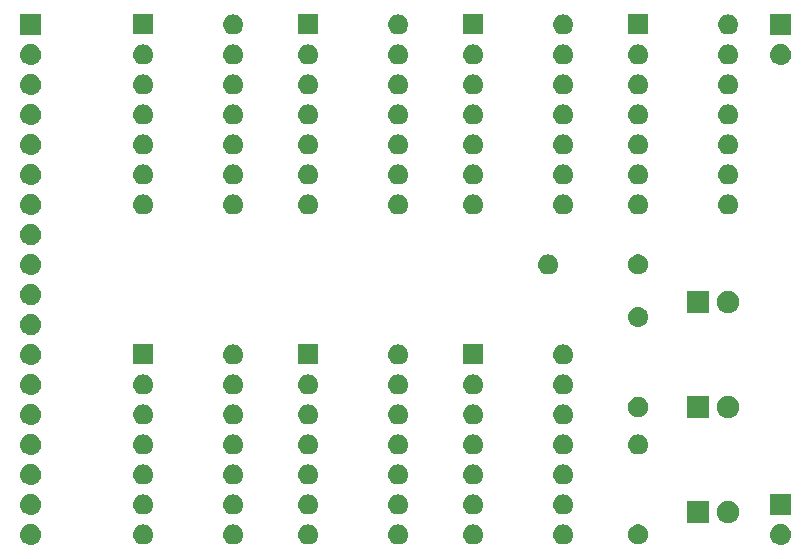
<source format=gts>
G04 #@! TF.GenerationSoftware,KiCad,Pcbnew,5.0.2+dfsg1-1*
G04 #@! TF.CreationDate,2019-07-29T21:30:37+02:00*
G04 #@! TF.ProjectId,Flags-Register,466c6167-732d-4526-9567-69737465722e,rev?*
G04 #@! TF.SameCoordinates,Original*
G04 #@! TF.FileFunction,Soldermask,Top*
G04 #@! TF.FilePolarity,Negative*
%FSLAX46Y46*%
G04 Gerber Fmt 4.6, Leading zero omitted, Abs format (unit mm)*
G04 Created by KiCad (PCBNEW 5.0.2+dfsg1-1) date ma 29 jul 2019 21:30:37 CEST*
%MOMM*%
%LPD*%
G01*
G04 APERTURE LIST*
%ADD10C,0.100000*%
G04 APERTURE END LIST*
D10*
G36*
X109330443Y-88005519D02*
X109396627Y-88012037D01*
X109509853Y-88046384D01*
X109566467Y-88063557D01*
X109653311Y-88109977D01*
X109722991Y-88147222D01*
X109758729Y-88176552D01*
X109860186Y-88259814D01*
X109940369Y-88357519D01*
X109972778Y-88397009D01*
X109972779Y-88397011D01*
X110056443Y-88553533D01*
X110073616Y-88610147D01*
X110107963Y-88723373D01*
X110125359Y-88900000D01*
X110107963Y-89076627D01*
X110086243Y-89148228D01*
X110056443Y-89246467D01*
X109987698Y-89375078D01*
X109972778Y-89402991D01*
X109943448Y-89438729D01*
X109860186Y-89540186D01*
X109758729Y-89623448D01*
X109722991Y-89652778D01*
X109722989Y-89652779D01*
X109566467Y-89736443D01*
X109559069Y-89738687D01*
X109396627Y-89787963D01*
X109330443Y-89794481D01*
X109264260Y-89801000D01*
X109175740Y-89801000D01*
X109109557Y-89794481D01*
X109043373Y-89787963D01*
X108880931Y-89738687D01*
X108873533Y-89736443D01*
X108717011Y-89652779D01*
X108717009Y-89652778D01*
X108681271Y-89623448D01*
X108579814Y-89540186D01*
X108496552Y-89438729D01*
X108467222Y-89402991D01*
X108452302Y-89375078D01*
X108383557Y-89246467D01*
X108353757Y-89148228D01*
X108332037Y-89076627D01*
X108314641Y-88900000D01*
X108332037Y-88723373D01*
X108366384Y-88610147D01*
X108383557Y-88553533D01*
X108467221Y-88397011D01*
X108467222Y-88397009D01*
X108499631Y-88357519D01*
X108579814Y-88259814D01*
X108681271Y-88176552D01*
X108717009Y-88147222D01*
X108786689Y-88109977D01*
X108873533Y-88063557D01*
X108930147Y-88046384D01*
X109043373Y-88012037D01*
X109109557Y-88005519D01*
X109175740Y-87999000D01*
X109264260Y-87999000D01*
X109330443Y-88005519D01*
X109330443Y-88005519D01*
G37*
G36*
X45830443Y-88005519D02*
X45896627Y-88012037D01*
X46009853Y-88046384D01*
X46066467Y-88063557D01*
X46153311Y-88109977D01*
X46222991Y-88147222D01*
X46258729Y-88176552D01*
X46360186Y-88259814D01*
X46440369Y-88357519D01*
X46472778Y-88397009D01*
X46472779Y-88397011D01*
X46556443Y-88553533D01*
X46573616Y-88610147D01*
X46607963Y-88723373D01*
X46625359Y-88900000D01*
X46607963Y-89076627D01*
X46586243Y-89148228D01*
X46556443Y-89246467D01*
X46487698Y-89375078D01*
X46472778Y-89402991D01*
X46443448Y-89438729D01*
X46360186Y-89540186D01*
X46258729Y-89623448D01*
X46222991Y-89652778D01*
X46222989Y-89652779D01*
X46066467Y-89736443D01*
X46059069Y-89738687D01*
X45896627Y-89787963D01*
X45830443Y-89794481D01*
X45764260Y-89801000D01*
X45675740Y-89801000D01*
X45609557Y-89794481D01*
X45543373Y-89787963D01*
X45380931Y-89738687D01*
X45373533Y-89736443D01*
X45217011Y-89652779D01*
X45217009Y-89652778D01*
X45181271Y-89623448D01*
X45079814Y-89540186D01*
X44996552Y-89438729D01*
X44967222Y-89402991D01*
X44952302Y-89375078D01*
X44883557Y-89246467D01*
X44853757Y-89148228D01*
X44832037Y-89076627D01*
X44814641Y-88900000D01*
X44832037Y-88723373D01*
X44866384Y-88610147D01*
X44883557Y-88553533D01*
X44967221Y-88397011D01*
X44967222Y-88397009D01*
X44999631Y-88357519D01*
X45079814Y-88259814D01*
X45181271Y-88176552D01*
X45217009Y-88147222D01*
X45286689Y-88109977D01*
X45373533Y-88063557D01*
X45430147Y-88046384D01*
X45543373Y-88012037D01*
X45609557Y-88005519D01*
X45675740Y-87999000D01*
X45764260Y-87999000D01*
X45830443Y-88005519D01*
X45830443Y-88005519D01*
G37*
G36*
X90971821Y-88061313D02*
X90971824Y-88061314D01*
X90971825Y-88061314D01*
X91132239Y-88109975D01*
X91132241Y-88109976D01*
X91132244Y-88109977D01*
X91280078Y-88188995D01*
X91409659Y-88295341D01*
X91516005Y-88424922D01*
X91595023Y-88572756D01*
X91595024Y-88572759D01*
X91595025Y-88572761D01*
X91640713Y-88723375D01*
X91643687Y-88733179D01*
X91660117Y-88900000D01*
X91643687Y-89066821D01*
X91643686Y-89066824D01*
X91643686Y-89066825D01*
X91618993Y-89148228D01*
X91595023Y-89227244D01*
X91516005Y-89375078D01*
X91409659Y-89504659D01*
X91280078Y-89611005D01*
X91132244Y-89690023D01*
X91132241Y-89690024D01*
X91132239Y-89690025D01*
X90971825Y-89738686D01*
X90971824Y-89738686D01*
X90971821Y-89738687D01*
X90846804Y-89751000D01*
X90763196Y-89751000D01*
X90638179Y-89738687D01*
X90638176Y-89738686D01*
X90638175Y-89738686D01*
X90477761Y-89690025D01*
X90477759Y-89690024D01*
X90477756Y-89690023D01*
X90329922Y-89611005D01*
X90200341Y-89504659D01*
X90093995Y-89375078D01*
X90014977Y-89227244D01*
X89991008Y-89148228D01*
X89966314Y-89066825D01*
X89966314Y-89066824D01*
X89966313Y-89066821D01*
X89949883Y-88900000D01*
X89966313Y-88733179D01*
X89969287Y-88723375D01*
X90014975Y-88572761D01*
X90014976Y-88572759D01*
X90014977Y-88572756D01*
X90093995Y-88424922D01*
X90200341Y-88295341D01*
X90329922Y-88188995D01*
X90477756Y-88109977D01*
X90477759Y-88109976D01*
X90477761Y-88109975D01*
X90638175Y-88061314D01*
X90638176Y-88061314D01*
X90638179Y-88061313D01*
X90763196Y-88049000D01*
X90846804Y-88049000D01*
X90971821Y-88061313D01*
X90971821Y-88061313D01*
G37*
G36*
X77001821Y-88061313D02*
X77001824Y-88061314D01*
X77001825Y-88061314D01*
X77162239Y-88109975D01*
X77162241Y-88109976D01*
X77162244Y-88109977D01*
X77310078Y-88188995D01*
X77439659Y-88295341D01*
X77546005Y-88424922D01*
X77625023Y-88572756D01*
X77625024Y-88572759D01*
X77625025Y-88572761D01*
X77670713Y-88723375D01*
X77673687Y-88733179D01*
X77690117Y-88900000D01*
X77673687Y-89066821D01*
X77673686Y-89066824D01*
X77673686Y-89066825D01*
X77648993Y-89148228D01*
X77625023Y-89227244D01*
X77546005Y-89375078D01*
X77439659Y-89504659D01*
X77310078Y-89611005D01*
X77162244Y-89690023D01*
X77162241Y-89690024D01*
X77162239Y-89690025D01*
X77001825Y-89738686D01*
X77001824Y-89738686D01*
X77001821Y-89738687D01*
X76876804Y-89751000D01*
X76793196Y-89751000D01*
X76668179Y-89738687D01*
X76668176Y-89738686D01*
X76668175Y-89738686D01*
X76507761Y-89690025D01*
X76507759Y-89690024D01*
X76507756Y-89690023D01*
X76359922Y-89611005D01*
X76230341Y-89504659D01*
X76123995Y-89375078D01*
X76044977Y-89227244D01*
X76021008Y-89148228D01*
X75996314Y-89066825D01*
X75996314Y-89066824D01*
X75996313Y-89066821D01*
X75979883Y-88900000D01*
X75996313Y-88733179D01*
X75999287Y-88723375D01*
X76044975Y-88572761D01*
X76044976Y-88572759D01*
X76044977Y-88572756D01*
X76123995Y-88424922D01*
X76230341Y-88295341D01*
X76359922Y-88188995D01*
X76507756Y-88109977D01*
X76507759Y-88109976D01*
X76507761Y-88109975D01*
X76668175Y-88061314D01*
X76668176Y-88061314D01*
X76668179Y-88061313D01*
X76793196Y-88049000D01*
X76876804Y-88049000D01*
X77001821Y-88061313D01*
X77001821Y-88061313D01*
G37*
G36*
X83351821Y-88061313D02*
X83351824Y-88061314D01*
X83351825Y-88061314D01*
X83512239Y-88109975D01*
X83512241Y-88109976D01*
X83512244Y-88109977D01*
X83660078Y-88188995D01*
X83789659Y-88295341D01*
X83896005Y-88424922D01*
X83975023Y-88572756D01*
X83975024Y-88572759D01*
X83975025Y-88572761D01*
X84020713Y-88723375D01*
X84023687Y-88733179D01*
X84040117Y-88900000D01*
X84023687Y-89066821D01*
X84023686Y-89066824D01*
X84023686Y-89066825D01*
X83998993Y-89148228D01*
X83975023Y-89227244D01*
X83896005Y-89375078D01*
X83789659Y-89504659D01*
X83660078Y-89611005D01*
X83512244Y-89690023D01*
X83512241Y-89690024D01*
X83512239Y-89690025D01*
X83351825Y-89738686D01*
X83351824Y-89738686D01*
X83351821Y-89738687D01*
X83226804Y-89751000D01*
X83143196Y-89751000D01*
X83018179Y-89738687D01*
X83018176Y-89738686D01*
X83018175Y-89738686D01*
X82857761Y-89690025D01*
X82857759Y-89690024D01*
X82857756Y-89690023D01*
X82709922Y-89611005D01*
X82580341Y-89504659D01*
X82473995Y-89375078D01*
X82394977Y-89227244D01*
X82371008Y-89148228D01*
X82346314Y-89066825D01*
X82346314Y-89066824D01*
X82346313Y-89066821D01*
X82329883Y-88900000D01*
X82346313Y-88733179D01*
X82349287Y-88723375D01*
X82394975Y-88572761D01*
X82394976Y-88572759D01*
X82394977Y-88572756D01*
X82473995Y-88424922D01*
X82580341Y-88295341D01*
X82709922Y-88188995D01*
X82857756Y-88109977D01*
X82857759Y-88109976D01*
X82857761Y-88109975D01*
X83018175Y-88061314D01*
X83018176Y-88061314D01*
X83018179Y-88061313D01*
X83143196Y-88049000D01*
X83226804Y-88049000D01*
X83351821Y-88061313D01*
X83351821Y-88061313D01*
G37*
G36*
X69381821Y-88061313D02*
X69381824Y-88061314D01*
X69381825Y-88061314D01*
X69542239Y-88109975D01*
X69542241Y-88109976D01*
X69542244Y-88109977D01*
X69690078Y-88188995D01*
X69819659Y-88295341D01*
X69926005Y-88424922D01*
X70005023Y-88572756D01*
X70005024Y-88572759D01*
X70005025Y-88572761D01*
X70050713Y-88723375D01*
X70053687Y-88733179D01*
X70070117Y-88900000D01*
X70053687Y-89066821D01*
X70053686Y-89066824D01*
X70053686Y-89066825D01*
X70028993Y-89148228D01*
X70005023Y-89227244D01*
X69926005Y-89375078D01*
X69819659Y-89504659D01*
X69690078Y-89611005D01*
X69542244Y-89690023D01*
X69542241Y-89690024D01*
X69542239Y-89690025D01*
X69381825Y-89738686D01*
X69381824Y-89738686D01*
X69381821Y-89738687D01*
X69256804Y-89751000D01*
X69173196Y-89751000D01*
X69048179Y-89738687D01*
X69048176Y-89738686D01*
X69048175Y-89738686D01*
X68887761Y-89690025D01*
X68887759Y-89690024D01*
X68887756Y-89690023D01*
X68739922Y-89611005D01*
X68610341Y-89504659D01*
X68503995Y-89375078D01*
X68424977Y-89227244D01*
X68401008Y-89148228D01*
X68376314Y-89066825D01*
X68376314Y-89066824D01*
X68376313Y-89066821D01*
X68359883Y-88900000D01*
X68376313Y-88733179D01*
X68379287Y-88723375D01*
X68424975Y-88572761D01*
X68424976Y-88572759D01*
X68424977Y-88572756D01*
X68503995Y-88424922D01*
X68610341Y-88295341D01*
X68739922Y-88188995D01*
X68887756Y-88109977D01*
X68887759Y-88109976D01*
X68887761Y-88109975D01*
X69048175Y-88061314D01*
X69048176Y-88061314D01*
X69048179Y-88061313D01*
X69173196Y-88049000D01*
X69256804Y-88049000D01*
X69381821Y-88061313D01*
X69381821Y-88061313D01*
G37*
G36*
X63031821Y-88061313D02*
X63031824Y-88061314D01*
X63031825Y-88061314D01*
X63192239Y-88109975D01*
X63192241Y-88109976D01*
X63192244Y-88109977D01*
X63340078Y-88188995D01*
X63469659Y-88295341D01*
X63576005Y-88424922D01*
X63655023Y-88572756D01*
X63655024Y-88572759D01*
X63655025Y-88572761D01*
X63700713Y-88723375D01*
X63703687Y-88733179D01*
X63720117Y-88900000D01*
X63703687Y-89066821D01*
X63703686Y-89066824D01*
X63703686Y-89066825D01*
X63678993Y-89148228D01*
X63655023Y-89227244D01*
X63576005Y-89375078D01*
X63469659Y-89504659D01*
X63340078Y-89611005D01*
X63192244Y-89690023D01*
X63192241Y-89690024D01*
X63192239Y-89690025D01*
X63031825Y-89738686D01*
X63031824Y-89738686D01*
X63031821Y-89738687D01*
X62906804Y-89751000D01*
X62823196Y-89751000D01*
X62698179Y-89738687D01*
X62698176Y-89738686D01*
X62698175Y-89738686D01*
X62537761Y-89690025D01*
X62537759Y-89690024D01*
X62537756Y-89690023D01*
X62389922Y-89611005D01*
X62260341Y-89504659D01*
X62153995Y-89375078D01*
X62074977Y-89227244D01*
X62051008Y-89148228D01*
X62026314Y-89066825D01*
X62026314Y-89066824D01*
X62026313Y-89066821D01*
X62009883Y-88900000D01*
X62026313Y-88733179D01*
X62029287Y-88723375D01*
X62074975Y-88572761D01*
X62074976Y-88572759D01*
X62074977Y-88572756D01*
X62153995Y-88424922D01*
X62260341Y-88295341D01*
X62389922Y-88188995D01*
X62537756Y-88109977D01*
X62537759Y-88109976D01*
X62537761Y-88109975D01*
X62698175Y-88061314D01*
X62698176Y-88061314D01*
X62698179Y-88061313D01*
X62823196Y-88049000D01*
X62906804Y-88049000D01*
X63031821Y-88061313D01*
X63031821Y-88061313D01*
G37*
G36*
X97403228Y-88081703D02*
X97558100Y-88145853D01*
X97697481Y-88238985D01*
X97816015Y-88357519D01*
X97909147Y-88496900D01*
X97973297Y-88651772D01*
X98006000Y-88816184D01*
X98006000Y-88983816D01*
X97973297Y-89148228D01*
X97909147Y-89303100D01*
X97816015Y-89442481D01*
X97697481Y-89561015D01*
X97558100Y-89654147D01*
X97403228Y-89718297D01*
X97238816Y-89751000D01*
X97071184Y-89751000D01*
X96906772Y-89718297D01*
X96751900Y-89654147D01*
X96612519Y-89561015D01*
X96493985Y-89442481D01*
X96400853Y-89303100D01*
X96336703Y-89148228D01*
X96304000Y-88983816D01*
X96304000Y-88816184D01*
X96336703Y-88651772D01*
X96400853Y-88496900D01*
X96493985Y-88357519D01*
X96612519Y-88238985D01*
X96751900Y-88145853D01*
X96906772Y-88081703D01*
X97071184Y-88049000D01*
X97238816Y-88049000D01*
X97403228Y-88081703D01*
X97403228Y-88081703D01*
G37*
G36*
X55411821Y-88061313D02*
X55411824Y-88061314D01*
X55411825Y-88061314D01*
X55572239Y-88109975D01*
X55572241Y-88109976D01*
X55572244Y-88109977D01*
X55720078Y-88188995D01*
X55849659Y-88295341D01*
X55956005Y-88424922D01*
X56035023Y-88572756D01*
X56035024Y-88572759D01*
X56035025Y-88572761D01*
X56080713Y-88723375D01*
X56083687Y-88733179D01*
X56100117Y-88900000D01*
X56083687Y-89066821D01*
X56083686Y-89066824D01*
X56083686Y-89066825D01*
X56058993Y-89148228D01*
X56035023Y-89227244D01*
X55956005Y-89375078D01*
X55849659Y-89504659D01*
X55720078Y-89611005D01*
X55572244Y-89690023D01*
X55572241Y-89690024D01*
X55572239Y-89690025D01*
X55411825Y-89738686D01*
X55411824Y-89738686D01*
X55411821Y-89738687D01*
X55286804Y-89751000D01*
X55203196Y-89751000D01*
X55078179Y-89738687D01*
X55078176Y-89738686D01*
X55078175Y-89738686D01*
X54917761Y-89690025D01*
X54917759Y-89690024D01*
X54917756Y-89690023D01*
X54769922Y-89611005D01*
X54640341Y-89504659D01*
X54533995Y-89375078D01*
X54454977Y-89227244D01*
X54431008Y-89148228D01*
X54406314Y-89066825D01*
X54406314Y-89066824D01*
X54406313Y-89066821D01*
X54389883Y-88900000D01*
X54406313Y-88733179D01*
X54409287Y-88723375D01*
X54454975Y-88572761D01*
X54454976Y-88572759D01*
X54454977Y-88572756D01*
X54533995Y-88424922D01*
X54640341Y-88295341D01*
X54769922Y-88188995D01*
X54917756Y-88109977D01*
X54917759Y-88109976D01*
X54917761Y-88109975D01*
X55078175Y-88061314D01*
X55078176Y-88061314D01*
X55078179Y-88061313D01*
X55203196Y-88049000D01*
X55286804Y-88049000D01*
X55411821Y-88061313D01*
X55411821Y-88061313D01*
G37*
G36*
X103186000Y-87946000D02*
X101284000Y-87946000D01*
X101284000Y-86044000D01*
X103186000Y-86044000D01*
X103186000Y-87946000D01*
X103186000Y-87946000D01*
G37*
G36*
X105052396Y-86080546D02*
X105225466Y-86152234D01*
X105381230Y-86256312D01*
X105513688Y-86388770D01*
X105617766Y-86544534D01*
X105689454Y-86717604D01*
X105726000Y-86901333D01*
X105726000Y-87088667D01*
X105689454Y-87272396D01*
X105617766Y-87445466D01*
X105513688Y-87601230D01*
X105381230Y-87733688D01*
X105225466Y-87837766D01*
X105052396Y-87909454D01*
X104868667Y-87946000D01*
X104681333Y-87946000D01*
X104497604Y-87909454D01*
X104324534Y-87837766D01*
X104168770Y-87733688D01*
X104036312Y-87601230D01*
X103932234Y-87445466D01*
X103860546Y-87272396D01*
X103824000Y-87088667D01*
X103824000Y-86901333D01*
X103860546Y-86717604D01*
X103932234Y-86544534D01*
X104036312Y-86388770D01*
X104168770Y-86256312D01*
X104324534Y-86152234D01*
X104497604Y-86080546D01*
X104681333Y-86044000D01*
X104868667Y-86044000D01*
X105052396Y-86080546D01*
X105052396Y-86080546D01*
G37*
G36*
X45830442Y-85465518D02*
X45896627Y-85472037D01*
X46009853Y-85506384D01*
X46066467Y-85523557D01*
X46153311Y-85569977D01*
X46222991Y-85607222D01*
X46258729Y-85636552D01*
X46360186Y-85719814D01*
X46443448Y-85821271D01*
X46472778Y-85857009D01*
X46472779Y-85857011D01*
X46556443Y-86013533D01*
X46565685Y-86044000D01*
X46607963Y-86183373D01*
X46625359Y-86360000D01*
X46607963Y-86536627D01*
X46605564Y-86544534D01*
X46556443Y-86706467D01*
X46550490Y-86717604D01*
X46472778Y-86862991D01*
X46443448Y-86898729D01*
X46360186Y-87000186D01*
X46258729Y-87083448D01*
X46222991Y-87112778D01*
X46222989Y-87112779D01*
X46066467Y-87196443D01*
X46059069Y-87198687D01*
X45896627Y-87247963D01*
X45830442Y-87254482D01*
X45764260Y-87261000D01*
X45675740Y-87261000D01*
X45609558Y-87254482D01*
X45543373Y-87247963D01*
X45380931Y-87198687D01*
X45373533Y-87196443D01*
X45217011Y-87112779D01*
X45217009Y-87112778D01*
X45181271Y-87083448D01*
X45079814Y-87000186D01*
X44996552Y-86898729D01*
X44967222Y-86862991D01*
X44889510Y-86717604D01*
X44883557Y-86706467D01*
X44834436Y-86544534D01*
X44832037Y-86536627D01*
X44814641Y-86360000D01*
X44832037Y-86183373D01*
X44874315Y-86044000D01*
X44883557Y-86013533D01*
X44967221Y-85857011D01*
X44967222Y-85857009D01*
X44996552Y-85821271D01*
X45079814Y-85719814D01*
X45181271Y-85636552D01*
X45217009Y-85607222D01*
X45286689Y-85569977D01*
X45373533Y-85523557D01*
X45430147Y-85506384D01*
X45543373Y-85472037D01*
X45609558Y-85465518D01*
X45675740Y-85459000D01*
X45764260Y-85459000D01*
X45830442Y-85465518D01*
X45830442Y-85465518D01*
G37*
G36*
X110121000Y-87261000D02*
X108319000Y-87261000D01*
X108319000Y-85459000D01*
X110121000Y-85459000D01*
X110121000Y-87261000D01*
X110121000Y-87261000D01*
G37*
G36*
X63031821Y-85521313D02*
X63031824Y-85521314D01*
X63031825Y-85521314D01*
X63192239Y-85569975D01*
X63192241Y-85569976D01*
X63192244Y-85569977D01*
X63340078Y-85648995D01*
X63469659Y-85755341D01*
X63576005Y-85884922D01*
X63655023Y-86032756D01*
X63655024Y-86032759D01*
X63655025Y-86032761D01*
X63700713Y-86183375D01*
X63703687Y-86193179D01*
X63720117Y-86360000D01*
X63703687Y-86526821D01*
X63703686Y-86526824D01*
X63703686Y-86526825D01*
X63700713Y-86536627D01*
X63655023Y-86687244D01*
X63576005Y-86835078D01*
X63469659Y-86964659D01*
X63340078Y-87071005D01*
X63192244Y-87150023D01*
X63192241Y-87150024D01*
X63192239Y-87150025D01*
X63031825Y-87198686D01*
X63031824Y-87198686D01*
X63031821Y-87198687D01*
X62906804Y-87211000D01*
X62823196Y-87211000D01*
X62698179Y-87198687D01*
X62698176Y-87198686D01*
X62698175Y-87198686D01*
X62537761Y-87150025D01*
X62537759Y-87150024D01*
X62537756Y-87150023D01*
X62389922Y-87071005D01*
X62260341Y-86964659D01*
X62153995Y-86835078D01*
X62074977Y-86687244D01*
X62029288Y-86536627D01*
X62026314Y-86526825D01*
X62026314Y-86526824D01*
X62026313Y-86526821D01*
X62009883Y-86360000D01*
X62026313Y-86193179D01*
X62029287Y-86183375D01*
X62074975Y-86032761D01*
X62074976Y-86032759D01*
X62074977Y-86032756D01*
X62153995Y-85884922D01*
X62260341Y-85755341D01*
X62389922Y-85648995D01*
X62537756Y-85569977D01*
X62537759Y-85569976D01*
X62537761Y-85569975D01*
X62698175Y-85521314D01*
X62698176Y-85521314D01*
X62698179Y-85521313D01*
X62823196Y-85509000D01*
X62906804Y-85509000D01*
X63031821Y-85521313D01*
X63031821Y-85521313D01*
G37*
G36*
X83351821Y-85521313D02*
X83351824Y-85521314D01*
X83351825Y-85521314D01*
X83512239Y-85569975D01*
X83512241Y-85569976D01*
X83512244Y-85569977D01*
X83660078Y-85648995D01*
X83789659Y-85755341D01*
X83896005Y-85884922D01*
X83975023Y-86032756D01*
X83975024Y-86032759D01*
X83975025Y-86032761D01*
X84020713Y-86183375D01*
X84023687Y-86193179D01*
X84040117Y-86360000D01*
X84023687Y-86526821D01*
X84023686Y-86526824D01*
X84023686Y-86526825D01*
X84020713Y-86536627D01*
X83975023Y-86687244D01*
X83896005Y-86835078D01*
X83789659Y-86964659D01*
X83660078Y-87071005D01*
X83512244Y-87150023D01*
X83512241Y-87150024D01*
X83512239Y-87150025D01*
X83351825Y-87198686D01*
X83351824Y-87198686D01*
X83351821Y-87198687D01*
X83226804Y-87211000D01*
X83143196Y-87211000D01*
X83018179Y-87198687D01*
X83018176Y-87198686D01*
X83018175Y-87198686D01*
X82857761Y-87150025D01*
X82857759Y-87150024D01*
X82857756Y-87150023D01*
X82709922Y-87071005D01*
X82580341Y-86964659D01*
X82473995Y-86835078D01*
X82394977Y-86687244D01*
X82349288Y-86536627D01*
X82346314Y-86526825D01*
X82346314Y-86526824D01*
X82346313Y-86526821D01*
X82329883Y-86360000D01*
X82346313Y-86193179D01*
X82349287Y-86183375D01*
X82394975Y-86032761D01*
X82394976Y-86032759D01*
X82394977Y-86032756D01*
X82473995Y-85884922D01*
X82580341Y-85755341D01*
X82709922Y-85648995D01*
X82857756Y-85569977D01*
X82857759Y-85569976D01*
X82857761Y-85569975D01*
X83018175Y-85521314D01*
X83018176Y-85521314D01*
X83018179Y-85521313D01*
X83143196Y-85509000D01*
X83226804Y-85509000D01*
X83351821Y-85521313D01*
X83351821Y-85521313D01*
G37*
G36*
X90971821Y-85521313D02*
X90971824Y-85521314D01*
X90971825Y-85521314D01*
X91132239Y-85569975D01*
X91132241Y-85569976D01*
X91132244Y-85569977D01*
X91280078Y-85648995D01*
X91409659Y-85755341D01*
X91516005Y-85884922D01*
X91595023Y-86032756D01*
X91595024Y-86032759D01*
X91595025Y-86032761D01*
X91640713Y-86183375D01*
X91643687Y-86193179D01*
X91660117Y-86360000D01*
X91643687Y-86526821D01*
X91643686Y-86526824D01*
X91643686Y-86526825D01*
X91640713Y-86536627D01*
X91595023Y-86687244D01*
X91516005Y-86835078D01*
X91409659Y-86964659D01*
X91280078Y-87071005D01*
X91132244Y-87150023D01*
X91132241Y-87150024D01*
X91132239Y-87150025D01*
X90971825Y-87198686D01*
X90971824Y-87198686D01*
X90971821Y-87198687D01*
X90846804Y-87211000D01*
X90763196Y-87211000D01*
X90638179Y-87198687D01*
X90638176Y-87198686D01*
X90638175Y-87198686D01*
X90477761Y-87150025D01*
X90477759Y-87150024D01*
X90477756Y-87150023D01*
X90329922Y-87071005D01*
X90200341Y-86964659D01*
X90093995Y-86835078D01*
X90014977Y-86687244D01*
X89969288Y-86536627D01*
X89966314Y-86526825D01*
X89966314Y-86526824D01*
X89966313Y-86526821D01*
X89949883Y-86360000D01*
X89966313Y-86193179D01*
X89969287Y-86183375D01*
X90014975Y-86032761D01*
X90014976Y-86032759D01*
X90014977Y-86032756D01*
X90093995Y-85884922D01*
X90200341Y-85755341D01*
X90329922Y-85648995D01*
X90477756Y-85569977D01*
X90477759Y-85569976D01*
X90477761Y-85569975D01*
X90638175Y-85521314D01*
X90638176Y-85521314D01*
X90638179Y-85521313D01*
X90763196Y-85509000D01*
X90846804Y-85509000D01*
X90971821Y-85521313D01*
X90971821Y-85521313D01*
G37*
G36*
X77001821Y-85521313D02*
X77001824Y-85521314D01*
X77001825Y-85521314D01*
X77162239Y-85569975D01*
X77162241Y-85569976D01*
X77162244Y-85569977D01*
X77310078Y-85648995D01*
X77439659Y-85755341D01*
X77546005Y-85884922D01*
X77625023Y-86032756D01*
X77625024Y-86032759D01*
X77625025Y-86032761D01*
X77670713Y-86183375D01*
X77673687Y-86193179D01*
X77690117Y-86360000D01*
X77673687Y-86526821D01*
X77673686Y-86526824D01*
X77673686Y-86526825D01*
X77670713Y-86536627D01*
X77625023Y-86687244D01*
X77546005Y-86835078D01*
X77439659Y-86964659D01*
X77310078Y-87071005D01*
X77162244Y-87150023D01*
X77162241Y-87150024D01*
X77162239Y-87150025D01*
X77001825Y-87198686D01*
X77001824Y-87198686D01*
X77001821Y-87198687D01*
X76876804Y-87211000D01*
X76793196Y-87211000D01*
X76668179Y-87198687D01*
X76668176Y-87198686D01*
X76668175Y-87198686D01*
X76507761Y-87150025D01*
X76507759Y-87150024D01*
X76507756Y-87150023D01*
X76359922Y-87071005D01*
X76230341Y-86964659D01*
X76123995Y-86835078D01*
X76044977Y-86687244D01*
X75999288Y-86536627D01*
X75996314Y-86526825D01*
X75996314Y-86526824D01*
X75996313Y-86526821D01*
X75979883Y-86360000D01*
X75996313Y-86193179D01*
X75999287Y-86183375D01*
X76044975Y-86032761D01*
X76044976Y-86032759D01*
X76044977Y-86032756D01*
X76123995Y-85884922D01*
X76230341Y-85755341D01*
X76359922Y-85648995D01*
X76507756Y-85569977D01*
X76507759Y-85569976D01*
X76507761Y-85569975D01*
X76668175Y-85521314D01*
X76668176Y-85521314D01*
X76668179Y-85521313D01*
X76793196Y-85509000D01*
X76876804Y-85509000D01*
X77001821Y-85521313D01*
X77001821Y-85521313D01*
G37*
G36*
X69381821Y-85521313D02*
X69381824Y-85521314D01*
X69381825Y-85521314D01*
X69542239Y-85569975D01*
X69542241Y-85569976D01*
X69542244Y-85569977D01*
X69690078Y-85648995D01*
X69819659Y-85755341D01*
X69926005Y-85884922D01*
X70005023Y-86032756D01*
X70005024Y-86032759D01*
X70005025Y-86032761D01*
X70050713Y-86183375D01*
X70053687Y-86193179D01*
X70070117Y-86360000D01*
X70053687Y-86526821D01*
X70053686Y-86526824D01*
X70053686Y-86526825D01*
X70050713Y-86536627D01*
X70005023Y-86687244D01*
X69926005Y-86835078D01*
X69819659Y-86964659D01*
X69690078Y-87071005D01*
X69542244Y-87150023D01*
X69542241Y-87150024D01*
X69542239Y-87150025D01*
X69381825Y-87198686D01*
X69381824Y-87198686D01*
X69381821Y-87198687D01*
X69256804Y-87211000D01*
X69173196Y-87211000D01*
X69048179Y-87198687D01*
X69048176Y-87198686D01*
X69048175Y-87198686D01*
X68887761Y-87150025D01*
X68887759Y-87150024D01*
X68887756Y-87150023D01*
X68739922Y-87071005D01*
X68610341Y-86964659D01*
X68503995Y-86835078D01*
X68424977Y-86687244D01*
X68379288Y-86536627D01*
X68376314Y-86526825D01*
X68376314Y-86526824D01*
X68376313Y-86526821D01*
X68359883Y-86360000D01*
X68376313Y-86193179D01*
X68379287Y-86183375D01*
X68424975Y-86032761D01*
X68424976Y-86032759D01*
X68424977Y-86032756D01*
X68503995Y-85884922D01*
X68610341Y-85755341D01*
X68739922Y-85648995D01*
X68887756Y-85569977D01*
X68887759Y-85569976D01*
X68887761Y-85569975D01*
X69048175Y-85521314D01*
X69048176Y-85521314D01*
X69048179Y-85521313D01*
X69173196Y-85509000D01*
X69256804Y-85509000D01*
X69381821Y-85521313D01*
X69381821Y-85521313D01*
G37*
G36*
X55411821Y-85521313D02*
X55411824Y-85521314D01*
X55411825Y-85521314D01*
X55572239Y-85569975D01*
X55572241Y-85569976D01*
X55572244Y-85569977D01*
X55720078Y-85648995D01*
X55849659Y-85755341D01*
X55956005Y-85884922D01*
X56035023Y-86032756D01*
X56035024Y-86032759D01*
X56035025Y-86032761D01*
X56080713Y-86183375D01*
X56083687Y-86193179D01*
X56100117Y-86360000D01*
X56083687Y-86526821D01*
X56083686Y-86526824D01*
X56083686Y-86526825D01*
X56080713Y-86536627D01*
X56035023Y-86687244D01*
X55956005Y-86835078D01*
X55849659Y-86964659D01*
X55720078Y-87071005D01*
X55572244Y-87150023D01*
X55572241Y-87150024D01*
X55572239Y-87150025D01*
X55411825Y-87198686D01*
X55411824Y-87198686D01*
X55411821Y-87198687D01*
X55286804Y-87211000D01*
X55203196Y-87211000D01*
X55078179Y-87198687D01*
X55078176Y-87198686D01*
X55078175Y-87198686D01*
X54917761Y-87150025D01*
X54917759Y-87150024D01*
X54917756Y-87150023D01*
X54769922Y-87071005D01*
X54640341Y-86964659D01*
X54533995Y-86835078D01*
X54454977Y-86687244D01*
X54409288Y-86536627D01*
X54406314Y-86526825D01*
X54406314Y-86526824D01*
X54406313Y-86526821D01*
X54389883Y-86360000D01*
X54406313Y-86193179D01*
X54409287Y-86183375D01*
X54454975Y-86032761D01*
X54454976Y-86032759D01*
X54454977Y-86032756D01*
X54533995Y-85884922D01*
X54640341Y-85755341D01*
X54769922Y-85648995D01*
X54917756Y-85569977D01*
X54917759Y-85569976D01*
X54917761Y-85569975D01*
X55078175Y-85521314D01*
X55078176Y-85521314D01*
X55078179Y-85521313D01*
X55203196Y-85509000D01*
X55286804Y-85509000D01*
X55411821Y-85521313D01*
X55411821Y-85521313D01*
G37*
G36*
X45830443Y-82925519D02*
X45896627Y-82932037D01*
X46009853Y-82966384D01*
X46066467Y-82983557D01*
X46153311Y-83029977D01*
X46222991Y-83067222D01*
X46258729Y-83096552D01*
X46360186Y-83179814D01*
X46443448Y-83281271D01*
X46472778Y-83317009D01*
X46472779Y-83317011D01*
X46556443Y-83473533D01*
X46573616Y-83530147D01*
X46607963Y-83643373D01*
X46625359Y-83820000D01*
X46607963Y-83996627D01*
X46573616Y-84109853D01*
X46556443Y-84166467D01*
X46487698Y-84295078D01*
X46472778Y-84322991D01*
X46443448Y-84358729D01*
X46360186Y-84460186D01*
X46258729Y-84543448D01*
X46222991Y-84572778D01*
X46222989Y-84572779D01*
X46066467Y-84656443D01*
X46059069Y-84658687D01*
X45896627Y-84707963D01*
X45830443Y-84714481D01*
X45764260Y-84721000D01*
X45675740Y-84721000D01*
X45609557Y-84714481D01*
X45543373Y-84707963D01*
X45380931Y-84658687D01*
X45373533Y-84656443D01*
X45217011Y-84572779D01*
X45217009Y-84572778D01*
X45181271Y-84543448D01*
X45079814Y-84460186D01*
X44996552Y-84358729D01*
X44967222Y-84322991D01*
X44952302Y-84295078D01*
X44883557Y-84166467D01*
X44866384Y-84109853D01*
X44832037Y-83996627D01*
X44814641Y-83820000D01*
X44832037Y-83643373D01*
X44866384Y-83530147D01*
X44883557Y-83473533D01*
X44967221Y-83317011D01*
X44967222Y-83317009D01*
X44996552Y-83281271D01*
X45079814Y-83179814D01*
X45181271Y-83096552D01*
X45217009Y-83067222D01*
X45286689Y-83029977D01*
X45373533Y-82983557D01*
X45430147Y-82966384D01*
X45543373Y-82932037D01*
X45609557Y-82925519D01*
X45675740Y-82919000D01*
X45764260Y-82919000D01*
X45830443Y-82925519D01*
X45830443Y-82925519D01*
G37*
G36*
X69381821Y-82981313D02*
X69381824Y-82981314D01*
X69381825Y-82981314D01*
X69542239Y-83029975D01*
X69542241Y-83029976D01*
X69542244Y-83029977D01*
X69690078Y-83108995D01*
X69819659Y-83215341D01*
X69926005Y-83344922D01*
X70005023Y-83492756D01*
X70005024Y-83492759D01*
X70005025Y-83492761D01*
X70050713Y-83643375D01*
X70053687Y-83653179D01*
X70070117Y-83820000D01*
X70053687Y-83986821D01*
X70053686Y-83986824D01*
X70053686Y-83986825D01*
X70050713Y-83996627D01*
X70005023Y-84147244D01*
X69926005Y-84295078D01*
X69819659Y-84424659D01*
X69690078Y-84531005D01*
X69542244Y-84610023D01*
X69542241Y-84610024D01*
X69542239Y-84610025D01*
X69381825Y-84658686D01*
X69381824Y-84658686D01*
X69381821Y-84658687D01*
X69256804Y-84671000D01*
X69173196Y-84671000D01*
X69048179Y-84658687D01*
X69048176Y-84658686D01*
X69048175Y-84658686D01*
X68887761Y-84610025D01*
X68887759Y-84610024D01*
X68887756Y-84610023D01*
X68739922Y-84531005D01*
X68610341Y-84424659D01*
X68503995Y-84295078D01*
X68424977Y-84147244D01*
X68379288Y-83996627D01*
X68376314Y-83986825D01*
X68376314Y-83986824D01*
X68376313Y-83986821D01*
X68359883Y-83820000D01*
X68376313Y-83653179D01*
X68379287Y-83643375D01*
X68424975Y-83492761D01*
X68424976Y-83492759D01*
X68424977Y-83492756D01*
X68503995Y-83344922D01*
X68610341Y-83215341D01*
X68739922Y-83108995D01*
X68887756Y-83029977D01*
X68887759Y-83029976D01*
X68887761Y-83029975D01*
X69048175Y-82981314D01*
X69048176Y-82981314D01*
X69048179Y-82981313D01*
X69173196Y-82969000D01*
X69256804Y-82969000D01*
X69381821Y-82981313D01*
X69381821Y-82981313D01*
G37*
G36*
X55411821Y-82981313D02*
X55411824Y-82981314D01*
X55411825Y-82981314D01*
X55572239Y-83029975D01*
X55572241Y-83029976D01*
X55572244Y-83029977D01*
X55720078Y-83108995D01*
X55849659Y-83215341D01*
X55956005Y-83344922D01*
X56035023Y-83492756D01*
X56035024Y-83492759D01*
X56035025Y-83492761D01*
X56080713Y-83643375D01*
X56083687Y-83653179D01*
X56100117Y-83820000D01*
X56083687Y-83986821D01*
X56083686Y-83986824D01*
X56083686Y-83986825D01*
X56080713Y-83996627D01*
X56035023Y-84147244D01*
X55956005Y-84295078D01*
X55849659Y-84424659D01*
X55720078Y-84531005D01*
X55572244Y-84610023D01*
X55572241Y-84610024D01*
X55572239Y-84610025D01*
X55411825Y-84658686D01*
X55411824Y-84658686D01*
X55411821Y-84658687D01*
X55286804Y-84671000D01*
X55203196Y-84671000D01*
X55078179Y-84658687D01*
X55078176Y-84658686D01*
X55078175Y-84658686D01*
X54917761Y-84610025D01*
X54917759Y-84610024D01*
X54917756Y-84610023D01*
X54769922Y-84531005D01*
X54640341Y-84424659D01*
X54533995Y-84295078D01*
X54454977Y-84147244D01*
X54409288Y-83996627D01*
X54406314Y-83986825D01*
X54406314Y-83986824D01*
X54406313Y-83986821D01*
X54389883Y-83820000D01*
X54406313Y-83653179D01*
X54409287Y-83643375D01*
X54454975Y-83492761D01*
X54454976Y-83492759D01*
X54454977Y-83492756D01*
X54533995Y-83344922D01*
X54640341Y-83215341D01*
X54769922Y-83108995D01*
X54917756Y-83029977D01*
X54917759Y-83029976D01*
X54917761Y-83029975D01*
X55078175Y-82981314D01*
X55078176Y-82981314D01*
X55078179Y-82981313D01*
X55203196Y-82969000D01*
X55286804Y-82969000D01*
X55411821Y-82981313D01*
X55411821Y-82981313D01*
G37*
G36*
X90971821Y-82981313D02*
X90971824Y-82981314D01*
X90971825Y-82981314D01*
X91132239Y-83029975D01*
X91132241Y-83029976D01*
X91132244Y-83029977D01*
X91280078Y-83108995D01*
X91409659Y-83215341D01*
X91516005Y-83344922D01*
X91595023Y-83492756D01*
X91595024Y-83492759D01*
X91595025Y-83492761D01*
X91640713Y-83643375D01*
X91643687Y-83653179D01*
X91660117Y-83820000D01*
X91643687Y-83986821D01*
X91643686Y-83986824D01*
X91643686Y-83986825D01*
X91640713Y-83996627D01*
X91595023Y-84147244D01*
X91516005Y-84295078D01*
X91409659Y-84424659D01*
X91280078Y-84531005D01*
X91132244Y-84610023D01*
X91132241Y-84610024D01*
X91132239Y-84610025D01*
X90971825Y-84658686D01*
X90971824Y-84658686D01*
X90971821Y-84658687D01*
X90846804Y-84671000D01*
X90763196Y-84671000D01*
X90638179Y-84658687D01*
X90638176Y-84658686D01*
X90638175Y-84658686D01*
X90477761Y-84610025D01*
X90477759Y-84610024D01*
X90477756Y-84610023D01*
X90329922Y-84531005D01*
X90200341Y-84424659D01*
X90093995Y-84295078D01*
X90014977Y-84147244D01*
X89969288Y-83996627D01*
X89966314Y-83986825D01*
X89966314Y-83986824D01*
X89966313Y-83986821D01*
X89949883Y-83820000D01*
X89966313Y-83653179D01*
X89969287Y-83643375D01*
X90014975Y-83492761D01*
X90014976Y-83492759D01*
X90014977Y-83492756D01*
X90093995Y-83344922D01*
X90200341Y-83215341D01*
X90329922Y-83108995D01*
X90477756Y-83029977D01*
X90477759Y-83029976D01*
X90477761Y-83029975D01*
X90638175Y-82981314D01*
X90638176Y-82981314D01*
X90638179Y-82981313D01*
X90763196Y-82969000D01*
X90846804Y-82969000D01*
X90971821Y-82981313D01*
X90971821Y-82981313D01*
G37*
G36*
X63031821Y-82981313D02*
X63031824Y-82981314D01*
X63031825Y-82981314D01*
X63192239Y-83029975D01*
X63192241Y-83029976D01*
X63192244Y-83029977D01*
X63340078Y-83108995D01*
X63469659Y-83215341D01*
X63576005Y-83344922D01*
X63655023Y-83492756D01*
X63655024Y-83492759D01*
X63655025Y-83492761D01*
X63700713Y-83643375D01*
X63703687Y-83653179D01*
X63720117Y-83820000D01*
X63703687Y-83986821D01*
X63703686Y-83986824D01*
X63703686Y-83986825D01*
X63700713Y-83996627D01*
X63655023Y-84147244D01*
X63576005Y-84295078D01*
X63469659Y-84424659D01*
X63340078Y-84531005D01*
X63192244Y-84610023D01*
X63192241Y-84610024D01*
X63192239Y-84610025D01*
X63031825Y-84658686D01*
X63031824Y-84658686D01*
X63031821Y-84658687D01*
X62906804Y-84671000D01*
X62823196Y-84671000D01*
X62698179Y-84658687D01*
X62698176Y-84658686D01*
X62698175Y-84658686D01*
X62537761Y-84610025D01*
X62537759Y-84610024D01*
X62537756Y-84610023D01*
X62389922Y-84531005D01*
X62260341Y-84424659D01*
X62153995Y-84295078D01*
X62074977Y-84147244D01*
X62029288Y-83996627D01*
X62026314Y-83986825D01*
X62026314Y-83986824D01*
X62026313Y-83986821D01*
X62009883Y-83820000D01*
X62026313Y-83653179D01*
X62029287Y-83643375D01*
X62074975Y-83492761D01*
X62074976Y-83492759D01*
X62074977Y-83492756D01*
X62153995Y-83344922D01*
X62260341Y-83215341D01*
X62389922Y-83108995D01*
X62537756Y-83029977D01*
X62537759Y-83029976D01*
X62537761Y-83029975D01*
X62698175Y-82981314D01*
X62698176Y-82981314D01*
X62698179Y-82981313D01*
X62823196Y-82969000D01*
X62906804Y-82969000D01*
X63031821Y-82981313D01*
X63031821Y-82981313D01*
G37*
G36*
X77001821Y-82981313D02*
X77001824Y-82981314D01*
X77001825Y-82981314D01*
X77162239Y-83029975D01*
X77162241Y-83029976D01*
X77162244Y-83029977D01*
X77310078Y-83108995D01*
X77439659Y-83215341D01*
X77546005Y-83344922D01*
X77625023Y-83492756D01*
X77625024Y-83492759D01*
X77625025Y-83492761D01*
X77670713Y-83643375D01*
X77673687Y-83653179D01*
X77690117Y-83820000D01*
X77673687Y-83986821D01*
X77673686Y-83986824D01*
X77673686Y-83986825D01*
X77670713Y-83996627D01*
X77625023Y-84147244D01*
X77546005Y-84295078D01*
X77439659Y-84424659D01*
X77310078Y-84531005D01*
X77162244Y-84610023D01*
X77162241Y-84610024D01*
X77162239Y-84610025D01*
X77001825Y-84658686D01*
X77001824Y-84658686D01*
X77001821Y-84658687D01*
X76876804Y-84671000D01*
X76793196Y-84671000D01*
X76668179Y-84658687D01*
X76668176Y-84658686D01*
X76668175Y-84658686D01*
X76507761Y-84610025D01*
X76507759Y-84610024D01*
X76507756Y-84610023D01*
X76359922Y-84531005D01*
X76230341Y-84424659D01*
X76123995Y-84295078D01*
X76044977Y-84147244D01*
X75999288Y-83996627D01*
X75996314Y-83986825D01*
X75996314Y-83986824D01*
X75996313Y-83986821D01*
X75979883Y-83820000D01*
X75996313Y-83653179D01*
X75999287Y-83643375D01*
X76044975Y-83492761D01*
X76044976Y-83492759D01*
X76044977Y-83492756D01*
X76123995Y-83344922D01*
X76230341Y-83215341D01*
X76359922Y-83108995D01*
X76507756Y-83029977D01*
X76507759Y-83029976D01*
X76507761Y-83029975D01*
X76668175Y-82981314D01*
X76668176Y-82981314D01*
X76668179Y-82981313D01*
X76793196Y-82969000D01*
X76876804Y-82969000D01*
X77001821Y-82981313D01*
X77001821Y-82981313D01*
G37*
G36*
X83351821Y-82981313D02*
X83351824Y-82981314D01*
X83351825Y-82981314D01*
X83512239Y-83029975D01*
X83512241Y-83029976D01*
X83512244Y-83029977D01*
X83660078Y-83108995D01*
X83789659Y-83215341D01*
X83896005Y-83344922D01*
X83975023Y-83492756D01*
X83975024Y-83492759D01*
X83975025Y-83492761D01*
X84020713Y-83643375D01*
X84023687Y-83653179D01*
X84040117Y-83820000D01*
X84023687Y-83986821D01*
X84023686Y-83986824D01*
X84023686Y-83986825D01*
X84020713Y-83996627D01*
X83975023Y-84147244D01*
X83896005Y-84295078D01*
X83789659Y-84424659D01*
X83660078Y-84531005D01*
X83512244Y-84610023D01*
X83512241Y-84610024D01*
X83512239Y-84610025D01*
X83351825Y-84658686D01*
X83351824Y-84658686D01*
X83351821Y-84658687D01*
X83226804Y-84671000D01*
X83143196Y-84671000D01*
X83018179Y-84658687D01*
X83018176Y-84658686D01*
X83018175Y-84658686D01*
X82857761Y-84610025D01*
X82857759Y-84610024D01*
X82857756Y-84610023D01*
X82709922Y-84531005D01*
X82580341Y-84424659D01*
X82473995Y-84295078D01*
X82394977Y-84147244D01*
X82349288Y-83996627D01*
X82346314Y-83986825D01*
X82346314Y-83986824D01*
X82346313Y-83986821D01*
X82329883Y-83820000D01*
X82346313Y-83653179D01*
X82349287Y-83643375D01*
X82394975Y-83492761D01*
X82394976Y-83492759D01*
X82394977Y-83492756D01*
X82473995Y-83344922D01*
X82580341Y-83215341D01*
X82709922Y-83108995D01*
X82857756Y-83029977D01*
X82857759Y-83029976D01*
X82857761Y-83029975D01*
X83018175Y-82981314D01*
X83018176Y-82981314D01*
X83018179Y-82981313D01*
X83143196Y-82969000D01*
X83226804Y-82969000D01*
X83351821Y-82981313D01*
X83351821Y-82981313D01*
G37*
G36*
X45830442Y-80385518D02*
X45896627Y-80392037D01*
X46009853Y-80426384D01*
X46066467Y-80443557D01*
X46153311Y-80489977D01*
X46222991Y-80527222D01*
X46258729Y-80556552D01*
X46360186Y-80639814D01*
X46443448Y-80741271D01*
X46472778Y-80777009D01*
X46472779Y-80777011D01*
X46556443Y-80933533D01*
X46573616Y-80990147D01*
X46607963Y-81103373D01*
X46625359Y-81280000D01*
X46607963Y-81456627D01*
X46573616Y-81569853D01*
X46556443Y-81626467D01*
X46487698Y-81755078D01*
X46472778Y-81782991D01*
X46443448Y-81818729D01*
X46360186Y-81920186D01*
X46258729Y-82003448D01*
X46222991Y-82032778D01*
X46222989Y-82032779D01*
X46066467Y-82116443D01*
X46059069Y-82118687D01*
X45896627Y-82167963D01*
X45830443Y-82174481D01*
X45764260Y-82181000D01*
X45675740Y-82181000D01*
X45609557Y-82174481D01*
X45543373Y-82167963D01*
X45380931Y-82118687D01*
X45373533Y-82116443D01*
X45217011Y-82032779D01*
X45217009Y-82032778D01*
X45181271Y-82003448D01*
X45079814Y-81920186D01*
X44996552Y-81818729D01*
X44967222Y-81782991D01*
X44952302Y-81755078D01*
X44883557Y-81626467D01*
X44866384Y-81569853D01*
X44832037Y-81456627D01*
X44814641Y-81280000D01*
X44832037Y-81103373D01*
X44866384Y-80990147D01*
X44883557Y-80933533D01*
X44967221Y-80777011D01*
X44967222Y-80777009D01*
X44996552Y-80741271D01*
X45079814Y-80639814D01*
X45181271Y-80556552D01*
X45217009Y-80527222D01*
X45286689Y-80489977D01*
X45373533Y-80443557D01*
X45430147Y-80426384D01*
X45543373Y-80392037D01*
X45609558Y-80385518D01*
X45675740Y-80379000D01*
X45764260Y-80379000D01*
X45830442Y-80385518D01*
X45830442Y-80385518D01*
G37*
G36*
X90971821Y-80441313D02*
X90971824Y-80441314D01*
X90971825Y-80441314D01*
X91132239Y-80489975D01*
X91132241Y-80489976D01*
X91132244Y-80489977D01*
X91280078Y-80568995D01*
X91409659Y-80675341D01*
X91516005Y-80804922D01*
X91595023Y-80952756D01*
X91595024Y-80952759D01*
X91595025Y-80952761D01*
X91640713Y-81103375D01*
X91643687Y-81113179D01*
X91660117Y-81280000D01*
X91643687Y-81446821D01*
X91643686Y-81446824D01*
X91643686Y-81446825D01*
X91640713Y-81456627D01*
X91595023Y-81607244D01*
X91516005Y-81755078D01*
X91409659Y-81884659D01*
X91280078Y-81991005D01*
X91132244Y-82070023D01*
X91132241Y-82070024D01*
X91132239Y-82070025D01*
X90971825Y-82118686D01*
X90971824Y-82118686D01*
X90971821Y-82118687D01*
X90846804Y-82131000D01*
X90763196Y-82131000D01*
X90638179Y-82118687D01*
X90638176Y-82118686D01*
X90638175Y-82118686D01*
X90477761Y-82070025D01*
X90477759Y-82070024D01*
X90477756Y-82070023D01*
X90329922Y-81991005D01*
X90200341Y-81884659D01*
X90093995Y-81755078D01*
X90014977Y-81607244D01*
X89969288Y-81456627D01*
X89966314Y-81446825D01*
X89966314Y-81446824D01*
X89966313Y-81446821D01*
X89949883Y-81280000D01*
X89966313Y-81113179D01*
X89969287Y-81103375D01*
X90014975Y-80952761D01*
X90014976Y-80952759D01*
X90014977Y-80952756D01*
X90093995Y-80804922D01*
X90200341Y-80675341D01*
X90329922Y-80568995D01*
X90477756Y-80489977D01*
X90477759Y-80489976D01*
X90477761Y-80489975D01*
X90638175Y-80441314D01*
X90638176Y-80441314D01*
X90638179Y-80441313D01*
X90763196Y-80429000D01*
X90846804Y-80429000D01*
X90971821Y-80441313D01*
X90971821Y-80441313D01*
G37*
G36*
X77001821Y-80441313D02*
X77001824Y-80441314D01*
X77001825Y-80441314D01*
X77162239Y-80489975D01*
X77162241Y-80489976D01*
X77162244Y-80489977D01*
X77310078Y-80568995D01*
X77439659Y-80675341D01*
X77546005Y-80804922D01*
X77625023Y-80952756D01*
X77625024Y-80952759D01*
X77625025Y-80952761D01*
X77670713Y-81103375D01*
X77673687Y-81113179D01*
X77690117Y-81280000D01*
X77673687Y-81446821D01*
X77673686Y-81446824D01*
X77673686Y-81446825D01*
X77670713Y-81456627D01*
X77625023Y-81607244D01*
X77546005Y-81755078D01*
X77439659Y-81884659D01*
X77310078Y-81991005D01*
X77162244Y-82070023D01*
X77162241Y-82070024D01*
X77162239Y-82070025D01*
X77001825Y-82118686D01*
X77001824Y-82118686D01*
X77001821Y-82118687D01*
X76876804Y-82131000D01*
X76793196Y-82131000D01*
X76668179Y-82118687D01*
X76668176Y-82118686D01*
X76668175Y-82118686D01*
X76507761Y-82070025D01*
X76507759Y-82070024D01*
X76507756Y-82070023D01*
X76359922Y-81991005D01*
X76230341Y-81884659D01*
X76123995Y-81755078D01*
X76044977Y-81607244D01*
X75999288Y-81456627D01*
X75996314Y-81446825D01*
X75996314Y-81446824D01*
X75996313Y-81446821D01*
X75979883Y-81280000D01*
X75996313Y-81113179D01*
X75999287Y-81103375D01*
X76044975Y-80952761D01*
X76044976Y-80952759D01*
X76044977Y-80952756D01*
X76123995Y-80804922D01*
X76230341Y-80675341D01*
X76359922Y-80568995D01*
X76507756Y-80489977D01*
X76507759Y-80489976D01*
X76507761Y-80489975D01*
X76668175Y-80441314D01*
X76668176Y-80441314D01*
X76668179Y-80441313D01*
X76793196Y-80429000D01*
X76876804Y-80429000D01*
X77001821Y-80441313D01*
X77001821Y-80441313D01*
G37*
G36*
X69381821Y-80441313D02*
X69381824Y-80441314D01*
X69381825Y-80441314D01*
X69542239Y-80489975D01*
X69542241Y-80489976D01*
X69542244Y-80489977D01*
X69690078Y-80568995D01*
X69819659Y-80675341D01*
X69926005Y-80804922D01*
X70005023Y-80952756D01*
X70005024Y-80952759D01*
X70005025Y-80952761D01*
X70050713Y-81103375D01*
X70053687Y-81113179D01*
X70070117Y-81280000D01*
X70053687Y-81446821D01*
X70053686Y-81446824D01*
X70053686Y-81446825D01*
X70050713Y-81456627D01*
X70005023Y-81607244D01*
X69926005Y-81755078D01*
X69819659Y-81884659D01*
X69690078Y-81991005D01*
X69542244Y-82070023D01*
X69542241Y-82070024D01*
X69542239Y-82070025D01*
X69381825Y-82118686D01*
X69381824Y-82118686D01*
X69381821Y-82118687D01*
X69256804Y-82131000D01*
X69173196Y-82131000D01*
X69048179Y-82118687D01*
X69048176Y-82118686D01*
X69048175Y-82118686D01*
X68887761Y-82070025D01*
X68887759Y-82070024D01*
X68887756Y-82070023D01*
X68739922Y-81991005D01*
X68610341Y-81884659D01*
X68503995Y-81755078D01*
X68424977Y-81607244D01*
X68379288Y-81456627D01*
X68376314Y-81446825D01*
X68376314Y-81446824D01*
X68376313Y-81446821D01*
X68359883Y-81280000D01*
X68376313Y-81113179D01*
X68379287Y-81103375D01*
X68424975Y-80952761D01*
X68424976Y-80952759D01*
X68424977Y-80952756D01*
X68503995Y-80804922D01*
X68610341Y-80675341D01*
X68739922Y-80568995D01*
X68887756Y-80489977D01*
X68887759Y-80489976D01*
X68887761Y-80489975D01*
X69048175Y-80441314D01*
X69048176Y-80441314D01*
X69048179Y-80441313D01*
X69173196Y-80429000D01*
X69256804Y-80429000D01*
X69381821Y-80441313D01*
X69381821Y-80441313D01*
G37*
G36*
X63031821Y-80441313D02*
X63031824Y-80441314D01*
X63031825Y-80441314D01*
X63192239Y-80489975D01*
X63192241Y-80489976D01*
X63192244Y-80489977D01*
X63340078Y-80568995D01*
X63469659Y-80675341D01*
X63576005Y-80804922D01*
X63655023Y-80952756D01*
X63655024Y-80952759D01*
X63655025Y-80952761D01*
X63700713Y-81103375D01*
X63703687Y-81113179D01*
X63720117Y-81280000D01*
X63703687Y-81446821D01*
X63703686Y-81446824D01*
X63703686Y-81446825D01*
X63700713Y-81456627D01*
X63655023Y-81607244D01*
X63576005Y-81755078D01*
X63469659Y-81884659D01*
X63340078Y-81991005D01*
X63192244Y-82070023D01*
X63192241Y-82070024D01*
X63192239Y-82070025D01*
X63031825Y-82118686D01*
X63031824Y-82118686D01*
X63031821Y-82118687D01*
X62906804Y-82131000D01*
X62823196Y-82131000D01*
X62698179Y-82118687D01*
X62698176Y-82118686D01*
X62698175Y-82118686D01*
X62537761Y-82070025D01*
X62537759Y-82070024D01*
X62537756Y-82070023D01*
X62389922Y-81991005D01*
X62260341Y-81884659D01*
X62153995Y-81755078D01*
X62074977Y-81607244D01*
X62029288Y-81456627D01*
X62026314Y-81446825D01*
X62026314Y-81446824D01*
X62026313Y-81446821D01*
X62009883Y-81280000D01*
X62026313Y-81113179D01*
X62029287Y-81103375D01*
X62074975Y-80952761D01*
X62074976Y-80952759D01*
X62074977Y-80952756D01*
X62153995Y-80804922D01*
X62260341Y-80675341D01*
X62389922Y-80568995D01*
X62537756Y-80489977D01*
X62537759Y-80489976D01*
X62537761Y-80489975D01*
X62698175Y-80441314D01*
X62698176Y-80441314D01*
X62698179Y-80441313D01*
X62823196Y-80429000D01*
X62906804Y-80429000D01*
X63031821Y-80441313D01*
X63031821Y-80441313D01*
G37*
G36*
X55411821Y-80441313D02*
X55411824Y-80441314D01*
X55411825Y-80441314D01*
X55572239Y-80489975D01*
X55572241Y-80489976D01*
X55572244Y-80489977D01*
X55720078Y-80568995D01*
X55849659Y-80675341D01*
X55956005Y-80804922D01*
X56035023Y-80952756D01*
X56035024Y-80952759D01*
X56035025Y-80952761D01*
X56080713Y-81103375D01*
X56083687Y-81113179D01*
X56100117Y-81280000D01*
X56083687Y-81446821D01*
X56083686Y-81446824D01*
X56083686Y-81446825D01*
X56080713Y-81456627D01*
X56035023Y-81607244D01*
X55956005Y-81755078D01*
X55849659Y-81884659D01*
X55720078Y-81991005D01*
X55572244Y-82070023D01*
X55572241Y-82070024D01*
X55572239Y-82070025D01*
X55411825Y-82118686D01*
X55411824Y-82118686D01*
X55411821Y-82118687D01*
X55286804Y-82131000D01*
X55203196Y-82131000D01*
X55078179Y-82118687D01*
X55078176Y-82118686D01*
X55078175Y-82118686D01*
X54917761Y-82070025D01*
X54917759Y-82070024D01*
X54917756Y-82070023D01*
X54769922Y-81991005D01*
X54640341Y-81884659D01*
X54533995Y-81755078D01*
X54454977Y-81607244D01*
X54409288Y-81456627D01*
X54406314Y-81446825D01*
X54406314Y-81446824D01*
X54406313Y-81446821D01*
X54389883Y-81280000D01*
X54406313Y-81113179D01*
X54409287Y-81103375D01*
X54454975Y-80952761D01*
X54454976Y-80952759D01*
X54454977Y-80952756D01*
X54533995Y-80804922D01*
X54640341Y-80675341D01*
X54769922Y-80568995D01*
X54917756Y-80489977D01*
X54917759Y-80489976D01*
X54917761Y-80489975D01*
X55078175Y-80441314D01*
X55078176Y-80441314D01*
X55078179Y-80441313D01*
X55203196Y-80429000D01*
X55286804Y-80429000D01*
X55411821Y-80441313D01*
X55411821Y-80441313D01*
G37*
G36*
X83351821Y-80441313D02*
X83351824Y-80441314D01*
X83351825Y-80441314D01*
X83512239Y-80489975D01*
X83512241Y-80489976D01*
X83512244Y-80489977D01*
X83660078Y-80568995D01*
X83789659Y-80675341D01*
X83896005Y-80804922D01*
X83975023Y-80952756D01*
X83975024Y-80952759D01*
X83975025Y-80952761D01*
X84020713Y-81103375D01*
X84023687Y-81113179D01*
X84040117Y-81280000D01*
X84023687Y-81446821D01*
X84023686Y-81446824D01*
X84023686Y-81446825D01*
X84020713Y-81456627D01*
X83975023Y-81607244D01*
X83896005Y-81755078D01*
X83789659Y-81884659D01*
X83660078Y-81991005D01*
X83512244Y-82070023D01*
X83512241Y-82070024D01*
X83512239Y-82070025D01*
X83351825Y-82118686D01*
X83351824Y-82118686D01*
X83351821Y-82118687D01*
X83226804Y-82131000D01*
X83143196Y-82131000D01*
X83018179Y-82118687D01*
X83018176Y-82118686D01*
X83018175Y-82118686D01*
X82857761Y-82070025D01*
X82857759Y-82070024D01*
X82857756Y-82070023D01*
X82709922Y-81991005D01*
X82580341Y-81884659D01*
X82473995Y-81755078D01*
X82394977Y-81607244D01*
X82349288Y-81456627D01*
X82346314Y-81446825D01*
X82346314Y-81446824D01*
X82346313Y-81446821D01*
X82329883Y-81280000D01*
X82346313Y-81113179D01*
X82349287Y-81103375D01*
X82394975Y-80952761D01*
X82394976Y-80952759D01*
X82394977Y-80952756D01*
X82473995Y-80804922D01*
X82580341Y-80675341D01*
X82709922Y-80568995D01*
X82857756Y-80489977D01*
X82857759Y-80489976D01*
X82857761Y-80489975D01*
X83018175Y-80441314D01*
X83018176Y-80441314D01*
X83018179Y-80441313D01*
X83143196Y-80429000D01*
X83226804Y-80429000D01*
X83351821Y-80441313D01*
X83351821Y-80441313D01*
G37*
G36*
X97321821Y-80441313D02*
X97321824Y-80441314D01*
X97321825Y-80441314D01*
X97482239Y-80489975D01*
X97482241Y-80489976D01*
X97482244Y-80489977D01*
X97630078Y-80568995D01*
X97759659Y-80675341D01*
X97866005Y-80804922D01*
X97945023Y-80952756D01*
X97945024Y-80952759D01*
X97945025Y-80952761D01*
X97990713Y-81103375D01*
X97993687Y-81113179D01*
X98010117Y-81280000D01*
X97993687Y-81446821D01*
X97993686Y-81446824D01*
X97993686Y-81446825D01*
X97990713Y-81456627D01*
X97945023Y-81607244D01*
X97866005Y-81755078D01*
X97759659Y-81884659D01*
X97630078Y-81991005D01*
X97482244Y-82070023D01*
X97482241Y-82070024D01*
X97482239Y-82070025D01*
X97321825Y-82118686D01*
X97321824Y-82118686D01*
X97321821Y-82118687D01*
X97196804Y-82131000D01*
X97113196Y-82131000D01*
X96988179Y-82118687D01*
X96988176Y-82118686D01*
X96988175Y-82118686D01*
X96827761Y-82070025D01*
X96827759Y-82070024D01*
X96827756Y-82070023D01*
X96679922Y-81991005D01*
X96550341Y-81884659D01*
X96443995Y-81755078D01*
X96364977Y-81607244D01*
X96319288Y-81456627D01*
X96316314Y-81446825D01*
X96316314Y-81446824D01*
X96316313Y-81446821D01*
X96299883Y-81280000D01*
X96316313Y-81113179D01*
X96319287Y-81103375D01*
X96364975Y-80952761D01*
X96364976Y-80952759D01*
X96364977Y-80952756D01*
X96443995Y-80804922D01*
X96550341Y-80675341D01*
X96679922Y-80568995D01*
X96827756Y-80489977D01*
X96827759Y-80489976D01*
X96827761Y-80489975D01*
X96988175Y-80441314D01*
X96988176Y-80441314D01*
X96988179Y-80441313D01*
X97113196Y-80429000D01*
X97196804Y-80429000D01*
X97321821Y-80441313D01*
X97321821Y-80441313D01*
G37*
G36*
X45830443Y-77845519D02*
X45896627Y-77852037D01*
X46009853Y-77886384D01*
X46066467Y-77903557D01*
X46153311Y-77949977D01*
X46222991Y-77987222D01*
X46258729Y-78016552D01*
X46360186Y-78099814D01*
X46433227Y-78188816D01*
X46472778Y-78237009D01*
X46472779Y-78237011D01*
X46556443Y-78393533D01*
X46573616Y-78450147D01*
X46607963Y-78563373D01*
X46625359Y-78740000D01*
X46607963Y-78916627D01*
X46598517Y-78947765D01*
X46556443Y-79086467D01*
X46487698Y-79215078D01*
X46472778Y-79242991D01*
X46443448Y-79278729D01*
X46360186Y-79380186D01*
X46258729Y-79463448D01*
X46222991Y-79492778D01*
X46222989Y-79492779D01*
X46066467Y-79576443D01*
X46059069Y-79578687D01*
X45896627Y-79627963D01*
X45830442Y-79634482D01*
X45764260Y-79641000D01*
X45675740Y-79641000D01*
X45609558Y-79634482D01*
X45543373Y-79627963D01*
X45380931Y-79578687D01*
X45373533Y-79576443D01*
X45217011Y-79492779D01*
X45217009Y-79492778D01*
X45181271Y-79463448D01*
X45079814Y-79380186D01*
X44996552Y-79278729D01*
X44967222Y-79242991D01*
X44952302Y-79215078D01*
X44883557Y-79086467D01*
X44841483Y-78947765D01*
X44832037Y-78916627D01*
X44814641Y-78740000D01*
X44832037Y-78563373D01*
X44866384Y-78450147D01*
X44883557Y-78393533D01*
X44967221Y-78237011D01*
X44967222Y-78237009D01*
X45006773Y-78188816D01*
X45079814Y-78099814D01*
X45181271Y-78016552D01*
X45217009Y-77987222D01*
X45286689Y-77949977D01*
X45373533Y-77903557D01*
X45430147Y-77886384D01*
X45543373Y-77852037D01*
X45609557Y-77845519D01*
X45675740Y-77839000D01*
X45764260Y-77839000D01*
X45830443Y-77845519D01*
X45830443Y-77845519D01*
G37*
G36*
X77001821Y-77901313D02*
X77001824Y-77901314D01*
X77001825Y-77901314D01*
X77162239Y-77949975D01*
X77162241Y-77949976D01*
X77162244Y-77949977D01*
X77310078Y-78028995D01*
X77439659Y-78135341D01*
X77546005Y-78264922D01*
X77625023Y-78412756D01*
X77625024Y-78412759D01*
X77625025Y-78412761D01*
X77670713Y-78563375D01*
X77673687Y-78573179D01*
X77690117Y-78740000D01*
X77673687Y-78906821D01*
X77673686Y-78906824D01*
X77673686Y-78906825D01*
X77639521Y-79019453D01*
X77625023Y-79067244D01*
X77546005Y-79215078D01*
X77439659Y-79344659D01*
X77310078Y-79451005D01*
X77162244Y-79530023D01*
X77162241Y-79530024D01*
X77162239Y-79530025D01*
X77001825Y-79578686D01*
X77001824Y-79578686D01*
X77001821Y-79578687D01*
X76876804Y-79591000D01*
X76793196Y-79591000D01*
X76668179Y-79578687D01*
X76668176Y-79578686D01*
X76668175Y-79578686D01*
X76507761Y-79530025D01*
X76507759Y-79530024D01*
X76507756Y-79530023D01*
X76359922Y-79451005D01*
X76230341Y-79344659D01*
X76123995Y-79215078D01*
X76044977Y-79067244D01*
X76030480Y-79019453D01*
X75996314Y-78906825D01*
X75996314Y-78906824D01*
X75996313Y-78906821D01*
X75979883Y-78740000D01*
X75996313Y-78573179D01*
X75999287Y-78563375D01*
X76044975Y-78412761D01*
X76044976Y-78412759D01*
X76044977Y-78412756D01*
X76123995Y-78264922D01*
X76230341Y-78135341D01*
X76359922Y-78028995D01*
X76507756Y-77949977D01*
X76507759Y-77949976D01*
X76507761Y-77949975D01*
X76668175Y-77901314D01*
X76668176Y-77901314D01*
X76668179Y-77901313D01*
X76793196Y-77889000D01*
X76876804Y-77889000D01*
X77001821Y-77901313D01*
X77001821Y-77901313D01*
G37*
G36*
X90971821Y-77901313D02*
X90971824Y-77901314D01*
X90971825Y-77901314D01*
X91132239Y-77949975D01*
X91132241Y-77949976D01*
X91132244Y-77949977D01*
X91280078Y-78028995D01*
X91409659Y-78135341D01*
X91516005Y-78264922D01*
X91595023Y-78412756D01*
X91595024Y-78412759D01*
X91595025Y-78412761D01*
X91640713Y-78563375D01*
X91643687Y-78573179D01*
X91660117Y-78740000D01*
X91643687Y-78906821D01*
X91643686Y-78906824D01*
X91643686Y-78906825D01*
X91609521Y-79019453D01*
X91595023Y-79067244D01*
X91516005Y-79215078D01*
X91409659Y-79344659D01*
X91280078Y-79451005D01*
X91132244Y-79530023D01*
X91132241Y-79530024D01*
X91132239Y-79530025D01*
X90971825Y-79578686D01*
X90971824Y-79578686D01*
X90971821Y-79578687D01*
X90846804Y-79591000D01*
X90763196Y-79591000D01*
X90638179Y-79578687D01*
X90638176Y-79578686D01*
X90638175Y-79578686D01*
X90477761Y-79530025D01*
X90477759Y-79530024D01*
X90477756Y-79530023D01*
X90329922Y-79451005D01*
X90200341Y-79344659D01*
X90093995Y-79215078D01*
X90014977Y-79067244D01*
X90000480Y-79019453D01*
X89966314Y-78906825D01*
X89966314Y-78906824D01*
X89966313Y-78906821D01*
X89949883Y-78740000D01*
X89966313Y-78573179D01*
X89969287Y-78563375D01*
X90014975Y-78412761D01*
X90014976Y-78412759D01*
X90014977Y-78412756D01*
X90093995Y-78264922D01*
X90200341Y-78135341D01*
X90329922Y-78028995D01*
X90477756Y-77949977D01*
X90477759Y-77949976D01*
X90477761Y-77949975D01*
X90638175Y-77901314D01*
X90638176Y-77901314D01*
X90638179Y-77901313D01*
X90763196Y-77889000D01*
X90846804Y-77889000D01*
X90971821Y-77901313D01*
X90971821Y-77901313D01*
G37*
G36*
X63031821Y-77901313D02*
X63031824Y-77901314D01*
X63031825Y-77901314D01*
X63192239Y-77949975D01*
X63192241Y-77949976D01*
X63192244Y-77949977D01*
X63340078Y-78028995D01*
X63469659Y-78135341D01*
X63576005Y-78264922D01*
X63655023Y-78412756D01*
X63655024Y-78412759D01*
X63655025Y-78412761D01*
X63700713Y-78563375D01*
X63703687Y-78573179D01*
X63720117Y-78740000D01*
X63703687Y-78906821D01*
X63703686Y-78906824D01*
X63703686Y-78906825D01*
X63669521Y-79019453D01*
X63655023Y-79067244D01*
X63576005Y-79215078D01*
X63469659Y-79344659D01*
X63340078Y-79451005D01*
X63192244Y-79530023D01*
X63192241Y-79530024D01*
X63192239Y-79530025D01*
X63031825Y-79578686D01*
X63031824Y-79578686D01*
X63031821Y-79578687D01*
X62906804Y-79591000D01*
X62823196Y-79591000D01*
X62698179Y-79578687D01*
X62698176Y-79578686D01*
X62698175Y-79578686D01*
X62537761Y-79530025D01*
X62537759Y-79530024D01*
X62537756Y-79530023D01*
X62389922Y-79451005D01*
X62260341Y-79344659D01*
X62153995Y-79215078D01*
X62074977Y-79067244D01*
X62060480Y-79019453D01*
X62026314Y-78906825D01*
X62026314Y-78906824D01*
X62026313Y-78906821D01*
X62009883Y-78740000D01*
X62026313Y-78573179D01*
X62029287Y-78563375D01*
X62074975Y-78412761D01*
X62074976Y-78412759D01*
X62074977Y-78412756D01*
X62153995Y-78264922D01*
X62260341Y-78135341D01*
X62389922Y-78028995D01*
X62537756Y-77949977D01*
X62537759Y-77949976D01*
X62537761Y-77949975D01*
X62698175Y-77901314D01*
X62698176Y-77901314D01*
X62698179Y-77901313D01*
X62823196Y-77889000D01*
X62906804Y-77889000D01*
X63031821Y-77901313D01*
X63031821Y-77901313D01*
G37*
G36*
X83351821Y-77901313D02*
X83351824Y-77901314D01*
X83351825Y-77901314D01*
X83512239Y-77949975D01*
X83512241Y-77949976D01*
X83512244Y-77949977D01*
X83660078Y-78028995D01*
X83789659Y-78135341D01*
X83896005Y-78264922D01*
X83975023Y-78412756D01*
X83975024Y-78412759D01*
X83975025Y-78412761D01*
X84020713Y-78563375D01*
X84023687Y-78573179D01*
X84040117Y-78740000D01*
X84023687Y-78906821D01*
X84023686Y-78906824D01*
X84023686Y-78906825D01*
X83989521Y-79019453D01*
X83975023Y-79067244D01*
X83896005Y-79215078D01*
X83789659Y-79344659D01*
X83660078Y-79451005D01*
X83512244Y-79530023D01*
X83512241Y-79530024D01*
X83512239Y-79530025D01*
X83351825Y-79578686D01*
X83351824Y-79578686D01*
X83351821Y-79578687D01*
X83226804Y-79591000D01*
X83143196Y-79591000D01*
X83018179Y-79578687D01*
X83018176Y-79578686D01*
X83018175Y-79578686D01*
X82857761Y-79530025D01*
X82857759Y-79530024D01*
X82857756Y-79530023D01*
X82709922Y-79451005D01*
X82580341Y-79344659D01*
X82473995Y-79215078D01*
X82394977Y-79067244D01*
X82380480Y-79019453D01*
X82346314Y-78906825D01*
X82346314Y-78906824D01*
X82346313Y-78906821D01*
X82329883Y-78740000D01*
X82346313Y-78573179D01*
X82349287Y-78563375D01*
X82394975Y-78412761D01*
X82394976Y-78412759D01*
X82394977Y-78412756D01*
X82473995Y-78264922D01*
X82580341Y-78135341D01*
X82709922Y-78028995D01*
X82857756Y-77949977D01*
X82857759Y-77949976D01*
X82857761Y-77949975D01*
X83018175Y-77901314D01*
X83018176Y-77901314D01*
X83018179Y-77901313D01*
X83143196Y-77889000D01*
X83226804Y-77889000D01*
X83351821Y-77901313D01*
X83351821Y-77901313D01*
G37*
G36*
X69381821Y-77901313D02*
X69381824Y-77901314D01*
X69381825Y-77901314D01*
X69542239Y-77949975D01*
X69542241Y-77949976D01*
X69542244Y-77949977D01*
X69690078Y-78028995D01*
X69819659Y-78135341D01*
X69926005Y-78264922D01*
X70005023Y-78412756D01*
X70005024Y-78412759D01*
X70005025Y-78412761D01*
X70050713Y-78563375D01*
X70053687Y-78573179D01*
X70070117Y-78740000D01*
X70053687Y-78906821D01*
X70053686Y-78906824D01*
X70053686Y-78906825D01*
X70019521Y-79019453D01*
X70005023Y-79067244D01*
X69926005Y-79215078D01*
X69819659Y-79344659D01*
X69690078Y-79451005D01*
X69542244Y-79530023D01*
X69542241Y-79530024D01*
X69542239Y-79530025D01*
X69381825Y-79578686D01*
X69381824Y-79578686D01*
X69381821Y-79578687D01*
X69256804Y-79591000D01*
X69173196Y-79591000D01*
X69048179Y-79578687D01*
X69048176Y-79578686D01*
X69048175Y-79578686D01*
X68887761Y-79530025D01*
X68887759Y-79530024D01*
X68887756Y-79530023D01*
X68739922Y-79451005D01*
X68610341Y-79344659D01*
X68503995Y-79215078D01*
X68424977Y-79067244D01*
X68410480Y-79019453D01*
X68376314Y-78906825D01*
X68376314Y-78906824D01*
X68376313Y-78906821D01*
X68359883Y-78740000D01*
X68376313Y-78573179D01*
X68379287Y-78563375D01*
X68424975Y-78412761D01*
X68424976Y-78412759D01*
X68424977Y-78412756D01*
X68503995Y-78264922D01*
X68610341Y-78135341D01*
X68739922Y-78028995D01*
X68887756Y-77949977D01*
X68887759Y-77949976D01*
X68887761Y-77949975D01*
X69048175Y-77901314D01*
X69048176Y-77901314D01*
X69048179Y-77901313D01*
X69173196Y-77889000D01*
X69256804Y-77889000D01*
X69381821Y-77901313D01*
X69381821Y-77901313D01*
G37*
G36*
X55411821Y-77901313D02*
X55411824Y-77901314D01*
X55411825Y-77901314D01*
X55572239Y-77949975D01*
X55572241Y-77949976D01*
X55572244Y-77949977D01*
X55720078Y-78028995D01*
X55849659Y-78135341D01*
X55956005Y-78264922D01*
X56035023Y-78412756D01*
X56035024Y-78412759D01*
X56035025Y-78412761D01*
X56080713Y-78563375D01*
X56083687Y-78573179D01*
X56100117Y-78740000D01*
X56083687Y-78906821D01*
X56083686Y-78906824D01*
X56083686Y-78906825D01*
X56049521Y-79019453D01*
X56035023Y-79067244D01*
X55956005Y-79215078D01*
X55849659Y-79344659D01*
X55720078Y-79451005D01*
X55572244Y-79530023D01*
X55572241Y-79530024D01*
X55572239Y-79530025D01*
X55411825Y-79578686D01*
X55411824Y-79578686D01*
X55411821Y-79578687D01*
X55286804Y-79591000D01*
X55203196Y-79591000D01*
X55078179Y-79578687D01*
X55078176Y-79578686D01*
X55078175Y-79578686D01*
X54917761Y-79530025D01*
X54917759Y-79530024D01*
X54917756Y-79530023D01*
X54769922Y-79451005D01*
X54640341Y-79344659D01*
X54533995Y-79215078D01*
X54454977Y-79067244D01*
X54440480Y-79019453D01*
X54406314Y-78906825D01*
X54406314Y-78906824D01*
X54406313Y-78906821D01*
X54389883Y-78740000D01*
X54406313Y-78573179D01*
X54409287Y-78563375D01*
X54454975Y-78412761D01*
X54454976Y-78412759D01*
X54454977Y-78412756D01*
X54533995Y-78264922D01*
X54640341Y-78135341D01*
X54769922Y-78028995D01*
X54917756Y-77949977D01*
X54917759Y-77949976D01*
X54917761Y-77949975D01*
X55078175Y-77901314D01*
X55078176Y-77901314D01*
X55078179Y-77901313D01*
X55203196Y-77889000D01*
X55286804Y-77889000D01*
X55411821Y-77901313D01*
X55411821Y-77901313D01*
G37*
G36*
X105052396Y-77190546D02*
X105225466Y-77262234D01*
X105381230Y-77366312D01*
X105513688Y-77498770D01*
X105617766Y-77654534D01*
X105689454Y-77827604D01*
X105726000Y-78011333D01*
X105726000Y-78198667D01*
X105689454Y-78382396D01*
X105617766Y-78555466D01*
X105513688Y-78711230D01*
X105381230Y-78843688D01*
X105225466Y-78947766D01*
X105052396Y-79019454D01*
X104868667Y-79056000D01*
X104681333Y-79056000D01*
X104497604Y-79019454D01*
X104324534Y-78947766D01*
X104168770Y-78843688D01*
X104036312Y-78711230D01*
X103932234Y-78555466D01*
X103860546Y-78382396D01*
X103824000Y-78198667D01*
X103824000Y-78011333D01*
X103860546Y-77827604D01*
X103932234Y-77654534D01*
X104036312Y-77498770D01*
X104168770Y-77366312D01*
X104324534Y-77262234D01*
X104497604Y-77190546D01*
X104681333Y-77154000D01*
X104868667Y-77154000D01*
X105052396Y-77190546D01*
X105052396Y-77190546D01*
G37*
G36*
X103186000Y-79056000D02*
X101284000Y-79056000D01*
X101284000Y-77154000D01*
X103186000Y-77154000D01*
X103186000Y-79056000D01*
X103186000Y-79056000D01*
G37*
G36*
X97403228Y-77286703D02*
X97558100Y-77350853D01*
X97697481Y-77443985D01*
X97816015Y-77562519D01*
X97909147Y-77701900D01*
X97973297Y-77856772D01*
X98006000Y-78021184D01*
X98006000Y-78188816D01*
X97973297Y-78353228D01*
X97909147Y-78508100D01*
X97816015Y-78647481D01*
X97697481Y-78766015D01*
X97558100Y-78859147D01*
X97403228Y-78923297D01*
X97238816Y-78956000D01*
X97071184Y-78956000D01*
X96906772Y-78923297D01*
X96751900Y-78859147D01*
X96612519Y-78766015D01*
X96493985Y-78647481D01*
X96400853Y-78508100D01*
X96336703Y-78353228D01*
X96304000Y-78188816D01*
X96304000Y-78021184D01*
X96336703Y-77856772D01*
X96400853Y-77701900D01*
X96493985Y-77562519D01*
X96612519Y-77443985D01*
X96751900Y-77350853D01*
X96906772Y-77286703D01*
X97071184Y-77254000D01*
X97238816Y-77254000D01*
X97403228Y-77286703D01*
X97403228Y-77286703D01*
G37*
G36*
X45830442Y-75305518D02*
X45896627Y-75312037D01*
X46009853Y-75346384D01*
X46066467Y-75363557D01*
X46153311Y-75409977D01*
X46222991Y-75447222D01*
X46258729Y-75476552D01*
X46360186Y-75559814D01*
X46443448Y-75661271D01*
X46472778Y-75697009D01*
X46472779Y-75697011D01*
X46556443Y-75853533D01*
X46573616Y-75910147D01*
X46607963Y-76023373D01*
X46625359Y-76200000D01*
X46607963Y-76376627D01*
X46573616Y-76489853D01*
X46556443Y-76546467D01*
X46487698Y-76675078D01*
X46472778Y-76702991D01*
X46443448Y-76738729D01*
X46360186Y-76840186D01*
X46258729Y-76923448D01*
X46222991Y-76952778D01*
X46222989Y-76952779D01*
X46066467Y-77036443D01*
X46059069Y-77038687D01*
X45896627Y-77087963D01*
X45830442Y-77094482D01*
X45764260Y-77101000D01*
X45675740Y-77101000D01*
X45609558Y-77094482D01*
X45543373Y-77087963D01*
X45380931Y-77038687D01*
X45373533Y-77036443D01*
X45217011Y-76952779D01*
X45217009Y-76952778D01*
X45181271Y-76923448D01*
X45079814Y-76840186D01*
X44996552Y-76738729D01*
X44967222Y-76702991D01*
X44952302Y-76675078D01*
X44883557Y-76546467D01*
X44866384Y-76489853D01*
X44832037Y-76376627D01*
X44814641Y-76200000D01*
X44832037Y-76023373D01*
X44866384Y-75910147D01*
X44883557Y-75853533D01*
X44967221Y-75697011D01*
X44967222Y-75697009D01*
X44996552Y-75661271D01*
X45079814Y-75559814D01*
X45181271Y-75476552D01*
X45217009Y-75447222D01*
X45286689Y-75409977D01*
X45373533Y-75363557D01*
X45430147Y-75346384D01*
X45543373Y-75312037D01*
X45609558Y-75305518D01*
X45675740Y-75299000D01*
X45764260Y-75299000D01*
X45830442Y-75305518D01*
X45830442Y-75305518D01*
G37*
G36*
X55411821Y-75361313D02*
X55411824Y-75361314D01*
X55411825Y-75361314D01*
X55572239Y-75409975D01*
X55572241Y-75409976D01*
X55572244Y-75409977D01*
X55720078Y-75488995D01*
X55849659Y-75595341D01*
X55956005Y-75724922D01*
X56035023Y-75872756D01*
X56035024Y-75872759D01*
X56035025Y-75872761D01*
X56080713Y-76023375D01*
X56083687Y-76033179D01*
X56100117Y-76200000D01*
X56083687Y-76366821D01*
X56083686Y-76366824D01*
X56083686Y-76366825D01*
X56080713Y-76376627D01*
X56035023Y-76527244D01*
X55956005Y-76675078D01*
X55849659Y-76804659D01*
X55720078Y-76911005D01*
X55572244Y-76990023D01*
X55572241Y-76990024D01*
X55572239Y-76990025D01*
X55411825Y-77038686D01*
X55411824Y-77038686D01*
X55411821Y-77038687D01*
X55286804Y-77051000D01*
X55203196Y-77051000D01*
X55078179Y-77038687D01*
X55078176Y-77038686D01*
X55078175Y-77038686D01*
X54917761Y-76990025D01*
X54917759Y-76990024D01*
X54917756Y-76990023D01*
X54769922Y-76911005D01*
X54640341Y-76804659D01*
X54533995Y-76675078D01*
X54454977Y-76527244D01*
X54409288Y-76376627D01*
X54406314Y-76366825D01*
X54406314Y-76366824D01*
X54406313Y-76366821D01*
X54389883Y-76200000D01*
X54406313Y-76033179D01*
X54409287Y-76023375D01*
X54454975Y-75872761D01*
X54454976Y-75872759D01*
X54454977Y-75872756D01*
X54533995Y-75724922D01*
X54640341Y-75595341D01*
X54769922Y-75488995D01*
X54917756Y-75409977D01*
X54917759Y-75409976D01*
X54917761Y-75409975D01*
X55078175Y-75361314D01*
X55078176Y-75361314D01*
X55078179Y-75361313D01*
X55203196Y-75349000D01*
X55286804Y-75349000D01*
X55411821Y-75361313D01*
X55411821Y-75361313D01*
G37*
G36*
X90971821Y-75361313D02*
X90971824Y-75361314D01*
X90971825Y-75361314D01*
X91132239Y-75409975D01*
X91132241Y-75409976D01*
X91132244Y-75409977D01*
X91280078Y-75488995D01*
X91409659Y-75595341D01*
X91516005Y-75724922D01*
X91595023Y-75872756D01*
X91595024Y-75872759D01*
X91595025Y-75872761D01*
X91640713Y-76023375D01*
X91643687Y-76033179D01*
X91660117Y-76200000D01*
X91643687Y-76366821D01*
X91643686Y-76366824D01*
X91643686Y-76366825D01*
X91640713Y-76376627D01*
X91595023Y-76527244D01*
X91516005Y-76675078D01*
X91409659Y-76804659D01*
X91280078Y-76911005D01*
X91132244Y-76990023D01*
X91132241Y-76990024D01*
X91132239Y-76990025D01*
X90971825Y-77038686D01*
X90971824Y-77038686D01*
X90971821Y-77038687D01*
X90846804Y-77051000D01*
X90763196Y-77051000D01*
X90638179Y-77038687D01*
X90638176Y-77038686D01*
X90638175Y-77038686D01*
X90477761Y-76990025D01*
X90477759Y-76990024D01*
X90477756Y-76990023D01*
X90329922Y-76911005D01*
X90200341Y-76804659D01*
X90093995Y-76675078D01*
X90014977Y-76527244D01*
X89969288Y-76376627D01*
X89966314Y-76366825D01*
X89966314Y-76366824D01*
X89966313Y-76366821D01*
X89949883Y-76200000D01*
X89966313Y-76033179D01*
X89969287Y-76023375D01*
X90014975Y-75872761D01*
X90014976Y-75872759D01*
X90014977Y-75872756D01*
X90093995Y-75724922D01*
X90200341Y-75595341D01*
X90329922Y-75488995D01*
X90477756Y-75409977D01*
X90477759Y-75409976D01*
X90477761Y-75409975D01*
X90638175Y-75361314D01*
X90638176Y-75361314D01*
X90638179Y-75361313D01*
X90763196Y-75349000D01*
X90846804Y-75349000D01*
X90971821Y-75361313D01*
X90971821Y-75361313D01*
G37*
G36*
X63031821Y-75361313D02*
X63031824Y-75361314D01*
X63031825Y-75361314D01*
X63192239Y-75409975D01*
X63192241Y-75409976D01*
X63192244Y-75409977D01*
X63340078Y-75488995D01*
X63469659Y-75595341D01*
X63576005Y-75724922D01*
X63655023Y-75872756D01*
X63655024Y-75872759D01*
X63655025Y-75872761D01*
X63700713Y-76023375D01*
X63703687Y-76033179D01*
X63720117Y-76200000D01*
X63703687Y-76366821D01*
X63703686Y-76366824D01*
X63703686Y-76366825D01*
X63700713Y-76376627D01*
X63655023Y-76527244D01*
X63576005Y-76675078D01*
X63469659Y-76804659D01*
X63340078Y-76911005D01*
X63192244Y-76990023D01*
X63192241Y-76990024D01*
X63192239Y-76990025D01*
X63031825Y-77038686D01*
X63031824Y-77038686D01*
X63031821Y-77038687D01*
X62906804Y-77051000D01*
X62823196Y-77051000D01*
X62698179Y-77038687D01*
X62698176Y-77038686D01*
X62698175Y-77038686D01*
X62537761Y-76990025D01*
X62537759Y-76990024D01*
X62537756Y-76990023D01*
X62389922Y-76911005D01*
X62260341Y-76804659D01*
X62153995Y-76675078D01*
X62074977Y-76527244D01*
X62029288Y-76376627D01*
X62026314Y-76366825D01*
X62026314Y-76366824D01*
X62026313Y-76366821D01*
X62009883Y-76200000D01*
X62026313Y-76033179D01*
X62029287Y-76023375D01*
X62074975Y-75872761D01*
X62074976Y-75872759D01*
X62074977Y-75872756D01*
X62153995Y-75724922D01*
X62260341Y-75595341D01*
X62389922Y-75488995D01*
X62537756Y-75409977D01*
X62537759Y-75409976D01*
X62537761Y-75409975D01*
X62698175Y-75361314D01*
X62698176Y-75361314D01*
X62698179Y-75361313D01*
X62823196Y-75349000D01*
X62906804Y-75349000D01*
X63031821Y-75361313D01*
X63031821Y-75361313D01*
G37*
G36*
X69381821Y-75361313D02*
X69381824Y-75361314D01*
X69381825Y-75361314D01*
X69542239Y-75409975D01*
X69542241Y-75409976D01*
X69542244Y-75409977D01*
X69690078Y-75488995D01*
X69819659Y-75595341D01*
X69926005Y-75724922D01*
X70005023Y-75872756D01*
X70005024Y-75872759D01*
X70005025Y-75872761D01*
X70050713Y-76023375D01*
X70053687Y-76033179D01*
X70070117Y-76200000D01*
X70053687Y-76366821D01*
X70053686Y-76366824D01*
X70053686Y-76366825D01*
X70050713Y-76376627D01*
X70005023Y-76527244D01*
X69926005Y-76675078D01*
X69819659Y-76804659D01*
X69690078Y-76911005D01*
X69542244Y-76990023D01*
X69542241Y-76990024D01*
X69542239Y-76990025D01*
X69381825Y-77038686D01*
X69381824Y-77038686D01*
X69381821Y-77038687D01*
X69256804Y-77051000D01*
X69173196Y-77051000D01*
X69048179Y-77038687D01*
X69048176Y-77038686D01*
X69048175Y-77038686D01*
X68887761Y-76990025D01*
X68887759Y-76990024D01*
X68887756Y-76990023D01*
X68739922Y-76911005D01*
X68610341Y-76804659D01*
X68503995Y-76675078D01*
X68424977Y-76527244D01*
X68379288Y-76376627D01*
X68376314Y-76366825D01*
X68376314Y-76366824D01*
X68376313Y-76366821D01*
X68359883Y-76200000D01*
X68376313Y-76033179D01*
X68379287Y-76023375D01*
X68424975Y-75872761D01*
X68424976Y-75872759D01*
X68424977Y-75872756D01*
X68503995Y-75724922D01*
X68610341Y-75595341D01*
X68739922Y-75488995D01*
X68887756Y-75409977D01*
X68887759Y-75409976D01*
X68887761Y-75409975D01*
X69048175Y-75361314D01*
X69048176Y-75361314D01*
X69048179Y-75361313D01*
X69173196Y-75349000D01*
X69256804Y-75349000D01*
X69381821Y-75361313D01*
X69381821Y-75361313D01*
G37*
G36*
X77001821Y-75361313D02*
X77001824Y-75361314D01*
X77001825Y-75361314D01*
X77162239Y-75409975D01*
X77162241Y-75409976D01*
X77162244Y-75409977D01*
X77310078Y-75488995D01*
X77439659Y-75595341D01*
X77546005Y-75724922D01*
X77625023Y-75872756D01*
X77625024Y-75872759D01*
X77625025Y-75872761D01*
X77670713Y-76023375D01*
X77673687Y-76033179D01*
X77690117Y-76200000D01*
X77673687Y-76366821D01*
X77673686Y-76366824D01*
X77673686Y-76366825D01*
X77670713Y-76376627D01*
X77625023Y-76527244D01*
X77546005Y-76675078D01*
X77439659Y-76804659D01*
X77310078Y-76911005D01*
X77162244Y-76990023D01*
X77162241Y-76990024D01*
X77162239Y-76990025D01*
X77001825Y-77038686D01*
X77001824Y-77038686D01*
X77001821Y-77038687D01*
X76876804Y-77051000D01*
X76793196Y-77051000D01*
X76668179Y-77038687D01*
X76668176Y-77038686D01*
X76668175Y-77038686D01*
X76507761Y-76990025D01*
X76507759Y-76990024D01*
X76507756Y-76990023D01*
X76359922Y-76911005D01*
X76230341Y-76804659D01*
X76123995Y-76675078D01*
X76044977Y-76527244D01*
X75999288Y-76376627D01*
X75996314Y-76366825D01*
X75996314Y-76366824D01*
X75996313Y-76366821D01*
X75979883Y-76200000D01*
X75996313Y-76033179D01*
X75999287Y-76023375D01*
X76044975Y-75872761D01*
X76044976Y-75872759D01*
X76044977Y-75872756D01*
X76123995Y-75724922D01*
X76230341Y-75595341D01*
X76359922Y-75488995D01*
X76507756Y-75409977D01*
X76507759Y-75409976D01*
X76507761Y-75409975D01*
X76668175Y-75361314D01*
X76668176Y-75361314D01*
X76668179Y-75361313D01*
X76793196Y-75349000D01*
X76876804Y-75349000D01*
X77001821Y-75361313D01*
X77001821Y-75361313D01*
G37*
G36*
X83351821Y-75361313D02*
X83351824Y-75361314D01*
X83351825Y-75361314D01*
X83512239Y-75409975D01*
X83512241Y-75409976D01*
X83512244Y-75409977D01*
X83660078Y-75488995D01*
X83789659Y-75595341D01*
X83896005Y-75724922D01*
X83975023Y-75872756D01*
X83975024Y-75872759D01*
X83975025Y-75872761D01*
X84020713Y-76023375D01*
X84023687Y-76033179D01*
X84040117Y-76200000D01*
X84023687Y-76366821D01*
X84023686Y-76366824D01*
X84023686Y-76366825D01*
X84020713Y-76376627D01*
X83975023Y-76527244D01*
X83896005Y-76675078D01*
X83789659Y-76804659D01*
X83660078Y-76911005D01*
X83512244Y-76990023D01*
X83512241Y-76990024D01*
X83512239Y-76990025D01*
X83351825Y-77038686D01*
X83351824Y-77038686D01*
X83351821Y-77038687D01*
X83226804Y-77051000D01*
X83143196Y-77051000D01*
X83018179Y-77038687D01*
X83018176Y-77038686D01*
X83018175Y-77038686D01*
X82857761Y-76990025D01*
X82857759Y-76990024D01*
X82857756Y-76990023D01*
X82709922Y-76911005D01*
X82580341Y-76804659D01*
X82473995Y-76675078D01*
X82394977Y-76527244D01*
X82349288Y-76376627D01*
X82346314Y-76366825D01*
X82346314Y-76366824D01*
X82346313Y-76366821D01*
X82329883Y-76200000D01*
X82346313Y-76033179D01*
X82349287Y-76023375D01*
X82394975Y-75872761D01*
X82394976Y-75872759D01*
X82394977Y-75872756D01*
X82473995Y-75724922D01*
X82580341Y-75595341D01*
X82709922Y-75488995D01*
X82857756Y-75409977D01*
X82857759Y-75409976D01*
X82857761Y-75409975D01*
X83018175Y-75361314D01*
X83018176Y-75361314D01*
X83018179Y-75361313D01*
X83143196Y-75349000D01*
X83226804Y-75349000D01*
X83351821Y-75361313D01*
X83351821Y-75361313D01*
G37*
G36*
X45830442Y-72765518D02*
X45896627Y-72772037D01*
X46009853Y-72806384D01*
X46066467Y-72823557D01*
X46153311Y-72869977D01*
X46222991Y-72907222D01*
X46258729Y-72936552D01*
X46360186Y-73019814D01*
X46443448Y-73121271D01*
X46472778Y-73157009D01*
X46472779Y-73157011D01*
X46556443Y-73313533D01*
X46573616Y-73370147D01*
X46607963Y-73483373D01*
X46625359Y-73660000D01*
X46607963Y-73836627D01*
X46573616Y-73949853D01*
X46556443Y-74006467D01*
X46487698Y-74135078D01*
X46472778Y-74162991D01*
X46443448Y-74198729D01*
X46360186Y-74300186D01*
X46258729Y-74383448D01*
X46222991Y-74412778D01*
X46222989Y-74412779D01*
X46066467Y-74496443D01*
X46059069Y-74498687D01*
X45896627Y-74547963D01*
X45830442Y-74554482D01*
X45764260Y-74561000D01*
X45675740Y-74561000D01*
X45609558Y-74554482D01*
X45543373Y-74547963D01*
X45380931Y-74498687D01*
X45373533Y-74496443D01*
X45217011Y-74412779D01*
X45217009Y-74412778D01*
X45181271Y-74383448D01*
X45079814Y-74300186D01*
X44996552Y-74198729D01*
X44967222Y-74162991D01*
X44952302Y-74135078D01*
X44883557Y-74006467D01*
X44866384Y-73949853D01*
X44832037Y-73836627D01*
X44814641Y-73660000D01*
X44832037Y-73483373D01*
X44866384Y-73370147D01*
X44883557Y-73313533D01*
X44967221Y-73157011D01*
X44967222Y-73157009D01*
X44996552Y-73121271D01*
X45079814Y-73019814D01*
X45181271Y-72936552D01*
X45217009Y-72907222D01*
X45286689Y-72869977D01*
X45373533Y-72823557D01*
X45430147Y-72806384D01*
X45543373Y-72772037D01*
X45609558Y-72765518D01*
X45675740Y-72759000D01*
X45764260Y-72759000D01*
X45830442Y-72765518D01*
X45830442Y-72765518D01*
G37*
G36*
X90971821Y-72821313D02*
X90971824Y-72821314D01*
X90971825Y-72821314D01*
X91132239Y-72869975D01*
X91132241Y-72869976D01*
X91132244Y-72869977D01*
X91280078Y-72948995D01*
X91409659Y-73055341D01*
X91516005Y-73184922D01*
X91595023Y-73332756D01*
X91595024Y-73332759D01*
X91595025Y-73332761D01*
X91640713Y-73483375D01*
X91643687Y-73493179D01*
X91660117Y-73660000D01*
X91643687Y-73826821D01*
X91643686Y-73826824D01*
X91643686Y-73826825D01*
X91640713Y-73836627D01*
X91595023Y-73987244D01*
X91516005Y-74135078D01*
X91409659Y-74264659D01*
X91280078Y-74371005D01*
X91132244Y-74450023D01*
X91132241Y-74450024D01*
X91132239Y-74450025D01*
X90971825Y-74498686D01*
X90971824Y-74498686D01*
X90971821Y-74498687D01*
X90846804Y-74511000D01*
X90763196Y-74511000D01*
X90638179Y-74498687D01*
X90638176Y-74498686D01*
X90638175Y-74498686D01*
X90477761Y-74450025D01*
X90477759Y-74450024D01*
X90477756Y-74450023D01*
X90329922Y-74371005D01*
X90200341Y-74264659D01*
X90093995Y-74135078D01*
X90014977Y-73987244D01*
X89969288Y-73836627D01*
X89966314Y-73826825D01*
X89966314Y-73826824D01*
X89966313Y-73826821D01*
X89949883Y-73660000D01*
X89966313Y-73493179D01*
X89969287Y-73483375D01*
X90014975Y-73332761D01*
X90014976Y-73332759D01*
X90014977Y-73332756D01*
X90093995Y-73184922D01*
X90200341Y-73055341D01*
X90329922Y-72948995D01*
X90477756Y-72869977D01*
X90477759Y-72869976D01*
X90477761Y-72869975D01*
X90638175Y-72821314D01*
X90638176Y-72821314D01*
X90638179Y-72821313D01*
X90763196Y-72809000D01*
X90846804Y-72809000D01*
X90971821Y-72821313D01*
X90971821Y-72821313D01*
G37*
G36*
X77001821Y-72821313D02*
X77001824Y-72821314D01*
X77001825Y-72821314D01*
X77162239Y-72869975D01*
X77162241Y-72869976D01*
X77162244Y-72869977D01*
X77310078Y-72948995D01*
X77439659Y-73055341D01*
X77546005Y-73184922D01*
X77625023Y-73332756D01*
X77625024Y-73332759D01*
X77625025Y-73332761D01*
X77670713Y-73483375D01*
X77673687Y-73493179D01*
X77690117Y-73660000D01*
X77673687Y-73826821D01*
X77673686Y-73826824D01*
X77673686Y-73826825D01*
X77670713Y-73836627D01*
X77625023Y-73987244D01*
X77546005Y-74135078D01*
X77439659Y-74264659D01*
X77310078Y-74371005D01*
X77162244Y-74450023D01*
X77162241Y-74450024D01*
X77162239Y-74450025D01*
X77001825Y-74498686D01*
X77001824Y-74498686D01*
X77001821Y-74498687D01*
X76876804Y-74511000D01*
X76793196Y-74511000D01*
X76668179Y-74498687D01*
X76668176Y-74498686D01*
X76668175Y-74498686D01*
X76507761Y-74450025D01*
X76507759Y-74450024D01*
X76507756Y-74450023D01*
X76359922Y-74371005D01*
X76230341Y-74264659D01*
X76123995Y-74135078D01*
X76044977Y-73987244D01*
X75999288Y-73836627D01*
X75996314Y-73826825D01*
X75996314Y-73826824D01*
X75996313Y-73826821D01*
X75979883Y-73660000D01*
X75996313Y-73493179D01*
X75999287Y-73483375D01*
X76044975Y-73332761D01*
X76044976Y-73332759D01*
X76044977Y-73332756D01*
X76123995Y-73184922D01*
X76230341Y-73055341D01*
X76359922Y-72948995D01*
X76507756Y-72869977D01*
X76507759Y-72869976D01*
X76507761Y-72869975D01*
X76668175Y-72821314D01*
X76668176Y-72821314D01*
X76668179Y-72821313D01*
X76793196Y-72809000D01*
X76876804Y-72809000D01*
X77001821Y-72821313D01*
X77001821Y-72821313D01*
G37*
G36*
X84036000Y-74511000D02*
X82334000Y-74511000D01*
X82334000Y-72809000D01*
X84036000Y-72809000D01*
X84036000Y-74511000D01*
X84036000Y-74511000D01*
G37*
G36*
X70066000Y-74511000D02*
X68364000Y-74511000D01*
X68364000Y-72809000D01*
X70066000Y-72809000D01*
X70066000Y-74511000D01*
X70066000Y-74511000D01*
G37*
G36*
X63031821Y-72821313D02*
X63031824Y-72821314D01*
X63031825Y-72821314D01*
X63192239Y-72869975D01*
X63192241Y-72869976D01*
X63192244Y-72869977D01*
X63340078Y-72948995D01*
X63469659Y-73055341D01*
X63576005Y-73184922D01*
X63655023Y-73332756D01*
X63655024Y-73332759D01*
X63655025Y-73332761D01*
X63700713Y-73483375D01*
X63703687Y-73493179D01*
X63720117Y-73660000D01*
X63703687Y-73826821D01*
X63703686Y-73826824D01*
X63703686Y-73826825D01*
X63700713Y-73836627D01*
X63655023Y-73987244D01*
X63576005Y-74135078D01*
X63469659Y-74264659D01*
X63340078Y-74371005D01*
X63192244Y-74450023D01*
X63192241Y-74450024D01*
X63192239Y-74450025D01*
X63031825Y-74498686D01*
X63031824Y-74498686D01*
X63031821Y-74498687D01*
X62906804Y-74511000D01*
X62823196Y-74511000D01*
X62698179Y-74498687D01*
X62698176Y-74498686D01*
X62698175Y-74498686D01*
X62537761Y-74450025D01*
X62537759Y-74450024D01*
X62537756Y-74450023D01*
X62389922Y-74371005D01*
X62260341Y-74264659D01*
X62153995Y-74135078D01*
X62074977Y-73987244D01*
X62029288Y-73836627D01*
X62026314Y-73826825D01*
X62026314Y-73826824D01*
X62026313Y-73826821D01*
X62009883Y-73660000D01*
X62026313Y-73493179D01*
X62029287Y-73483375D01*
X62074975Y-73332761D01*
X62074976Y-73332759D01*
X62074977Y-73332756D01*
X62153995Y-73184922D01*
X62260341Y-73055341D01*
X62389922Y-72948995D01*
X62537756Y-72869977D01*
X62537759Y-72869976D01*
X62537761Y-72869975D01*
X62698175Y-72821314D01*
X62698176Y-72821314D01*
X62698179Y-72821313D01*
X62823196Y-72809000D01*
X62906804Y-72809000D01*
X63031821Y-72821313D01*
X63031821Y-72821313D01*
G37*
G36*
X56096000Y-74511000D02*
X54394000Y-74511000D01*
X54394000Y-72809000D01*
X56096000Y-72809000D01*
X56096000Y-74511000D01*
X56096000Y-74511000D01*
G37*
G36*
X45830442Y-70225518D02*
X45896627Y-70232037D01*
X46009853Y-70266384D01*
X46066467Y-70283557D01*
X46131239Y-70318179D01*
X46222991Y-70367222D01*
X46258729Y-70396552D01*
X46360186Y-70479814D01*
X46443448Y-70581271D01*
X46472778Y-70617009D01*
X46472779Y-70617011D01*
X46556443Y-70773533D01*
X46556443Y-70773534D01*
X46607963Y-70943373D01*
X46625359Y-71120000D01*
X46607963Y-71296627D01*
X46599754Y-71323687D01*
X46556443Y-71466467D01*
X46482348Y-71605087D01*
X46472778Y-71622991D01*
X46443448Y-71658729D01*
X46360186Y-71760186D01*
X46258729Y-71843448D01*
X46222991Y-71872778D01*
X46222989Y-71872779D01*
X46066467Y-71956443D01*
X46009853Y-71973616D01*
X45896627Y-72007963D01*
X45830443Y-72014481D01*
X45764260Y-72021000D01*
X45675740Y-72021000D01*
X45609557Y-72014481D01*
X45543373Y-72007963D01*
X45430147Y-71973616D01*
X45373533Y-71956443D01*
X45217011Y-71872779D01*
X45217009Y-71872778D01*
X45181271Y-71843448D01*
X45079814Y-71760186D01*
X44996552Y-71658729D01*
X44967222Y-71622991D01*
X44957652Y-71605087D01*
X44883557Y-71466467D01*
X44840246Y-71323687D01*
X44832037Y-71296627D01*
X44814641Y-71120000D01*
X44832037Y-70943373D01*
X44883557Y-70773534D01*
X44883557Y-70773533D01*
X44967221Y-70617011D01*
X44967222Y-70617009D01*
X44996552Y-70581271D01*
X45079814Y-70479814D01*
X45181271Y-70396552D01*
X45217009Y-70367222D01*
X45308761Y-70318179D01*
X45373533Y-70283557D01*
X45430147Y-70266384D01*
X45543373Y-70232037D01*
X45609558Y-70225518D01*
X45675740Y-70219000D01*
X45764260Y-70219000D01*
X45830442Y-70225518D01*
X45830442Y-70225518D01*
G37*
G36*
X97321821Y-69646313D02*
X97321824Y-69646314D01*
X97321825Y-69646314D01*
X97482239Y-69694975D01*
X97482241Y-69694976D01*
X97482244Y-69694977D01*
X97630078Y-69773995D01*
X97759659Y-69880341D01*
X97866005Y-70009922D01*
X97945023Y-70157756D01*
X97945024Y-70157759D01*
X97945025Y-70157761D01*
X97993686Y-70318175D01*
X97993687Y-70318179D01*
X98010117Y-70485000D01*
X97993687Y-70651821D01*
X97945023Y-70812244D01*
X97866005Y-70960078D01*
X97759659Y-71089659D01*
X97630078Y-71196005D01*
X97482244Y-71275023D01*
X97482241Y-71275024D01*
X97482239Y-71275025D01*
X97321825Y-71323686D01*
X97321824Y-71323686D01*
X97321821Y-71323687D01*
X97196804Y-71336000D01*
X97113196Y-71336000D01*
X96988179Y-71323687D01*
X96988176Y-71323686D01*
X96988175Y-71323686D01*
X96827761Y-71275025D01*
X96827759Y-71275024D01*
X96827756Y-71275023D01*
X96679922Y-71196005D01*
X96550341Y-71089659D01*
X96443995Y-70960078D01*
X96364977Y-70812244D01*
X96316313Y-70651821D01*
X96299883Y-70485000D01*
X96316313Y-70318179D01*
X96316314Y-70318175D01*
X96364975Y-70157761D01*
X96364976Y-70157759D01*
X96364977Y-70157756D01*
X96443995Y-70009922D01*
X96550341Y-69880341D01*
X96679922Y-69773995D01*
X96827756Y-69694977D01*
X96827759Y-69694976D01*
X96827761Y-69694975D01*
X96988175Y-69646314D01*
X96988176Y-69646314D01*
X96988179Y-69646313D01*
X97113196Y-69634000D01*
X97196804Y-69634000D01*
X97321821Y-69646313D01*
X97321821Y-69646313D01*
G37*
G36*
X105052396Y-68300546D02*
X105225466Y-68372234D01*
X105381230Y-68476312D01*
X105513688Y-68608770D01*
X105617766Y-68764534D01*
X105689454Y-68937604D01*
X105726000Y-69121333D01*
X105726000Y-69308667D01*
X105689454Y-69492396D01*
X105617766Y-69665466D01*
X105513688Y-69821230D01*
X105381230Y-69953688D01*
X105225466Y-70057766D01*
X105052396Y-70129454D01*
X104868667Y-70166000D01*
X104681333Y-70166000D01*
X104497604Y-70129454D01*
X104324534Y-70057766D01*
X104168770Y-69953688D01*
X104036312Y-69821230D01*
X103932234Y-69665466D01*
X103860546Y-69492396D01*
X103824000Y-69308667D01*
X103824000Y-69121333D01*
X103860546Y-68937604D01*
X103932234Y-68764534D01*
X104036312Y-68608770D01*
X104168770Y-68476312D01*
X104324534Y-68372234D01*
X104497604Y-68300546D01*
X104681333Y-68264000D01*
X104868667Y-68264000D01*
X105052396Y-68300546D01*
X105052396Y-68300546D01*
G37*
G36*
X103186000Y-70166000D02*
X101284000Y-70166000D01*
X101284000Y-68264000D01*
X103186000Y-68264000D01*
X103186000Y-70166000D01*
X103186000Y-70166000D01*
G37*
G36*
X45830443Y-67685519D02*
X45896627Y-67692037D01*
X46009853Y-67726384D01*
X46066467Y-67743557D01*
X46205087Y-67817652D01*
X46222991Y-67827222D01*
X46258729Y-67856552D01*
X46360186Y-67939814D01*
X46443448Y-68041271D01*
X46472778Y-68077009D01*
X46472779Y-68077011D01*
X46556443Y-68233533D01*
X46556443Y-68233534D01*
X46607963Y-68403373D01*
X46625359Y-68580000D01*
X46607963Y-68756627D01*
X46605564Y-68764534D01*
X46556443Y-68926467D01*
X46550490Y-68937604D01*
X46472778Y-69082991D01*
X46443448Y-69118729D01*
X46360186Y-69220186D01*
X46258729Y-69303448D01*
X46222991Y-69332778D01*
X46222989Y-69332779D01*
X46066467Y-69416443D01*
X46009853Y-69433616D01*
X45896627Y-69467963D01*
X45830442Y-69474482D01*
X45764260Y-69481000D01*
X45675740Y-69481000D01*
X45609558Y-69474482D01*
X45543373Y-69467963D01*
X45430147Y-69433616D01*
X45373533Y-69416443D01*
X45217011Y-69332779D01*
X45217009Y-69332778D01*
X45181271Y-69303448D01*
X45079814Y-69220186D01*
X44996552Y-69118729D01*
X44967222Y-69082991D01*
X44889510Y-68937604D01*
X44883557Y-68926467D01*
X44834436Y-68764534D01*
X44832037Y-68756627D01*
X44814641Y-68580000D01*
X44832037Y-68403373D01*
X44883557Y-68233534D01*
X44883557Y-68233533D01*
X44967221Y-68077011D01*
X44967222Y-68077009D01*
X44996552Y-68041271D01*
X45079814Y-67939814D01*
X45181271Y-67856552D01*
X45217009Y-67827222D01*
X45234913Y-67817652D01*
X45373533Y-67743557D01*
X45430147Y-67726384D01*
X45543373Y-67692037D01*
X45609557Y-67685519D01*
X45675740Y-67679000D01*
X45764260Y-67679000D01*
X45830443Y-67685519D01*
X45830443Y-67685519D01*
G37*
G36*
X45830442Y-65145518D02*
X45896627Y-65152037D01*
X46009853Y-65186384D01*
X46066467Y-65203557D01*
X46153311Y-65249977D01*
X46222991Y-65287222D01*
X46258729Y-65316552D01*
X46360186Y-65399814D01*
X46440369Y-65497519D01*
X46472778Y-65537009D01*
X46472779Y-65537011D01*
X46556443Y-65693533D01*
X46573616Y-65750147D01*
X46607963Y-65863373D01*
X46625359Y-66040000D01*
X46607963Y-66216627D01*
X46586243Y-66288228D01*
X46556443Y-66386467D01*
X46487698Y-66515078D01*
X46472778Y-66542991D01*
X46443448Y-66578729D01*
X46360186Y-66680186D01*
X46258729Y-66763448D01*
X46222991Y-66792778D01*
X46222989Y-66792779D01*
X46066467Y-66876443D01*
X46059069Y-66878687D01*
X45896627Y-66927963D01*
X45830442Y-66934482D01*
X45764260Y-66941000D01*
X45675740Y-66941000D01*
X45609558Y-66934482D01*
X45543373Y-66927963D01*
X45380931Y-66878687D01*
X45373533Y-66876443D01*
X45217011Y-66792779D01*
X45217009Y-66792778D01*
X45181271Y-66763448D01*
X45079814Y-66680186D01*
X44996552Y-66578729D01*
X44967222Y-66542991D01*
X44952302Y-66515078D01*
X44883557Y-66386467D01*
X44853757Y-66288228D01*
X44832037Y-66216627D01*
X44814641Y-66040000D01*
X44832037Y-65863373D01*
X44866384Y-65750147D01*
X44883557Y-65693533D01*
X44967221Y-65537011D01*
X44967222Y-65537009D01*
X44999631Y-65497519D01*
X45079814Y-65399814D01*
X45181271Y-65316552D01*
X45217009Y-65287222D01*
X45286689Y-65249977D01*
X45373533Y-65203557D01*
X45430147Y-65186384D01*
X45543373Y-65152037D01*
X45609558Y-65145518D01*
X45675740Y-65139000D01*
X45764260Y-65139000D01*
X45830442Y-65145518D01*
X45830442Y-65145518D01*
G37*
G36*
X97403228Y-65221703D02*
X97558100Y-65285853D01*
X97697481Y-65378985D01*
X97816015Y-65497519D01*
X97909147Y-65636900D01*
X97973297Y-65791772D01*
X98006000Y-65956184D01*
X98006000Y-66123816D01*
X97973297Y-66288228D01*
X97909147Y-66443100D01*
X97816015Y-66582481D01*
X97697481Y-66701015D01*
X97558100Y-66794147D01*
X97403228Y-66858297D01*
X97238816Y-66891000D01*
X97071184Y-66891000D01*
X96906772Y-66858297D01*
X96751900Y-66794147D01*
X96612519Y-66701015D01*
X96493985Y-66582481D01*
X96400853Y-66443100D01*
X96336703Y-66288228D01*
X96304000Y-66123816D01*
X96304000Y-65956184D01*
X96336703Y-65791772D01*
X96400853Y-65636900D01*
X96493985Y-65497519D01*
X96612519Y-65378985D01*
X96751900Y-65285853D01*
X96906772Y-65221703D01*
X97071184Y-65189000D01*
X97238816Y-65189000D01*
X97403228Y-65221703D01*
X97403228Y-65221703D01*
G37*
G36*
X89701821Y-65201313D02*
X89701824Y-65201314D01*
X89701825Y-65201314D01*
X89862239Y-65249975D01*
X89862241Y-65249976D01*
X89862244Y-65249977D01*
X90010078Y-65328995D01*
X90139659Y-65435341D01*
X90246005Y-65564922D01*
X90325023Y-65712756D01*
X90325024Y-65712759D01*
X90325025Y-65712761D01*
X90370713Y-65863375D01*
X90373687Y-65873179D01*
X90390117Y-66040000D01*
X90373687Y-66206821D01*
X90373686Y-66206824D01*
X90373686Y-66206825D01*
X90348993Y-66288228D01*
X90325023Y-66367244D01*
X90246005Y-66515078D01*
X90139659Y-66644659D01*
X90010078Y-66751005D01*
X89862244Y-66830023D01*
X89862241Y-66830024D01*
X89862239Y-66830025D01*
X89701825Y-66878686D01*
X89701824Y-66878686D01*
X89701821Y-66878687D01*
X89576804Y-66891000D01*
X89493196Y-66891000D01*
X89368179Y-66878687D01*
X89368176Y-66878686D01*
X89368175Y-66878686D01*
X89207761Y-66830025D01*
X89207759Y-66830024D01*
X89207756Y-66830023D01*
X89059922Y-66751005D01*
X88930341Y-66644659D01*
X88823995Y-66515078D01*
X88744977Y-66367244D01*
X88721008Y-66288228D01*
X88696314Y-66206825D01*
X88696314Y-66206824D01*
X88696313Y-66206821D01*
X88679883Y-66040000D01*
X88696313Y-65873179D01*
X88699287Y-65863375D01*
X88744975Y-65712761D01*
X88744976Y-65712759D01*
X88744977Y-65712756D01*
X88823995Y-65564922D01*
X88930341Y-65435341D01*
X89059922Y-65328995D01*
X89207756Y-65249977D01*
X89207759Y-65249976D01*
X89207761Y-65249975D01*
X89368175Y-65201314D01*
X89368176Y-65201314D01*
X89368179Y-65201313D01*
X89493196Y-65189000D01*
X89576804Y-65189000D01*
X89701821Y-65201313D01*
X89701821Y-65201313D01*
G37*
G36*
X45830442Y-62605518D02*
X45896627Y-62612037D01*
X46009853Y-62646384D01*
X46066467Y-62663557D01*
X46205087Y-62737652D01*
X46222991Y-62747222D01*
X46258729Y-62776552D01*
X46360186Y-62859814D01*
X46443448Y-62961271D01*
X46472778Y-62997009D01*
X46472779Y-62997011D01*
X46556443Y-63153533D01*
X46556443Y-63153534D01*
X46607963Y-63323373D01*
X46625359Y-63500000D01*
X46607963Y-63676627D01*
X46573616Y-63789853D01*
X46556443Y-63846467D01*
X46482348Y-63985087D01*
X46472778Y-64002991D01*
X46443448Y-64038729D01*
X46360186Y-64140186D01*
X46258729Y-64223448D01*
X46222991Y-64252778D01*
X46222989Y-64252779D01*
X46066467Y-64336443D01*
X46009853Y-64353616D01*
X45896627Y-64387963D01*
X45830442Y-64394482D01*
X45764260Y-64401000D01*
X45675740Y-64401000D01*
X45609558Y-64394482D01*
X45543373Y-64387963D01*
X45430147Y-64353616D01*
X45373533Y-64336443D01*
X45217011Y-64252779D01*
X45217009Y-64252778D01*
X45181271Y-64223448D01*
X45079814Y-64140186D01*
X44996552Y-64038729D01*
X44967222Y-64002991D01*
X44957652Y-63985087D01*
X44883557Y-63846467D01*
X44866384Y-63789853D01*
X44832037Y-63676627D01*
X44814641Y-63500000D01*
X44832037Y-63323373D01*
X44883557Y-63153534D01*
X44883557Y-63153533D01*
X44967221Y-62997011D01*
X44967222Y-62997009D01*
X44996552Y-62961271D01*
X45079814Y-62859814D01*
X45181271Y-62776552D01*
X45217009Y-62747222D01*
X45234913Y-62737652D01*
X45373533Y-62663557D01*
X45430147Y-62646384D01*
X45543373Y-62612037D01*
X45609558Y-62605518D01*
X45675740Y-62599000D01*
X45764260Y-62599000D01*
X45830442Y-62605518D01*
X45830442Y-62605518D01*
G37*
G36*
X45830442Y-60065518D02*
X45896627Y-60072037D01*
X46009853Y-60106384D01*
X46066467Y-60123557D01*
X46153311Y-60169977D01*
X46222991Y-60207222D01*
X46258729Y-60236552D01*
X46360186Y-60319814D01*
X46443448Y-60421271D01*
X46472778Y-60457009D01*
X46472779Y-60457011D01*
X46556443Y-60613533D01*
X46573616Y-60670147D01*
X46607963Y-60783373D01*
X46625359Y-60960000D01*
X46607963Y-61136627D01*
X46573616Y-61249853D01*
X46556443Y-61306467D01*
X46487698Y-61435078D01*
X46472778Y-61462991D01*
X46443448Y-61498729D01*
X46360186Y-61600186D01*
X46258729Y-61683448D01*
X46222991Y-61712778D01*
X46222989Y-61712779D01*
X46066467Y-61796443D01*
X46059069Y-61798687D01*
X45896627Y-61847963D01*
X45830443Y-61854481D01*
X45764260Y-61861000D01*
X45675740Y-61861000D01*
X45609557Y-61854481D01*
X45543373Y-61847963D01*
X45380931Y-61798687D01*
X45373533Y-61796443D01*
X45217011Y-61712779D01*
X45217009Y-61712778D01*
X45181271Y-61683448D01*
X45079814Y-61600186D01*
X44996552Y-61498729D01*
X44967222Y-61462991D01*
X44952302Y-61435078D01*
X44883557Y-61306467D01*
X44866384Y-61249853D01*
X44832037Y-61136627D01*
X44814641Y-60960000D01*
X44832037Y-60783373D01*
X44866384Y-60670147D01*
X44883557Y-60613533D01*
X44967221Y-60457011D01*
X44967222Y-60457009D01*
X44996552Y-60421271D01*
X45079814Y-60319814D01*
X45181271Y-60236552D01*
X45217009Y-60207222D01*
X45286689Y-60169977D01*
X45373533Y-60123557D01*
X45430147Y-60106384D01*
X45543373Y-60072037D01*
X45609558Y-60065518D01*
X45675740Y-60059000D01*
X45764260Y-60059000D01*
X45830442Y-60065518D01*
X45830442Y-60065518D01*
G37*
G36*
X77001821Y-60121313D02*
X77001824Y-60121314D01*
X77001825Y-60121314D01*
X77162239Y-60169975D01*
X77162241Y-60169976D01*
X77162244Y-60169977D01*
X77310078Y-60248995D01*
X77439659Y-60355341D01*
X77546005Y-60484922D01*
X77625023Y-60632756D01*
X77625024Y-60632759D01*
X77625025Y-60632761D01*
X77670713Y-60783375D01*
X77673687Y-60793179D01*
X77690117Y-60960000D01*
X77673687Y-61126821D01*
X77673686Y-61126824D01*
X77673686Y-61126825D01*
X77670713Y-61136627D01*
X77625023Y-61287244D01*
X77546005Y-61435078D01*
X77439659Y-61564659D01*
X77310078Y-61671005D01*
X77162244Y-61750023D01*
X77162241Y-61750024D01*
X77162239Y-61750025D01*
X77001825Y-61798686D01*
X77001824Y-61798686D01*
X77001821Y-61798687D01*
X76876804Y-61811000D01*
X76793196Y-61811000D01*
X76668179Y-61798687D01*
X76668176Y-61798686D01*
X76668175Y-61798686D01*
X76507761Y-61750025D01*
X76507759Y-61750024D01*
X76507756Y-61750023D01*
X76359922Y-61671005D01*
X76230341Y-61564659D01*
X76123995Y-61435078D01*
X76044977Y-61287244D01*
X75999288Y-61136627D01*
X75996314Y-61126825D01*
X75996314Y-61126824D01*
X75996313Y-61126821D01*
X75979883Y-60960000D01*
X75996313Y-60793179D01*
X75999287Y-60783375D01*
X76044975Y-60632761D01*
X76044976Y-60632759D01*
X76044977Y-60632756D01*
X76123995Y-60484922D01*
X76230341Y-60355341D01*
X76359922Y-60248995D01*
X76507756Y-60169977D01*
X76507759Y-60169976D01*
X76507761Y-60169975D01*
X76668175Y-60121314D01*
X76668176Y-60121314D01*
X76668179Y-60121313D01*
X76793196Y-60109000D01*
X76876804Y-60109000D01*
X77001821Y-60121313D01*
X77001821Y-60121313D01*
G37*
G36*
X97321821Y-60121313D02*
X97321824Y-60121314D01*
X97321825Y-60121314D01*
X97482239Y-60169975D01*
X97482241Y-60169976D01*
X97482244Y-60169977D01*
X97630078Y-60248995D01*
X97759659Y-60355341D01*
X97866005Y-60484922D01*
X97945023Y-60632756D01*
X97945024Y-60632759D01*
X97945025Y-60632761D01*
X97990713Y-60783375D01*
X97993687Y-60793179D01*
X98010117Y-60960000D01*
X97993687Y-61126821D01*
X97993686Y-61126824D01*
X97993686Y-61126825D01*
X97990713Y-61136627D01*
X97945023Y-61287244D01*
X97866005Y-61435078D01*
X97759659Y-61564659D01*
X97630078Y-61671005D01*
X97482244Y-61750023D01*
X97482241Y-61750024D01*
X97482239Y-61750025D01*
X97321825Y-61798686D01*
X97321824Y-61798686D01*
X97321821Y-61798687D01*
X97196804Y-61811000D01*
X97113196Y-61811000D01*
X96988179Y-61798687D01*
X96988176Y-61798686D01*
X96988175Y-61798686D01*
X96827761Y-61750025D01*
X96827759Y-61750024D01*
X96827756Y-61750023D01*
X96679922Y-61671005D01*
X96550341Y-61564659D01*
X96443995Y-61435078D01*
X96364977Y-61287244D01*
X96319288Y-61136627D01*
X96316314Y-61126825D01*
X96316314Y-61126824D01*
X96316313Y-61126821D01*
X96299883Y-60960000D01*
X96316313Y-60793179D01*
X96319287Y-60783375D01*
X96364975Y-60632761D01*
X96364976Y-60632759D01*
X96364977Y-60632756D01*
X96443995Y-60484922D01*
X96550341Y-60355341D01*
X96679922Y-60248995D01*
X96827756Y-60169977D01*
X96827759Y-60169976D01*
X96827761Y-60169975D01*
X96988175Y-60121314D01*
X96988176Y-60121314D01*
X96988179Y-60121313D01*
X97113196Y-60109000D01*
X97196804Y-60109000D01*
X97321821Y-60121313D01*
X97321821Y-60121313D01*
G37*
G36*
X90971821Y-60121313D02*
X90971824Y-60121314D01*
X90971825Y-60121314D01*
X91132239Y-60169975D01*
X91132241Y-60169976D01*
X91132244Y-60169977D01*
X91280078Y-60248995D01*
X91409659Y-60355341D01*
X91516005Y-60484922D01*
X91595023Y-60632756D01*
X91595024Y-60632759D01*
X91595025Y-60632761D01*
X91640713Y-60783375D01*
X91643687Y-60793179D01*
X91660117Y-60960000D01*
X91643687Y-61126821D01*
X91643686Y-61126824D01*
X91643686Y-61126825D01*
X91640713Y-61136627D01*
X91595023Y-61287244D01*
X91516005Y-61435078D01*
X91409659Y-61564659D01*
X91280078Y-61671005D01*
X91132244Y-61750023D01*
X91132241Y-61750024D01*
X91132239Y-61750025D01*
X90971825Y-61798686D01*
X90971824Y-61798686D01*
X90971821Y-61798687D01*
X90846804Y-61811000D01*
X90763196Y-61811000D01*
X90638179Y-61798687D01*
X90638176Y-61798686D01*
X90638175Y-61798686D01*
X90477761Y-61750025D01*
X90477759Y-61750024D01*
X90477756Y-61750023D01*
X90329922Y-61671005D01*
X90200341Y-61564659D01*
X90093995Y-61435078D01*
X90014977Y-61287244D01*
X89969288Y-61136627D01*
X89966314Y-61126825D01*
X89966314Y-61126824D01*
X89966313Y-61126821D01*
X89949883Y-60960000D01*
X89966313Y-60793179D01*
X89969287Y-60783375D01*
X90014975Y-60632761D01*
X90014976Y-60632759D01*
X90014977Y-60632756D01*
X90093995Y-60484922D01*
X90200341Y-60355341D01*
X90329922Y-60248995D01*
X90477756Y-60169977D01*
X90477759Y-60169976D01*
X90477761Y-60169975D01*
X90638175Y-60121314D01*
X90638176Y-60121314D01*
X90638179Y-60121313D01*
X90763196Y-60109000D01*
X90846804Y-60109000D01*
X90971821Y-60121313D01*
X90971821Y-60121313D01*
G37*
G36*
X104941821Y-60121313D02*
X104941824Y-60121314D01*
X104941825Y-60121314D01*
X105102239Y-60169975D01*
X105102241Y-60169976D01*
X105102244Y-60169977D01*
X105250078Y-60248995D01*
X105379659Y-60355341D01*
X105486005Y-60484922D01*
X105565023Y-60632756D01*
X105565024Y-60632759D01*
X105565025Y-60632761D01*
X105610713Y-60783375D01*
X105613687Y-60793179D01*
X105630117Y-60960000D01*
X105613687Y-61126821D01*
X105613686Y-61126824D01*
X105613686Y-61126825D01*
X105610713Y-61136627D01*
X105565023Y-61287244D01*
X105486005Y-61435078D01*
X105379659Y-61564659D01*
X105250078Y-61671005D01*
X105102244Y-61750023D01*
X105102241Y-61750024D01*
X105102239Y-61750025D01*
X104941825Y-61798686D01*
X104941824Y-61798686D01*
X104941821Y-61798687D01*
X104816804Y-61811000D01*
X104733196Y-61811000D01*
X104608179Y-61798687D01*
X104608176Y-61798686D01*
X104608175Y-61798686D01*
X104447761Y-61750025D01*
X104447759Y-61750024D01*
X104447756Y-61750023D01*
X104299922Y-61671005D01*
X104170341Y-61564659D01*
X104063995Y-61435078D01*
X103984977Y-61287244D01*
X103939288Y-61136627D01*
X103936314Y-61126825D01*
X103936314Y-61126824D01*
X103936313Y-61126821D01*
X103919883Y-60960000D01*
X103936313Y-60793179D01*
X103939287Y-60783375D01*
X103984975Y-60632761D01*
X103984976Y-60632759D01*
X103984977Y-60632756D01*
X104063995Y-60484922D01*
X104170341Y-60355341D01*
X104299922Y-60248995D01*
X104447756Y-60169977D01*
X104447759Y-60169976D01*
X104447761Y-60169975D01*
X104608175Y-60121314D01*
X104608176Y-60121314D01*
X104608179Y-60121313D01*
X104733196Y-60109000D01*
X104816804Y-60109000D01*
X104941821Y-60121313D01*
X104941821Y-60121313D01*
G37*
G36*
X55411821Y-60121313D02*
X55411824Y-60121314D01*
X55411825Y-60121314D01*
X55572239Y-60169975D01*
X55572241Y-60169976D01*
X55572244Y-60169977D01*
X55720078Y-60248995D01*
X55849659Y-60355341D01*
X55956005Y-60484922D01*
X56035023Y-60632756D01*
X56035024Y-60632759D01*
X56035025Y-60632761D01*
X56080713Y-60783375D01*
X56083687Y-60793179D01*
X56100117Y-60960000D01*
X56083687Y-61126821D01*
X56083686Y-61126824D01*
X56083686Y-61126825D01*
X56080713Y-61136627D01*
X56035023Y-61287244D01*
X55956005Y-61435078D01*
X55849659Y-61564659D01*
X55720078Y-61671005D01*
X55572244Y-61750023D01*
X55572241Y-61750024D01*
X55572239Y-61750025D01*
X55411825Y-61798686D01*
X55411824Y-61798686D01*
X55411821Y-61798687D01*
X55286804Y-61811000D01*
X55203196Y-61811000D01*
X55078179Y-61798687D01*
X55078176Y-61798686D01*
X55078175Y-61798686D01*
X54917761Y-61750025D01*
X54917759Y-61750024D01*
X54917756Y-61750023D01*
X54769922Y-61671005D01*
X54640341Y-61564659D01*
X54533995Y-61435078D01*
X54454977Y-61287244D01*
X54409288Y-61136627D01*
X54406314Y-61126825D01*
X54406314Y-61126824D01*
X54406313Y-61126821D01*
X54389883Y-60960000D01*
X54406313Y-60793179D01*
X54409287Y-60783375D01*
X54454975Y-60632761D01*
X54454976Y-60632759D01*
X54454977Y-60632756D01*
X54533995Y-60484922D01*
X54640341Y-60355341D01*
X54769922Y-60248995D01*
X54917756Y-60169977D01*
X54917759Y-60169976D01*
X54917761Y-60169975D01*
X55078175Y-60121314D01*
X55078176Y-60121314D01*
X55078179Y-60121313D01*
X55203196Y-60109000D01*
X55286804Y-60109000D01*
X55411821Y-60121313D01*
X55411821Y-60121313D01*
G37*
G36*
X63031821Y-60121313D02*
X63031824Y-60121314D01*
X63031825Y-60121314D01*
X63192239Y-60169975D01*
X63192241Y-60169976D01*
X63192244Y-60169977D01*
X63340078Y-60248995D01*
X63469659Y-60355341D01*
X63576005Y-60484922D01*
X63655023Y-60632756D01*
X63655024Y-60632759D01*
X63655025Y-60632761D01*
X63700713Y-60783375D01*
X63703687Y-60793179D01*
X63720117Y-60960000D01*
X63703687Y-61126821D01*
X63703686Y-61126824D01*
X63703686Y-61126825D01*
X63700713Y-61136627D01*
X63655023Y-61287244D01*
X63576005Y-61435078D01*
X63469659Y-61564659D01*
X63340078Y-61671005D01*
X63192244Y-61750023D01*
X63192241Y-61750024D01*
X63192239Y-61750025D01*
X63031825Y-61798686D01*
X63031824Y-61798686D01*
X63031821Y-61798687D01*
X62906804Y-61811000D01*
X62823196Y-61811000D01*
X62698179Y-61798687D01*
X62698176Y-61798686D01*
X62698175Y-61798686D01*
X62537761Y-61750025D01*
X62537759Y-61750024D01*
X62537756Y-61750023D01*
X62389922Y-61671005D01*
X62260341Y-61564659D01*
X62153995Y-61435078D01*
X62074977Y-61287244D01*
X62029288Y-61136627D01*
X62026314Y-61126825D01*
X62026314Y-61126824D01*
X62026313Y-61126821D01*
X62009883Y-60960000D01*
X62026313Y-60793179D01*
X62029287Y-60783375D01*
X62074975Y-60632761D01*
X62074976Y-60632759D01*
X62074977Y-60632756D01*
X62153995Y-60484922D01*
X62260341Y-60355341D01*
X62389922Y-60248995D01*
X62537756Y-60169977D01*
X62537759Y-60169976D01*
X62537761Y-60169975D01*
X62698175Y-60121314D01*
X62698176Y-60121314D01*
X62698179Y-60121313D01*
X62823196Y-60109000D01*
X62906804Y-60109000D01*
X63031821Y-60121313D01*
X63031821Y-60121313D01*
G37*
G36*
X69381821Y-60121313D02*
X69381824Y-60121314D01*
X69381825Y-60121314D01*
X69542239Y-60169975D01*
X69542241Y-60169976D01*
X69542244Y-60169977D01*
X69690078Y-60248995D01*
X69819659Y-60355341D01*
X69926005Y-60484922D01*
X70005023Y-60632756D01*
X70005024Y-60632759D01*
X70005025Y-60632761D01*
X70050713Y-60783375D01*
X70053687Y-60793179D01*
X70070117Y-60960000D01*
X70053687Y-61126821D01*
X70053686Y-61126824D01*
X70053686Y-61126825D01*
X70050713Y-61136627D01*
X70005023Y-61287244D01*
X69926005Y-61435078D01*
X69819659Y-61564659D01*
X69690078Y-61671005D01*
X69542244Y-61750023D01*
X69542241Y-61750024D01*
X69542239Y-61750025D01*
X69381825Y-61798686D01*
X69381824Y-61798686D01*
X69381821Y-61798687D01*
X69256804Y-61811000D01*
X69173196Y-61811000D01*
X69048179Y-61798687D01*
X69048176Y-61798686D01*
X69048175Y-61798686D01*
X68887761Y-61750025D01*
X68887759Y-61750024D01*
X68887756Y-61750023D01*
X68739922Y-61671005D01*
X68610341Y-61564659D01*
X68503995Y-61435078D01*
X68424977Y-61287244D01*
X68379288Y-61136627D01*
X68376314Y-61126825D01*
X68376314Y-61126824D01*
X68376313Y-61126821D01*
X68359883Y-60960000D01*
X68376313Y-60793179D01*
X68379287Y-60783375D01*
X68424975Y-60632761D01*
X68424976Y-60632759D01*
X68424977Y-60632756D01*
X68503995Y-60484922D01*
X68610341Y-60355341D01*
X68739922Y-60248995D01*
X68887756Y-60169977D01*
X68887759Y-60169976D01*
X68887761Y-60169975D01*
X69048175Y-60121314D01*
X69048176Y-60121314D01*
X69048179Y-60121313D01*
X69173196Y-60109000D01*
X69256804Y-60109000D01*
X69381821Y-60121313D01*
X69381821Y-60121313D01*
G37*
G36*
X83351821Y-60121313D02*
X83351824Y-60121314D01*
X83351825Y-60121314D01*
X83512239Y-60169975D01*
X83512241Y-60169976D01*
X83512244Y-60169977D01*
X83660078Y-60248995D01*
X83789659Y-60355341D01*
X83896005Y-60484922D01*
X83975023Y-60632756D01*
X83975024Y-60632759D01*
X83975025Y-60632761D01*
X84020713Y-60783375D01*
X84023687Y-60793179D01*
X84040117Y-60960000D01*
X84023687Y-61126821D01*
X84023686Y-61126824D01*
X84023686Y-61126825D01*
X84020713Y-61136627D01*
X83975023Y-61287244D01*
X83896005Y-61435078D01*
X83789659Y-61564659D01*
X83660078Y-61671005D01*
X83512244Y-61750023D01*
X83512241Y-61750024D01*
X83512239Y-61750025D01*
X83351825Y-61798686D01*
X83351824Y-61798686D01*
X83351821Y-61798687D01*
X83226804Y-61811000D01*
X83143196Y-61811000D01*
X83018179Y-61798687D01*
X83018176Y-61798686D01*
X83018175Y-61798686D01*
X82857761Y-61750025D01*
X82857759Y-61750024D01*
X82857756Y-61750023D01*
X82709922Y-61671005D01*
X82580341Y-61564659D01*
X82473995Y-61435078D01*
X82394977Y-61287244D01*
X82349288Y-61136627D01*
X82346314Y-61126825D01*
X82346314Y-61126824D01*
X82346313Y-61126821D01*
X82329883Y-60960000D01*
X82346313Y-60793179D01*
X82349287Y-60783375D01*
X82394975Y-60632761D01*
X82394976Y-60632759D01*
X82394977Y-60632756D01*
X82473995Y-60484922D01*
X82580341Y-60355341D01*
X82709922Y-60248995D01*
X82857756Y-60169977D01*
X82857759Y-60169976D01*
X82857761Y-60169975D01*
X83018175Y-60121314D01*
X83018176Y-60121314D01*
X83018179Y-60121313D01*
X83143196Y-60109000D01*
X83226804Y-60109000D01*
X83351821Y-60121313D01*
X83351821Y-60121313D01*
G37*
G36*
X45830443Y-57525519D02*
X45896627Y-57532037D01*
X46009853Y-57566384D01*
X46066467Y-57583557D01*
X46153311Y-57629977D01*
X46222991Y-57667222D01*
X46258729Y-57696552D01*
X46360186Y-57779814D01*
X46443448Y-57881271D01*
X46472778Y-57917009D01*
X46472779Y-57917011D01*
X46556443Y-58073533D01*
X46573616Y-58130147D01*
X46607963Y-58243373D01*
X46625359Y-58420000D01*
X46607963Y-58596627D01*
X46573616Y-58709853D01*
X46556443Y-58766467D01*
X46487698Y-58895078D01*
X46472778Y-58922991D01*
X46443448Y-58958729D01*
X46360186Y-59060186D01*
X46258729Y-59143448D01*
X46222991Y-59172778D01*
X46222989Y-59172779D01*
X46066467Y-59256443D01*
X46059069Y-59258687D01*
X45896627Y-59307963D01*
X45830442Y-59314482D01*
X45764260Y-59321000D01*
X45675740Y-59321000D01*
X45609558Y-59314482D01*
X45543373Y-59307963D01*
X45380931Y-59258687D01*
X45373533Y-59256443D01*
X45217011Y-59172779D01*
X45217009Y-59172778D01*
X45181271Y-59143448D01*
X45079814Y-59060186D01*
X44996552Y-58958729D01*
X44967222Y-58922991D01*
X44952302Y-58895078D01*
X44883557Y-58766467D01*
X44866384Y-58709853D01*
X44832037Y-58596627D01*
X44814641Y-58420000D01*
X44832037Y-58243373D01*
X44866384Y-58130147D01*
X44883557Y-58073533D01*
X44967221Y-57917011D01*
X44967222Y-57917009D01*
X44996552Y-57881271D01*
X45079814Y-57779814D01*
X45181271Y-57696552D01*
X45217009Y-57667222D01*
X45286689Y-57629977D01*
X45373533Y-57583557D01*
X45430147Y-57566384D01*
X45543373Y-57532037D01*
X45609557Y-57525519D01*
X45675740Y-57519000D01*
X45764260Y-57519000D01*
X45830443Y-57525519D01*
X45830443Y-57525519D01*
G37*
G36*
X77001821Y-57581313D02*
X77001824Y-57581314D01*
X77001825Y-57581314D01*
X77162239Y-57629975D01*
X77162241Y-57629976D01*
X77162244Y-57629977D01*
X77310078Y-57708995D01*
X77439659Y-57815341D01*
X77546005Y-57944922D01*
X77625023Y-58092756D01*
X77625024Y-58092759D01*
X77625025Y-58092761D01*
X77670713Y-58243375D01*
X77673687Y-58253179D01*
X77690117Y-58420000D01*
X77673687Y-58586821D01*
X77673686Y-58586824D01*
X77673686Y-58586825D01*
X77670713Y-58596627D01*
X77625023Y-58747244D01*
X77546005Y-58895078D01*
X77439659Y-59024659D01*
X77310078Y-59131005D01*
X77162244Y-59210023D01*
X77162241Y-59210024D01*
X77162239Y-59210025D01*
X77001825Y-59258686D01*
X77001824Y-59258686D01*
X77001821Y-59258687D01*
X76876804Y-59271000D01*
X76793196Y-59271000D01*
X76668179Y-59258687D01*
X76668176Y-59258686D01*
X76668175Y-59258686D01*
X76507761Y-59210025D01*
X76507759Y-59210024D01*
X76507756Y-59210023D01*
X76359922Y-59131005D01*
X76230341Y-59024659D01*
X76123995Y-58895078D01*
X76044977Y-58747244D01*
X75999288Y-58596627D01*
X75996314Y-58586825D01*
X75996314Y-58586824D01*
X75996313Y-58586821D01*
X75979883Y-58420000D01*
X75996313Y-58253179D01*
X75999287Y-58243375D01*
X76044975Y-58092761D01*
X76044976Y-58092759D01*
X76044977Y-58092756D01*
X76123995Y-57944922D01*
X76230341Y-57815341D01*
X76359922Y-57708995D01*
X76507756Y-57629977D01*
X76507759Y-57629976D01*
X76507761Y-57629975D01*
X76668175Y-57581314D01*
X76668176Y-57581314D01*
X76668179Y-57581313D01*
X76793196Y-57569000D01*
X76876804Y-57569000D01*
X77001821Y-57581313D01*
X77001821Y-57581313D01*
G37*
G36*
X83351821Y-57581313D02*
X83351824Y-57581314D01*
X83351825Y-57581314D01*
X83512239Y-57629975D01*
X83512241Y-57629976D01*
X83512244Y-57629977D01*
X83660078Y-57708995D01*
X83789659Y-57815341D01*
X83896005Y-57944922D01*
X83975023Y-58092756D01*
X83975024Y-58092759D01*
X83975025Y-58092761D01*
X84020713Y-58243375D01*
X84023687Y-58253179D01*
X84040117Y-58420000D01*
X84023687Y-58586821D01*
X84023686Y-58586824D01*
X84023686Y-58586825D01*
X84020713Y-58596627D01*
X83975023Y-58747244D01*
X83896005Y-58895078D01*
X83789659Y-59024659D01*
X83660078Y-59131005D01*
X83512244Y-59210023D01*
X83512241Y-59210024D01*
X83512239Y-59210025D01*
X83351825Y-59258686D01*
X83351824Y-59258686D01*
X83351821Y-59258687D01*
X83226804Y-59271000D01*
X83143196Y-59271000D01*
X83018179Y-59258687D01*
X83018176Y-59258686D01*
X83018175Y-59258686D01*
X82857761Y-59210025D01*
X82857759Y-59210024D01*
X82857756Y-59210023D01*
X82709922Y-59131005D01*
X82580341Y-59024659D01*
X82473995Y-58895078D01*
X82394977Y-58747244D01*
X82349288Y-58596627D01*
X82346314Y-58586825D01*
X82346314Y-58586824D01*
X82346313Y-58586821D01*
X82329883Y-58420000D01*
X82346313Y-58253179D01*
X82349287Y-58243375D01*
X82394975Y-58092761D01*
X82394976Y-58092759D01*
X82394977Y-58092756D01*
X82473995Y-57944922D01*
X82580341Y-57815341D01*
X82709922Y-57708995D01*
X82857756Y-57629977D01*
X82857759Y-57629976D01*
X82857761Y-57629975D01*
X83018175Y-57581314D01*
X83018176Y-57581314D01*
X83018179Y-57581313D01*
X83143196Y-57569000D01*
X83226804Y-57569000D01*
X83351821Y-57581313D01*
X83351821Y-57581313D01*
G37*
G36*
X97321821Y-57581313D02*
X97321824Y-57581314D01*
X97321825Y-57581314D01*
X97482239Y-57629975D01*
X97482241Y-57629976D01*
X97482244Y-57629977D01*
X97630078Y-57708995D01*
X97759659Y-57815341D01*
X97866005Y-57944922D01*
X97945023Y-58092756D01*
X97945024Y-58092759D01*
X97945025Y-58092761D01*
X97990713Y-58243375D01*
X97993687Y-58253179D01*
X98010117Y-58420000D01*
X97993687Y-58586821D01*
X97993686Y-58586824D01*
X97993686Y-58586825D01*
X97990713Y-58596627D01*
X97945023Y-58747244D01*
X97866005Y-58895078D01*
X97759659Y-59024659D01*
X97630078Y-59131005D01*
X97482244Y-59210023D01*
X97482241Y-59210024D01*
X97482239Y-59210025D01*
X97321825Y-59258686D01*
X97321824Y-59258686D01*
X97321821Y-59258687D01*
X97196804Y-59271000D01*
X97113196Y-59271000D01*
X96988179Y-59258687D01*
X96988176Y-59258686D01*
X96988175Y-59258686D01*
X96827761Y-59210025D01*
X96827759Y-59210024D01*
X96827756Y-59210023D01*
X96679922Y-59131005D01*
X96550341Y-59024659D01*
X96443995Y-58895078D01*
X96364977Y-58747244D01*
X96319288Y-58596627D01*
X96316314Y-58586825D01*
X96316314Y-58586824D01*
X96316313Y-58586821D01*
X96299883Y-58420000D01*
X96316313Y-58253179D01*
X96319287Y-58243375D01*
X96364975Y-58092761D01*
X96364976Y-58092759D01*
X96364977Y-58092756D01*
X96443995Y-57944922D01*
X96550341Y-57815341D01*
X96679922Y-57708995D01*
X96827756Y-57629977D01*
X96827759Y-57629976D01*
X96827761Y-57629975D01*
X96988175Y-57581314D01*
X96988176Y-57581314D01*
X96988179Y-57581313D01*
X97113196Y-57569000D01*
X97196804Y-57569000D01*
X97321821Y-57581313D01*
X97321821Y-57581313D01*
G37*
G36*
X104941821Y-57581313D02*
X104941824Y-57581314D01*
X104941825Y-57581314D01*
X105102239Y-57629975D01*
X105102241Y-57629976D01*
X105102244Y-57629977D01*
X105250078Y-57708995D01*
X105379659Y-57815341D01*
X105486005Y-57944922D01*
X105565023Y-58092756D01*
X105565024Y-58092759D01*
X105565025Y-58092761D01*
X105610713Y-58243375D01*
X105613687Y-58253179D01*
X105630117Y-58420000D01*
X105613687Y-58586821D01*
X105613686Y-58586824D01*
X105613686Y-58586825D01*
X105610713Y-58596627D01*
X105565023Y-58747244D01*
X105486005Y-58895078D01*
X105379659Y-59024659D01*
X105250078Y-59131005D01*
X105102244Y-59210023D01*
X105102241Y-59210024D01*
X105102239Y-59210025D01*
X104941825Y-59258686D01*
X104941824Y-59258686D01*
X104941821Y-59258687D01*
X104816804Y-59271000D01*
X104733196Y-59271000D01*
X104608179Y-59258687D01*
X104608176Y-59258686D01*
X104608175Y-59258686D01*
X104447761Y-59210025D01*
X104447759Y-59210024D01*
X104447756Y-59210023D01*
X104299922Y-59131005D01*
X104170341Y-59024659D01*
X104063995Y-58895078D01*
X103984977Y-58747244D01*
X103939288Y-58596627D01*
X103936314Y-58586825D01*
X103936314Y-58586824D01*
X103936313Y-58586821D01*
X103919883Y-58420000D01*
X103936313Y-58253179D01*
X103939287Y-58243375D01*
X103984975Y-58092761D01*
X103984976Y-58092759D01*
X103984977Y-58092756D01*
X104063995Y-57944922D01*
X104170341Y-57815341D01*
X104299922Y-57708995D01*
X104447756Y-57629977D01*
X104447759Y-57629976D01*
X104447761Y-57629975D01*
X104608175Y-57581314D01*
X104608176Y-57581314D01*
X104608179Y-57581313D01*
X104733196Y-57569000D01*
X104816804Y-57569000D01*
X104941821Y-57581313D01*
X104941821Y-57581313D01*
G37*
G36*
X90971821Y-57581313D02*
X90971824Y-57581314D01*
X90971825Y-57581314D01*
X91132239Y-57629975D01*
X91132241Y-57629976D01*
X91132244Y-57629977D01*
X91280078Y-57708995D01*
X91409659Y-57815341D01*
X91516005Y-57944922D01*
X91595023Y-58092756D01*
X91595024Y-58092759D01*
X91595025Y-58092761D01*
X91640713Y-58243375D01*
X91643687Y-58253179D01*
X91660117Y-58420000D01*
X91643687Y-58586821D01*
X91643686Y-58586824D01*
X91643686Y-58586825D01*
X91640713Y-58596627D01*
X91595023Y-58747244D01*
X91516005Y-58895078D01*
X91409659Y-59024659D01*
X91280078Y-59131005D01*
X91132244Y-59210023D01*
X91132241Y-59210024D01*
X91132239Y-59210025D01*
X90971825Y-59258686D01*
X90971824Y-59258686D01*
X90971821Y-59258687D01*
X90846804Y-59271000D01*
X90763196Y-59271000D01*
X90638179Y-59258687D01*
X90638176Y-59258686D01*
X90638175Y-59258686D01*
X90477761Y-59210025D01*
X90477759Y-59210024D01*
X90477756Y-59210023D01*
X90329922Y-59131005D01*
X90200341Y-59024659D01*
X90093995Y-58895078D01*
X90014977Y-58747244D01*
X89969288Y-58596627D01*
X89966314Y-58586825D01*
X89966314Y-58586824D01*
X89966313Y-58586821D01*
X89949883Y-58420000D01*
X89966313Y-58253179D01*
X89969287Y-58243375D01*
X90014975Y-58092761D01*
X90014976Y-58092759D01*
X90014977Y-58092756D01*
X90093995Y-57944922D01*
X90200341Y-57815341D01*
X90329922Y-57708995D01*
X90477756Y-57629977D01*
X90477759Y-57629976D01*
X90477761Y-57629975D01*
X90638175Y-57581314D01*
X90638176Y-57581314D01*
X90638179Y-57581313D01*
X90763196Y-57569000D01*
X90846804Y-57569000D01*
X90971821Y-57581313D01*
X90971821Y-57581313D01*
G37*
G36*
X69381821Y-57581313D02*
X69381824Y-57581314D01*
X69381825Y-57581314D01*
X69542239Y-57629975D01*
X69542241Y-57629976D01*
X69542244Y-57629977D01*
X69690078Y-57708995D01*
X69819659Y-57815341D01*
X69926005Y-57944922D01*
X70005023Y-58092756D01*
X70005024Y-58092759D01*
X70005025Y-58092761D01*
X70050713Y-58243375D01*
X70053687Y-58253179D01*
X70070117Y-58420000D01*
X70053687Y-58586821D01*
X70053686Y-58586824D01*
X70053686Y-58586825D01*
X70050713Y-58596627D01*
X70005023Y-58747244D01*
X69926005Y-58895078D01*
X69819659Y-59024659D01*
X69690078Y-59131005D01*
X69542244Y-59210023D01*
X69542241Y-59210024D01*
X69542239Y-59210025D01*
X69381825Y-59258686D01*
X69381824Y-59258686D01*
X69381821Y-59258687D01*
X69256804Y-59271000D01*
X69173196Y-59271000D01*
X69048179Y-59258687D01*
X69048176Y-59258686D01*
X69048175Y-59258686D01*
X68887761Y-59210025D01*
X68887759Y-59210024D01*
X68887756Y-59210023D01*
X68739922Y-59131005D01*
X68610341Y-59024659D01*
X68503995Y-58895078D01*
X68424977Y-58747244D01*
X68379288Y-58596627D01*
X68376314Y-58586825D01*
X68376314Y-58586824D01*
X68376313Y-58586821D01*
X68359883Y-58420000D01*
X68376313Y-58253179D01*
X68379287Y-58243375D01*
X68424975Y-58092761D01*
X68424976Y-58092759D01*
X68424977Y-58092756D01*
X68503995Y-57944922D01*
X68610341Y-57815341D01*
X68739922Y-57708995D01*
X68887756Y-57629977D01*
X68887759Y-57629976D01*
X68887761Y-57629975D01*
X69048175Y-57581314D01*
X69048176Y-57581314D01*
X69048179Y-57581313D01*
X69173196Y-57569000D01*
X69256804Y-57569000D01*
X69381821Y-57581313D01*
X69381821Y-57581313D01*
G37*
G36*
X63031821Y-57581313D02*
X63031824Y-57581314D01*
X63031825Y-57581314D01*
X63192239Y-57629975D01*
X63192241Y-57629976D01*
X63192244Y-57629977D01*
X63340078Y-57708995D01*
X63469659Y-57815341D01*
X63576005Y-57944922D01*
X63655023Y-58092756D01*
X63655024Y-58092759D01*
X63655025Y-58092761D01*
X63700713Y-58243375D01*
X63703687Y-58253179D01*
X63720117Y-58420000D01*
X63703687Y-58586821D01*
X63703686Y-58586824D01*
X63703686Y-58586825D01*
X63700713Y-58596627D01*
X63655023Y-58747244D01*
X63576005Y-58895078D01*
X63469659Y-59024659D01*
X63340078Y-59131005D01*
X63192244Y-59210023D01*
X63192241Y-59210024D01*
X63192239Y-59210025D01*
X63031825Y-59258686D01*
X63031824Y-59258686D01*
X63031821Y-59258687D01*
X62906804Y-59271000D01*
X62823196Y-59271000D01*
X62698179Y-59258687D01*
X62698176Y-59258686D01*
X62698175Y-59258686D01*
X62537761Y-59210025D01*
X62537759Y-59210024D01*
X62537756Y-59210023D01*
X62389922Y-59131005D01*
X62260341Y-59024659D01*
X62153995Y-58895078D01*
X62074977Y-58747244D01*
X62029288Y-58596627D01*
X62026314Y-58586825D01*
X62026314Y-58586824D01*
X62026313Y-58586821D01*
X62009883Y-58420000D01*
X62026313Y-58253179D01*
X62029287Y-58243375D01*
X62074975Y-58092761D01*
X62074976Y-58092759D01*
X62074977Y-58092756D01*
X62153995Y-57944922D01*
X62260341Y-57815341D01*
X62389922Y-57708995D01*
X62537756Y-57629977D01*
X62537759Y-57629976D01*
X62537761Y-57629975D01*
X62698175Y-57581314D01*
X62698176Y-57581314D01*
X62698179Y-57581313D01*
X62823196Y-57569000D01*
X62906804Y-57569000D01*
X63031821Y-57581313D01*
X63031821Y-57581313D01*
G37*
G36*
X55411821Y-57581313D02*
X55411824Y-57581314D01*
X55411825Y-57581314D01*
X55572239Y-57629975D01*
X55572241Y-57629976D01*
X55572244Y-57629977D01*
X55720078Y-57708995D01*
X55849659Y-57815341D01*
X55956005Y-57944922D01*
X56035023Y-58092756D01*
X56035024Y-58092759D01*
X56035025Y-58092761D01*
X56080713Y-58243375D01*
X56083687Y-58253179D01*
X56100117Y-58420000D01*
X56083687Y-58586821D01*
X56083686Y-58586824D01*
X56083686Y-58586825D01*
X56080713Y-58596627D01*
X56035023Y-58747244D01*
X55956005Y-58895078D01*
X55849659Y-59024659D01*
X55720078Y-59131005D01*
X55572244Y-59210023D01*
X55572241Y-59210024D01*
X55572239Y-59210025D01*
X55411825Y-59258686D01*
X55411824Y-59258686D01*
X55411821Y-59258687D01*
X55286804Y-59271000D01*
X55203196Y-59271000D01*
X55078179Y-59258687D01*
X55078176Y-59258686D01*
X55078175Y-59258686D01*
X54917761Y-59210025D01*
X54917759Y-59210024D01*
X54917756Y-59210023D01*
X54769922Y-59131005D01*
X54640341Y-59024659D01*
X54533995Y-58895078D01*
X54454977Y-58747244D01*
X54409288Y-58596627D01*
X54406314Y-58586825D01*
X54406314Y-58586824D01*
X54406313Y-58586821D01*
X54389883Y-58420000D01*
X54406313Y-58253179D01*
X54409287Y-58243375D01*
X54454975Y-58092761D01*
X54454976Y-58092759D01*
X54454977Y-58092756D01*
X54533995Y-57944922D01*
X54640341Y-57815341D01*
X54769922Y-57708995D01*
X54917756Y-57629977D01*
X54917759Y-57629976D01*
X54917761Y-57629975D01*
X55078175Y-57581314D01*
X55078176Y-57581314D01*
X55078179Y-57581313D01*
X55203196Y-57569000D01*
X55286804Y-57569000D01*
X55411821Y-57581313D01*
X55411821Y-57581313D01*
G37*
G36*
X45830443Y-54985519D02*
X45896627Y-54992037D01*
X46009853Y-55026384D01*
X46066467Y-55043557D01*
X46153311Y-55089977D01*
X46222991Y-55127222D01*
X46258729Y-55156552D01*
X46360186Y-55239814D01*
X46443448Y-55341271D01*
X46472778Y-55377009D01*
X46472779Y-55377011D01*
X46556443Y-55533533D01*
X46573616Y-55590147D01*
X46607963Y-55703373D01*
X46625359Y-55880000D01*
X46607963Y-56056627D01*
X46573616Y-56169853D01*
X46556443Y-56226467D01*
X46487698Y-56355078D01*
X46472778Y-56382991D01*
X46443448Y-56418729D01*
X46360186Y-56520186D01*
X46258729Y-56603448D01*
X46222991Y-56632778D01*
X46222989Y-56632779D01*
X46066467Y-56716443D01*
X46059069Y-56718687D01*
X45896627Y-56767963D01*
X45830443Y-56774481D01*
X45764260Y-56781000D01*
X45675740Y-56781000D01*
X45609557Y-56774481D01*
X45543373Y-56767963D01*
X45380931Y-56718687D01*
X45373533Y-56716443D01*
X45217011Y-56632779D01*
X45217009Y-56632778D01*
X45181271Y-56603448D01*
X45079814Y-56520186D01*
X44996552Y-56418729D01*
X44967222Y-56382991D01*
X44952302Y-56355078D01*
X44883557Y-56226467D01*
X44866384Y-56169853D01*
X44832037Y-56056627D01*
X44814641Y-55880000D01*
X44832037Y-55703373D01*
X44866384Y-55590147D01*
X44883557Y-55533533D01*
X44967221Y-55377011D01*
X44967222Y-55377009D01*
X44996552Y-55341271D01*
X45079814Y-55239814D01*
X45181271Y-55156552D01*
X45217009Y-55127222D01*
X45286689Y-55089977D01*
X45373533Y-55043557D01*
X45430147Y-55026384D01*
X45543373Y-54992037D01*
X45609557Y-54985519D01*
X45675740Y-54979000D01*
X45764260Y-54979000D01*
X45830443Y-54985519D01*
X45830443Y-54985519D01*
G37*
G36*
X69381821Y-55041313D02*
X69381824Y-55041314D01*
X69381825Y-55041314D01*
X69542239Y-55089975D01*
X69542241Y-55089976D01*
X69542244Y-55089977D01*
X69690078Y-55168995D01*
X69819659Y-55275341D01*
X69926005Y-55404922D01*
X70005023Y-55552756D01*
X70005024Y-55552759D01*
X70005025Y-55552761D01*
X70050713Y-55703375D01*
X70053687Y-55713179D01*
X70070117Y-55880000D01*
X70053687Y-56046821D01*
X70053686Y-56046824D01*
X70053686Y-56046825D01*
X70050713Y-56056627D01*
X70005023Y-56207244D01*
X69926005Y-56355078D01*
X69819659Y-56484659D01*
X69690078Y-56591005D01*
X69542244Y-56670023D01*
X69542241Y-56670024D01*
X69542239Y-56670025D01*
X69381825Y-56718686D01*
X69381824Y-56718686D01*
X69381821Y-56718687D01*
X69256804Y-56731000D01*
X69173196Y-56731000D01*
X69048179Y-56718687D01*
X69048176Y-56718686D01*
X69048175Y-56718686D01*
X68887761Y-56670025D01*
X68887759Y-56670024D01*
X68887756Y-56670023D01*
X68739922Y-56591005D01*
X68610341Y-56484659D01*
X68503995Y-56355078D01*
X68424977Y-56207244D01*
X68379288Y-56056627D01*
X68376314Y-56046825D01*
X68376314Y-56046824D01*
X68376313Y-56046821D01*
X68359883Y-55880000D01*
X68376313Y-55713179D01*
X68379287Y-55703375D01*
X68424975Y-55552761D01*
X68424976Y-55552759D01*
X68424977Y-55552756D01*
X68503995Y-55404922D01*
X68610341Y-55275341D01*
X68739922Y-55168995D01*
X68887756Y-55089977D01*
X68887759Y-55089976D01*
X68887761Y-55089975D01*
X69048175Y-55041314D01*
X69048176Y-55041314D01*
X69048179Y-55041313D01*
X69173196Y-55029000D01*
X69256804Y-55029000D01*
X69381821Y-55041313D01*
X69381821Y-55041313D01*
G37*
G36*
X83351821Y-55041313D02*
X83351824Y-55041314D01*
X83351825Y-55041314D01*
X83512239Y-55089975D01*
X83512241Y-55089976D01*
X83512244Y-55089977D01*
X83660078Y-55168995D01*
X83789659Y-55275341D01*
X83896005Y-55404922D01*
X83975023Y-55552756D01*
X83975024Y-55552759D01*
X83975025Y-55552761D01*
X84020713Y-55703375D01*
X84023687Y-55713179D01*
X84040117Y-55880000D01*
X84023687Y-56046821D01*
X84023686Y-56046824D01*
X84023686Y-56046825D01*
X84020713Y-56056627D01*
X83975023Y-56207244D01*
X83896005Y-56355078D01*
X83789659Y-56484659D01*
X83660078Y-56591005D01*
X83512244Y-56670023D01*
X83512241Y-56670024D01*
X83512239Y-56670025D01*
X83351825Y-56718686D01*
X83351824Y-56718686D01*
X83351821Y-56718687D01*
X83226804Y-56731000D01*
X83143196Y-56731000D01*
X83018179Y-56718687D01*
X83018176Y-56718686D01*
X83018175Y-56718686D01*
X82857761Y-56670025D01*
X82857759Y-56670024D01*
X82857756Y-56670023D01*
X82709922Y-56591005D01*
X82580341Y-56484659D01*
X82473995Y-56355078D01*
X82394977Y-56207244D01*
X82349288Y-56056627D01*
X82346314Y-56046825D01*
X82346314Y-56046824D01*
X82346313Y-56046821D01*
X82329883Y-55880000D01*
X82346313Y-55713179D01*
X82349287Y-55703375D01*
X82394975Y-55552761D01*
X82394976Y-55552759D01*
X82394977Y-55552756D01*
X82473995Y-55404922D01*
X82580341Y-55275341D01*
X82709922Y-55168995D01*
X82857756Y-55089977D01*
X82857759Y-55089976D01*
X82857761Y-55089975D01*
X83018175Y-55041314D01*
X83018176Y-55041314D01*
X83018179Y-55041313D01*
X83143196Y-55029000D01*
X83226804Y-55029000D01*
X83351821Y-55041313D01*
X83351821Y-55041313D01*
G37*
G36*
X97321821Y-55041313D02*
X97321824Y-55041314D01*
X97321825Y-55041314D01*
X97482239Y-55089975D01*
X97482241Y-55089976D01*
X97482244Y-55089977D01*
X97630078Y-55168995D01*
X97759659Y-55275341D01*
X97866005Y-55404922D01*
X97945023Y-55552756D01*
X97945024Y-55552759D01*
X97945025Y-55552761D01*
X97990713Y-55703375D01*
X97993687Y-55713179D01*
X98010117Y-55880000D01*
X97993687Y-56046821D01*
X97993686Y-56046824D01*
X97993686Y-56046825D01*
X97990713Y-56056627D01*
X97945023Y-56207244D01*
X97866005Y-56355078D01*
X97759659Y-56484659D01*
X97630078Y-56591005D01*
X97482244Y-56670023D01*
X97482241Y-56670024D01*
X97482239Y-56670025D01*
X97321825Y-56718686D01*
X97321824Y-56718686D01*
X97321821Y-56718687D01*
X97196804Y-56731000D01*
X97113196Y-56731000D01*
X96988179Y-56718687D01*
X96988176Y-56718686D01*
X96988175Y-56718686D01*
X96827761Y-56670025D01*
X96827759Y-56670024D01*
X96827756Y-56670023D01*
X96679922Y-56591005D01*
X96550341Y-56484659D01*
X96443995Y-56355078D01*
X96364977Y-56207244D01*
X96319288Y-56056627D01*
X96316314Y-56046825D01*
X96316314Y-56046824D01*
X96316313Y-56046821D01*
X96299883Y-55880000D01*
X96316313Y-55713179D01*
X96319287Y-55703375D01*
X96364975Y-55552761D01*
X96364976Y-55552759D01*
X96364977Y-55552756D01*
X96443995Y-55404922D01*
X96550341Y-55275341D01*
X96679922Y-55168995D01*
X96827756Y-55089977D01*
X96827759Y-55089976D01*
X96827761Y-55089975D01*
X96988175Y-55041314D01*
X96988176Y-55041314D01*
X96988179Y-55041313D01*
X97113196Y-55029000D01*
X97196804Y-55029000D01*
X97321821Y-55041313D01*
X97321821Y-55041313D01*
G37*
G36*
X104941821Y-55041313D02*
X104941824Y-55041314D01*
X104941825Y-55041314D01*
X105102239Y-55089975D01*
X105102241Y-55089976D01*
X105102244Y-55089977D01*
X105250078Y-55168995D01*
X105379659Y-55275341D01*
X105486005Y-55404922D01*
X105565023Y-55552756D01*
X105565024Y-55552759D01*
X105565025Y-55552761D01*
X105610713Y-55703375D01*
X105613687Y-55713179D01*
X105630117Y-55880000D01*
X105613687Y-56046821D01*
X105613686Y-56046824D01*
X105613686Y-56046825D01*
X105610713Y-56056627D01*
X105565023Y-56207244D01*
X105486005Y-56355078D01*
X105379659Y-56484659D01*
X105250078Y-56591005D01*
X105102244Y-56670023D01*
X105102241Y-56670024D01*
X105102239Y-56670025D01*
X104941825Y-56718686D01*
X104941824Y-56718686D01*
X104941821Y-56718687D01*
X104816804Y-56731000D01*
X104733196Y-56731000D01*
X104608179Y-56718687D01*
X104608176Y-56718686D01*
X104608175Y-56718686D01*
X104447761Y-56670025D01*
X104447759Y-56670024D01*
X104447756Y-56670023D01*
X104299922Y-56591005D01*
X104170341Y-56484659D01*
X104063995Y-56355078D01*
X103984977Y-56207244D01*
X103939288Y-56056627D01*
X103936314Y-56046825D01*
X103936314Y-56046824D01*
X103936313Y-56046821D01*
X103919883Y-55880000D01*
X103936313Y-55713179D01*
X103939287Y-55703375D01*
X103984975Y-55552761D01*
X103984976Y-55552759D01*
X103984977Y-55552756D01*
X104063995Y-55404922D01*
X104170341Y-55275341D01*
X104299922Y-55168995D01*
X104447756Y-55089977D01*
X104447759Y-55089976D01*
X104447761Y-55089975D01*
X104608175Y-55041314D01*
X104608176Y-55041314D01*
X104608179Y-55041313D01*
X104733196Y-55029000D01*
X104816804Y-55029000D01*
X104941821Y-55041313D01*
X104941821Y-55041313D01*
G37*
G36*
X63031821Y-55041313D02*
X63031824Y-55041314D01*
X63031825Y-55041314D01*
X63192239Y-55089975D01*
X63192241Y-55089976D01*
X63192244Y-55089977D01*
X63340078Y-55168995D01*
X63469659Y-55275341D01*
X63576005Y-55404922D01*
X63655023Y-55552756D01*
X63655024Y-55552759D01*
X63655025Y-55552761D01*
X63700713Y-55703375D01*
X63703687Y-55713179D01*
X63720117Y-55880000D01*
X63703687Y-56046821D01*
X63703686Y-56046824D01*
X63703686Y-56046825D01*
X63700713Y-56056627D01*
X63655023Y-56207244D01*
X63576005Y-56355078D01*
X63469659Y-56484659D01*
X63340078Y-56591005D01*
X63192244Y-56670023D01*
X63192241Y-56670024D01*
X63192239Y-56670025D01*
X63031825Y-56718686D01*
X63031824Y-56718686D01*
X63031821Y-56718687D01*
X62906804Y-56731000D01*
X62823196Y-56731000D01*
X62698179Y-56718687D01*
X62698176Y-56718686D01*
X62698175Y-56718686D01*
X62537761Y-56670025D01*
X62537759Y-56670024D01*
X62537756Y-56670023D01*
X62389922Y-56591005D01*
X62260341Y-56484659D01*
X62153995Y-56355078D01*
X62074977Y-56207244D01*
X62029288Y-56056627D01*
X62026314Y-56046825D01*
X62026314Y-56046824D01*
X62026313Y-56046821D01*
X62009883Y-55880000D01*
X62026313Y-55713179D01*
X62029287Y-55703375D01*
X62074975Y-55552761D01*
X62074976Y-55552759D01*
X62074977Y-55552756D01*
X62153995Y-55404922D01*
X62260341Y-55275341D01*
X62389922Y-55168995D01*
X62537756Y-55089977D01*
X62537759Y-55089976D01*
X62537761Y-55089975D01*
X62698175Y-55041314D01*
X62698176Y-55041314D01*
X62698179Y-55041313D01*
X62823196Y-55029000D01*
X62906804Y-55029000D01*
X63031821Y-55041313D01*
X63031821Y-55041313D01*
G37*
G36*
X90971821Y-55041313D02*
X90971824Y-55041314D01*
X90971825Y-55041314D01*
X91132239Y-55089975D01*
X91132241Y-55089976D01*
X91132244Y-55089977D01*
X91280078Y-55168995D01*
X91409659Y-55275341D01*
X91516005Y-55404922D01*
X91595023Y-55552756D01*
X91595024Y-55552759D01*
X91595025Y-55552761D01*
X91640713Y-55703375D01*
X91643687Y-55713179D01*
X91660117Y-55880000D01*
X91643687Y-56046821D01*
X91643686Y-56046824D01*
X91643686Y-56046825D01*
X91640713Y-56056627D01*
X91595023Y-56207244D01*
X91516005Y-56355078D01*
X91409659Y-56484659D01*
X91280078Y-56591005D01*
X91132244Y-56670023D01*
X91132241Y-56670024D01*
X91132239Y-56670025D01*
X90971825Y-56718686D01*
X90971824Y-56718686D01*
X90971821Y-56718687D01*
X90846804Y-56731000D01*
X90763196Y-56731000D01*
X90638179Y-56718687D01*
X90638176Y-56718686D01*
X90638175Y-56718686D01*
X90477761Y-56670025D01*
X90477759Y-56670024D01*
X90477756Y-56670023D01*
X90329922Y-56591005D01*
X90200341Y-56484659D01*
X90093995Y-56355078D01*
X90014977Y-56207244D01*
X89969288Y-56056627D01*
X89966314Y-56046825D01*
X89966314Y-56046824D01*
X89966313Y-56046821D01*
X89949883Y-55880000D01*
X89966313Y-55713179D01*
X89969287Y-55703375D01*
X90014975Y-55552761D01*
X90014976Y-55552759D01*
X90014977Y-55552756D01*
X90093995Y-55404922D01*
X90200341Y-55275341D01*
X90329922Y-55168995D01*
X90477756Y-55089977D01*
X90477759Y-55089976D01*
X90477761Y-55089975D01*
X90638175Y-55041314D01*
X90638176Y-55041314D01*
X90638179Y-55041313D01*
X90763196Y-55029000D01*
X90846804Y-55029000D01*
X90971821Y-55041313D01*
X90971821Y-55041313D01*
G37*
G36*
X77001821Y-55041313D02*
X77001824Y-55041314D01*
X77001825Y-55041314D01*
X77162239Y-55089975D01*
X77162241Y-55089976D01*
X77162244Y-55089977D01*
X77310078Y-55168995D01*
X77439659Y-55275341D01*
X77546005Y-55404922D01*
X77625023Y-55552756D01*
X77625024Y-55552759D01*
X77625025Y-55552761D01*
X77670713Y-55703375D01*
X77673687Y-55713179D01*
X77690117Y-55880000D01*
X77673687Y-56046821D01*
X77673686Y-56046824D01*
X77673686Y-56046825D01*
X77670713Y-56056627D01*
X77625023Y-56207244D01*
X77546005Y-56355078D01*
X77439659Y-56484659D01*
X77310078Y-56591005D01*
X77162244Y-56670023D01*
X77162241Y-56670024D01*
X77162239Y-56670025D01*
X77001825Y-56718686D01*
X77001824Y-56718686D01*
X77001821Y-56718687D01*
X76876804Y-56731000D01*
X76793196Y-56731000D01*
X76668179Y-56718687D01*
X76668176Y-56718686D01*
X76668175Y-56718686D01*
X76507761Y-56670025D01*
X76507759Y-56670024D01*
X76507756Y-56670023D01*
X76359922Y-56591005D01*
X76230341Y-56484659D01*
X76123995Y-56355078D01*
X76044977Y-56207244D01*
X75999288Y-56056627D01*
X75996314Y-56046825D01*
X75996314Y-56046824D01*
X75996313Y-56046821D01*
X75979883Y-55880000D01*
X75996313Y-55713179D01*
X75999287Y-55703375D01*
X76044975Y-55552761D01*
X76044976Y-55552759D01*
X76044977Y-55552756D01*
X76123995Y-55404922D01*
X76230341Y-55275341D01*
X76359922Y-55168995D01*
X76507756Y-55089977D01*
X76507759Y-55089976D01*
X76507761Y-55089975D01*
X76668175Y-55041314D01*
X76668176Y-55041314D01*
X76668179Y-55041313D01*
X76793196Y-55029000D01*
X76876804Y-55029000D01*
X77001821Y-55041313D01*
X77001821Y-55041313D01*
G37*
G36*
X55411821Y-55041313D02*
X55411824Y-55041314D01*
X55411825Y-55041314D01*
X55572239Y-55089975D01*
X55572241Y-55089976D01*
X55572244Y-55089977D01*
X55720078Y-55168995D01*
X55849659Y-55275341D01*
X55956005Y-55404922D01*
X56035023Y-55552756D01*
X56035024Y-55552759D01*
X56035025Y-55552761D01*
X56080713Y-55703375D01*
X56083687Y-55713179D01*
X56100117Y-55880000D01*
X56083687Y-56046821D01*
X56083686Y-56046824D01*
X56083686Y-56046825D01*
X56080713Y-56056627D01*
X56035023Y-56207244D01*
X55956005Y-56355078D01*
X55849659Y-56484659D01*
X55720078Y-56591005D01*
X55572244Y-56670023D01*
X55572241Y-56670024D01*
X55572239Y-56670025D01*
X55411825Y-56718686D01*
X55411824Y-56718686D01*
X55411821Y-56718687D01*
X55286804Y-56731000D01*
X55203196Y-56731000D01*
X55078179Y-56718687D01*
X55078176Y-56718686D01*
X55078175Y-56718686D01*
X54917761Y-56670025D01*
X54917759Y-56670024D01*
X54917756Y-56670023D01*
X54769922Y-56591005D01*
X54640341Y-56484659D01*
X54533995Y-56355078D01*
X54454977Y-56207244D01*
X54409288Y-56056627D01*
X54406314Y-56046825D01*
X54406314Y-56046824D01*
X54406313Y-56046821D01*
X54389883Y-55880000D01*
X54406313Y-55713179D01*
X54409287Y-55703375D01*
X54454975Y-55552761D01*
X54454976Y-55552759D01*
X54454977Y-55552756D01*
X54533995Y-55404922D01*
X54640341Y-55275341D01*
X54769922Y-55168995D01*
X54917756Y-55089977D01*
X54917759Y-55089976D01*
X54917761Y-55089975D01*
X55078175Y-55041314D01*
X55078176Y-55041314D01*
X55078179Y-55041313D01*
X55203196Y-55029000D01*
X55286804Y-55029000D01*
X55411821Y-55041313D01*
X55411821Y-55041313D01*
G37*
G36*
X45830443Y-52445519D02*
X45896627Y-52452037D01*
X46009853Y-52486384D01*
X46066467Y-52503557D01*
X46153311Y-52549977D01*
X46222991Y-52587222D01*
X46258729Y-52616552D01*
X46360186Y-52699814D01*
X46443448Y-52801271D01*
X46472778Y-52837009D01*
X46472779Y-52837011D01*
X46556443Y-52993533D01*
X46573616Y-53050147D01*
X46607963Y-53163373D01*
X46625359Y-53340000D01*
X46607963Y-53516627D01*
X46573616Y-53629853D01*
X46556443Y-53686467D01*
X46487698Y-53815078D01*
X46472778Y-53842991D01*
X46443448Y-53878729D01*
X46360186Y-53980186D01*
X46258729Y-54063448D01*
X46222991Y-54092778D01*
X46222989Y-54092779D01*
X46066467Y-54176443D01*
X46059069Y-54178687D01*
X45896627Y-54227963D01*
X45830442Y-54234482D01*
X45764260Y-54241000D01*
X45675740Y-54241000D01*
X45609558Y-54234482D01*
X45543373Y-54227963D01*
X45380931Y-54178687D01*
X45373533Y-54176443D01*
X45217011Y-54092779D01*
X45217009Y-54092778D01*
X45181271Y-54063448D01*
X45079814Y-53980186D01*
X44996552Y-53878729D01*
X44967222Y-53842991D01*
X44952302Y-53815078D01*
X44883557Y-53686467D01*
X44866384Y-53629853D01*
X44832037Y-53516627D01*
X44814641Y-53340000D01*
X44832037Y-53163373D01*
X44866384Y-53050147D01*
X44883557Y-52993533D01*
X44967221Y-52837011D01*
X44967222Y-52837009D01*
X44996552Y-52801271D01*
X45079814Y-52699814D01*
X45181271Y-52616552D01*
X45217009Y-52587222D01*
X45286689Y-52549977D01*
X45373533Y-52503557D01*
X45430147Y-52486384D01*
X45543373Y-52452037D01*
X45609558Y-52445518D01*
X45675740Y-52439000D01*
X45764260Y-52439000D01*
X45830443Y-52445519D01*
X45830443Y-52445519D01*
G37*
G36*
X77001821Y-52501313D02*
X77001824Y-52501314D01*
X77001825Y-52501314D01*
X77162239Y-52549975D01*
X77162241Y-52549976D01*
X77162244Y-52549977D01*
X77310078Y-52628995D01*
X77439659Y-52735341D01*
X77546005Y-52864922D01*
X77625023Y-53012756D01*
X77625024Y-53012759D01*
X77625025Y-53012761D01*
X77670713Y-53163375D01*
X77673687Y-53173179D01*
X77690117Y-53340000D01*
X77673687Y-53506821D01*
X77673686Y-53506824D01*
X77673686Y-53506825D01*
X77670713Y-53516627D01*
X77625023Y-53667244D01*
X77546005Y-53815078D01*
X77439659Y-53944659D01*
X77310078Y-54051005D01*
X77162244Y-54130023D01*
X77162241Y-54130024D01*
X77162239Y-54130025D01*
X77001825Y-54178686D01*
X77001824Y-54178686D01*
X77001821Y-54178687D01*
X76876804Y-54191000D01*
X76793196Y-54191000D01*
X76668179Y-54178687D01*
X76668176Y-54178686D01*
X76668175Y-54178686D01*
X76507761Y-54130025D01*
X76507759Y-54130024D01*
X76507756Y-54130023D01*
X76359922Y-54051005D01*
X76230341Y-53944659D01*
X76123995Y-53815078D01*
X76044977Y-53667244D01*
X75999288Y-53516627D01*
X75996314Y-53506825D01*
X75996314Y-53506824D01*
X75996313Y-53506821D01*
X75979883Y-53340000D01*
X75996313Y-53173179D01*
X75999287Y-53163375D01*
X76044975Y-53012761D01*
X76044976Y-53012759D01*
X76044977Y-53012756D01*
X76123995Y-52864922D01*
X76230341Y-52735341D01*
X76359922Y-52628995D01*
X76507756Y-52549977D01*
X76507759Y-52549976D01*
X76507761Y-52549975D01*
X76668175Y-52501314D01*
X76668176Y-52501314D01*
X76668179Y-52501313D01*
X76793196Y-52489000D01*
X76876804Y-52489000D01*
X77001821Y-52501313D01*
X77001821Y-52501313D01*
G37*
G36*
X69381821Y-52501313D02*
X69381824Y-52501314D01*
X69381825Y-52501314D01*
X69542239Y-52549975D01*
X69542241Y-52549976D01*
X69542244Y-52549977D01*
X69690078Y-52628995D01*
X69819659Y-52735341D01*
X69926005Y-52864922D01*
X70005023Y-53012756D01*
X70005024Y-53012759D01*
X70005025Y-53012761D01*
X70050713Y-53163375D01*
X70053687Y-53173179D01*
X70070117Y-53340000D01*
X70053687Y-53506821D01*
X70053686Y-53506824D01*
X70053686Y-53506825D01*
X70050713Y-53516627D01*
X70005023Y-53667244D01*
X69926005Y-53815078D01*
X69819659Y-53944659D01*
X69690078Y-54051005D01*
X69542244Y-54130023D01*
X69542241Y-54130024D01*
X69542239Y-54130025D01*
X69381825Y-54178686D01*
X69381824Y-54178686D01*
X69381821Y-54178687D01*
X69256804Y-54191000D01*
X69173196Y-54191000D01*
X69048179Y-54178687D01*
X69048176Y-54178686D01*
X69048175Y-54178686D01*
X68887761Y-54130025D01*
X68887759Y-54130024D01*
X68887756Y-54130023D01*
X68739922Y-54051005D01*
X68610341Y-53944659D01*
X68503995Y-53815078D01*
X68424977Y-53667244D01*
X68379288Y-53516627D01*
X68376314Y-53506825D01*
X68376314Y-53506824D01*
X68376313Y-53506821D01*
X68359883Y-53340000D01*
X68376313Y-53173179D01*
X68379287Y-53163375D01*
X68424975Y-53012761D01*
X68424976Y-53012759D01*
X68424977Y-53012756D01*
X68503995Y-52864922D01*
X68610341Y-52735341D01*
X68739922Y-52628995D01*
X68887756Y-52549977D01*
X68887759Y-52549976D01*
X68887761Y-52549975D01*
X69048175Y-52501314D01*
X69048176Y-52501314D01*
X69048179Y-52501313D01*
X69173196Y-52489000D01*
X69256804Y-52489000D01*
X69381821Y-52501313D01*
X69381821Y-52501313D01*
G37*
G36*
X63031821Y-52501313D02*
X63031824Y-52501314D01*
X63031825Y-52501314D01*
X63192239Y-52549975D01*
X63192241Y-52549976D01*
X63192244Y-52549977D01*
X63340078Y-52628995D01*
X63469659Y-52735341D01*
X63576005Y-52864922D01*
X63655023Y-53012756D01*
X63655024Y-53012759D01*
X63655025Y-53012761D01*
X63700713Y-53163375D01*
X63703687Y-53173179D01*
X63720117Y-53340000D01*
X63703687Y-53506821D01*
X63703686Y-53506824D01*
X63703686Y-53506825D01*
X63700713Y-53516627D01*
X63655023Y-53667244D01*
X63576005Y-53815078D01*
X63469659Y-53944659D01*
X63340078Y-54051005D01*
X63192244Y-54130023D01*
X63192241Y-54130024D01*
X63192239Y-54130025D01*
X63031825Y-54178686D01*
X63031824Y-54178686D01*
X63031821Y-54178687D01*
X62906804Y-54191000D01*
X62823196Y-54191000D01*
X62698179Y-54178687D01*
X62698176Y-54178686D01*
X62698175Y-54178686D01*
X62537761Y-54130025D01*
X62537759Y-54130024D01*
X62537756Y-54130023D01*
X62389922Y-54051005D01*
X62260341Y-53944659D01*
X62153995Y-53815078D01*
X62074977Y-53667244D01*
X62029288Y-53516627D01*
X62026314Y-53506825D01*
X62026314Y-53506824D01*
X62026313Y-53506821D01*
X62009883Y-53340000D01*
X62026313Y-53173179D01*
X62029287Y-53163375D01*
X62074975Y-53012761D01*
X62074976Y-53012759D01*
X62074977Y-53012756D01*
X62153995Y-52864922D01*
X62260341Y-52735341D01*
X62389922Y-52628995D01*
X62537756Y-52549977D01*
X62537759Y-52549976D01*
X62537761Y-52549975D01*
X62698175Y-52501314D01*
X62698176Y-52501314D01*
X62698179Y-52501313D01*
X62823196Y-52489000D01*
X62906804Y-52489000D01*
X63031821Y-52501313D01*
X63031821Y-52501313D01*
G37*
G36*
X55411821Y-52501313D02*
X55411824Y-52501314D01*
X55411825Y-52501314D01*
X55572239Y-52549975D01*
X55572241Y-52549976D01*
X55572244Y-52549977D01*
X55720078Y-52628995D01*
X55849659Y-52735341D01*
X55956005Y-52864922D01*
X56035023Y-53012756D01*
X56035024Y-53012759D01*
X56035025Y-53012761D01*
X56080713Y-53163375D01*
X56083687Y-53173179D01*
X56100117Y-53340000D01*
X56083687Y-53506821D01*
X56083686Y-53506824D01*
X56083686Y-53506825D01*
X56080713Y-53516627D01*
X56035023Y-53667244D01*
X55956005Y-53815078D01*
X55849659Y-53944659D01*
X55720078Y-54051005D01*
X55572244Y-54130023D01*
X55572241Y-54130024D01*
X55572239Y-54130025D01*
X55411825Y-54178686D01*
X55411824Y-54178686D01*
X55411821Y-54178687D01*
X55286804Y-54191000D01*
X55203196Y-54191000D01*
X55078179Y-54178687D01*
X55078176Y-54178686D01*
X55078175Y-54178686D01*
X54917761Y-54130025D01*
X54917759Y-54130024D01*
X54917756Y-54130023D01*
X54769922Y-54051005D01*
X54640341Y-53944659D01*
X54533995Y-53815078D01*
X54454977Y-53667244D01*
X54409288Y-53516627D01*
X54406314Y-53506825D01*
X54406314Y-53506824D01*
X54406313Y-53506821D01*
X54389883Y-53340000D01*
X54406313Y-53173179D01*
X54409287Y-53163375D01*
X54454975Y-53012761D01*
X54454976Y-53012759D01*
X54454977Y-53012756D01*
X54533995Y-52864922D01*
X54640341Y-52735341D01*
X54769922Y-52628995D01*
X54917756Y-52549977D01*
X54917759Y-52549976D01*
X54917761Y-52549975D01*
X55078175Y-52501314D01*
X55078176Y-52501314D01*
X55078179Y-52501313D01*
X55203196Y-52489000D01*
X55286804Y-52489000D01*
X55411821Y-52501313D01*
X55411821Y-52501313D01*
G37*
G36*
X83351821Y-52501313D02*
X83351824Y-52501314D01*
X83351825Y-52501314D01*
X83512239Y-52549975D01*
X83512241Y-52549976D01*
X83512244Y-52549977D01*
X83660078Y-52628995D01*
X83789659Y-52735341D01*
X83896005Y-52864922D01*
X83975023Y-53012756D01*
X83975024Y-53012759D01*
X83975025Y-53012761D01*
X84020713Y-53163375D01*
X84023687Y-53173179D01*
X84040117Y-53340000D01*
X84023687Y-53506821D01*
X84023686Y-53506824D01*
X84023686Y-53506825D01*
X84020713Y-53516627D01*
X83975023Y-53667244D01*
X83896005Y-53815078D01*
X83789659Y-53944659D01*
X83660078Y-54051005D01*
X83512244Y-54130023D01*
X83512241Y-54130024D01*
X83512239Y-54130025D01*
X83351825Y-54178686D01*
X83351824Y-54178686D01*
X83351821Y-54178687D01*
X83226804Y-54191000D01*
X83143196Y-54191000D01*
X83018179Y-54178687D01*
X83018176Y-54178686D01*
X83018175Y-54178686D01*
X82857761Y-54130025D01*
X82857759Y-54130024D01*
X82857756Y-54130023D01*
X82709922Y-54051005D01*
X82580341Y-53944659D01*
X82473995Y-53815078D01*
X82394977Y-53667244D01*
X82349288Y-53516627D01*
X82346314Y-53506825D01*
X82346314Y-53506824D01*
X82346313Y-53506821D01*
X82329883Y-53340000D01*
X82346313Y-53173179D01*
X82349287Y-53163375D01*
X82394975Y-53012761D01*
X82394976Y-53012759D01*
X82394977Y-53012756D01*
X82473995Y-52864922D01*
X82580341Y-52735341D01*
X82709922Y-52628995D01*
X82857756Y-52549977D01*
X82857759Y-52549976D01*
X82857761Y-52549975D01*
X83018175Y-52501314D01*
X83018176Y-52501314D01*
X83018179Y-52501313D01*
X83143196Y-52489000D01*
X83226804Y-52489000D01*
X83351821Y-52501313D01*
X83351821Y-52501313D01*
G37*
G36*
X97321821Y-52501313D02*
X97321824Y-52501314D01*
X97321825Y-52501314D01*
X97482239Y-52549975D01*
X97482241Y-52549976D01*
X97482244Y-52549977D01*
X97630078Y-52628995D01*
X97759659Y-52735341D01*
X97866005Y-52864922D01*
X97945023Y-53012756D01*
X97945024Y-53012759D01*
X97945025Y-53012761D01*
X97990713Y-53163375D01*
X97993687Y-53173179D01*
X98010117Y-53340000D01*
X97993687Y-53506821D01*
X97993686Y-53506824D01*
X97993686Y-53506825D01*
X97990713Y-53516627D01*
X97945023Y-53667244D01*
X97866005Y-53815078D01*
X97759659Y-53944659D01*
X97630078Y-54051005D01*
X97482244Y-54130023D01*
X97482241Y-54130024D01*
X97482239Y-54130025D01*
X97321825Y-54178686D01*
X97321824Y-54178686D01*
X97321821Y-54178687D01*
X97196804Y-54191000D01*
X97113196Y-54191000D01*
X96988179Y-54178687D01*
X96988176Y-54178686D01*
X96988175Y-54178686D01*
X96827761Y-54130025D01*
X96827759Y-54130024D01*
X96827756Y-54130023D01*
X96679922Y-54051005D01*
X96550341Y-53944659D01*
X96443995Y-53815078D01*
X96364977Y-53667244D01*
X96319288Y-53516627D01*
X96316314Y-53506825D01*
X96316314Y-53506824D01*
X96316313Y-53506821D01*
X96299883Y-53340000D01*
X96316313Y-53173179D01*
X96319287Y-53163375D01*
X96364975Y-53012761D01*
X96364976Y-53012759D01*
X96364977Y-53012756D01*
X96443995Y-52864922D01*
X96550341Y-52735341D01*
X96679922Y-52628995D01*
X96827756Y-52549977D01*
X96827759Y-52549976D01*
X96827761Y-52549975D01*
X96988175Y-52501314D01*
X96988176Y-52501314D01*
X96988179Y-52501313D01*
X97113196Y-52489000D01*
X97196804Y-52489000D01*
X97321821Y-52501313D01*
X97321821Y-52501313D01*
G37*
G36*
X90971821Y-52501313D02*
X90971824Y-52501314D01*
X90971825Y-52501314D01*
X91132239Y-52549975D01*
X91132241Y-52549976D01*
X91132244Y-52549977D01*
X91280078Y-52628995D01*
X91409659Y-52735341D01*
X91516005Y-52864922D01*
X91595023Y-53012756D01*
X91595024Y-53012759D01*
X91595025Y-53012761D01*
X91640713Y-53163375D01*
X91643687Y-53173179D01*
X91660117Y-53340000D01*
X91643687Y-53506821D01*
X91643686Y-53506824D01*
X91643686Y-53506825D01*
X91640713Y-53516627D01*
X91595023Y-53667244D01*
X91516005Y-53815078D01*
X91409659Y-53944659D01*
X91280078Y-54051005D01*
X91132244Y-54130023D01*
X91132241Y-54130024D01*
X91132239Y-54130025D01*
X90971825Y-54178686D01*
X90971824Y-54178686D01*
X90971821Y-54178687D01*
X90846804Y-54191000D01*
X90763196Y-54191000D01*
X90638179Y-54178687D01*
X90638176Y-54178686D01*
X90638175Y-54178686D01*
X90477761Y-54130025D01*
X90477759Y-54130024D01*
X90477756Y-54130023D01*
X90329922Y-54051005D01*
X90200341Y-53944659D01*
X90093995Y-53815078D01*
X90014977Y-53667244D01*
X89969288Y-53516627D01*
X89966314Y-53506825D01*
X89966314Y-53506824D01*
X89966313Y-53506821D01*
X89949883Y-53340000D01*
X89966313Y-53173179D01*
X89969287Y-53163375D01*
X90014975Y-53012761D01*
X90014976Y-53012759D01*
X90014977Y-53012756D01*
X90093995Y-52864922D01*
X90200341Y-52735341D01*
X90329922Y-52628995D01*
X90477756Y-52549977D01*
X90477759Y-52549976D01*
X90477761Y-52549975D01*
X90638175Y-52501314D01*
X90638176Y-52501314D01*
X90638179Y-52501313D01*
X90763196Y-52489000D01*
X90846804Y-52489000D01*
X90971821Y-52501313D01*
X90971821Y-52501313D01*
G37*
G36*
X104941821Y-52501313D02*
X104941824Y-52501314D01*
X104941825Y-52501314D01*
X105102239Y-52549975D01*
X105102241Y-52549976D01*
X105102244Y-52549977D01*
X105250078Y-52628995D01*
X105379659Y-52735341D01*
X105486005Y-52864922D01*
X105565023Y-53012756D01*
X105565024Y-53012759D01*
X105565025Y-53012761D01*
X105610713Y-53163375D01*
X105613687Y-53173179D01*
X105630117Y-53340000D01*
X105613687Y-53506821D01*
X105613686Y-53506824D01*
X105613686Y-53506825D01*
X105610713Y-53516627D01*
X105565023Y-53667244D01*
X105486005Y-53815078D01*
X105379659Y-53944659D01*
X105250078Y-54051005D01*
X105102244Y-54130023D01*
X105102241Y-54130024D01*
X105102239Y-54130025D01*
X104941825Y-54178686D01*
X104941824Y-54178686D01*
X104941821Y-54178687D01*
X104816804Y-54191000D01*
X104733196Y-54191000D01*
X104608179Y-54178687D01*
X104608176Y-54178686D01*
X104608175Y-54178686D01*
X104447761Y-54130025D01*
X104447759Y-54130024D01*
X104447756Y-54130023D01*
X104299922Y-54051005D01*
X104170341Y-53944659D01*
X104063995Y-53815078D01*
X103984977Y-53667244D01*
X103939288Y-53516627D01*
X103936314Y-53506825D01*
X103936314Y-53506824D01*
X103936313Y-53506821D01*
X103919883Y-53340000D01*
X103936313Y-53173179D01*
X103939287Y-53163375D01*
X103984975Y-53012761D01*
X103984976Y-53012759D01*
X103984977Y-53012756D01*
X104063995Y-52864922D01*
X104170341Y-52735341D01*
X104299922Y-52628995D01*
X104447756Y-52549977D01*
X104447759Y-52549976D01*
X104447761Y-52549975D01*
X104608175Y-52501314D01*
X104608176Y-52501314D01*
X104608179Y-52501313D01*
X104733196Y-52489000D01*
X104816804Y-52489000D01*
X104941821Y-52501313D01*
X104941821Y-52501313D01*
G37*
G36*
X45830442Y-49905518D02*
X45896627Y-49912037D01*
X46009853Y-49946384D01*
X46066467Y-49963557D01*
X46153311Y-50009977D01*
X46222991Y-50047222D01*
X46258729Y-50076552D01*
X46360186Y-50159814D01*
X46443448Y-50261271D01*
X46472778Y-50297009D01*
X46472779Y-50297011D01*
X46556443Y-50453533D01*
X46573616Y-50510147D01*
X46607963Y-50623373D01*
X46625359Y-50800000D01*
X46607963Y-50976627D01*
X46573616Y-51089853D01*
X46556443Y-51146467D01*
X46487698Y-51275078D01*
X46472778Y-51302991D01*
X46443448Y-51338729D01*
X46360186Y-51440186D01*
X46258729Y-51523448D01*
X46222991Y-51552778D01*
X46222989Y-51552779D01*
X46066467Y-51636443D01*
X46059069Y-51638687D01*
X45896627Y-51687963D01*
X45830442Y-51694482D01*
X45764260Y-51701000D01*
X45675740Y-51701000D01*
X45609558Y-51694482D01*
X45543373Y-51687963D01*
X45380931Y-51638687D01*
X45373533Y-51636443D01*
X45217011Y-51552779D01*
X45217009Y-51552778D01*
X45181271Y-51523448D01*
X45079814Y-51440186D01*
X44996552Y-51338729D01*
X44967222Y-51302991D01*
X44952302Y-51275078D01*
X44883557Y-51146467D01*
X44866384Y-51089853D01*
X44832037Y-50976627D01*
X44814641Y-50800000D01*
X44832037Y-50623373D01*
X44866384Y-50510147D01*
X44883557Y-50453533D01*
X44967221Y-50297011D01*
X44967222Y-50297009D01*
X44996552Y-50261271D01*
X45079814Y-50159814D01*
X45181271Y-50076552D01*
X45217009Y-50047222D01*
X45286689Y-50009977D01*
X45373533Y-49963557D01*
X45430147Y-49946384D01*
X45543373Y-49912037D01*
X45609557Y-49905519D01*
X45675740Y-49899000D01*
X45764260Y-49899000D01*
X45830442Y-49905518D01*
X45830442Y-49905518D01*
G37*
G36*
X55411821Y-49961313D02*
X55411824Y-49961314D01*
X55411825Y-49961314D01*
X55572239Y-50009975D01*
X55572241Y-50009976D01*
X55572244Y-50009977D01*
X55720078Y-50088995D01*
X55849659Y-50195341D01*
X55956005Y-50324922D01*
X56035023Y-50472756D01*
X56035024Y-50472759D01*
X56035025Y-50472761D01*
X56080713Y-50623375D01*
X56083687Y-50633179D01*
X56100117Y-50800000D01*
X56083687Y-50966821D01*
X56083686Y-50966824D01*
X56083686Y-50966825D01*
X56080713Y-50976627D01*
X56035023Y-51127244D01*
X55956005Y-51275078D01*
X55849659Y-51404659D01*
X55720078Y-51511005D01*
X55572244Y-51590023D01*
X55572241Y-51590024D01*
X55572239Y-51590025D01*
X55411825Y-51638686D01*
X55411824Y-51638686D01*
X55411821Y-51638687D01*
X55286804Y-51651000D01*
X55203196Y-51651000D01*
X55078179Y-51638687D01*
X55078176Y-51638686D01*
X55078175Y-51638686D01*
X54917761Y-51590025D01*
X54917759Y-51590024D01*
X54917756Y-51590023D01*
X54769922Y-51511005D01*
X54640341Y-51404659D01*
X54533995Y-51275078D01*
X54454977Y-51127244D01*
X54409288Y-50976627D01*
X54406314Y-50966825D01*
X54406314Y-50966824D01*
X54406313Y-50966821D01*
X54389883Y-50800000D01*
X54406313Y-50633179D01*
X54409287Y-50623375D01*
X54454975Y-50472761D01*
X54454976Y-50472759D01*
X54454977Y-50472756D01*
X54533995Y-50324922D01*
X54640341Y-50195341D01*
X54769922Y-50088995D01*
X54917756Y-50009977D01*
X54917759Y-50009976D01*
X54917761Y-50009975D01*
X55078175Y-49961314D01*
X55078176Y-49961314D01*
X55078179Y-49961313D01*
X55203196Y-49949000D01*
X55286804Y-49949000D01*
X55411821Y-49961313D01*
X55411821Y-49961313D01*
G37*
G36*
X97321821Y-49961313D02*
X97321824Y-49961314D01*
X97321825Y-49961314D01*
X97482239Y-50009975D01*
X97482241Y-50009976D01*
X97482244Y-50009977D01*
X97630078Y-50088995D01*
X97759659Y-50195341D01*
X97866005Y-50324922D01*
X97945023Y-50472756D01*
X97945024Y-50472759D01*
X97945025Y-50472761D01*
X97990713Y-50623375D01*
X97993687Y-50633179D01*
X98010117Y-50800000D01*
X97993687Y-50966821D01*
X97993686Y-50966824D01*
X97993686Y-50966825D01*
X97990713Y-50976627D01*
X97945023Y-51127244D01*
X97866005Y-51275078D01*
X97759659Y-51404659D01*
X97630078Y-51511005D01*
X97482244Y-51590023D01*
X97482241Y-51590024D01*
X97482239Y-51590025D01*
X97321825Y-51638686D01*
X97321824Y-51638686D01*
X97321821Y-51638687D01*
X97196804Y-51651000D01*
X97113196Y-51651000D01*
X96988179Y-51638687D01*
X96988176Y-51638686D01*
X96988175Y-51638686D01*
X96827761Y-51590025D01*
X96827759Y-51590024D01*
X96827756Y-51590023D01*
X96679922Y-51511005D01*
X96550341Y-51404659D01*
X96443995Y-51275078D01*
X96364977Y-51127244D01*
X96319288Y-50976627D01*
X96316314Y-50966825D01*
X96316314Y-50966824D01*
X96316313Y-50966821D01*
X96299883Y-50800000D01*
X96316313Y-50633179D01*
X96319287Y-50623375D01*
X96364975Y-50472761D01*
X96364976Y-50472759D01*
X96364977Y-50472756D01*
X96443995Y-50324922D01*
X96550341Y-50195341D01*
X96679922Y-50088995D01*
X96827756Y-50009977D01*
X96827759Y-50009976D01*
X96827761Y-50009975D01*
X96988175Y-49961314D01*
X96988176Y-49961314D01*
X96988179Y-49961313D01*
X97113196Y-49949000D01*
X97196804Y-49949000D01*
X97321821Y-49961313D01*
X97321821Y-49961313D01*
G37*
G36*
X104941821Y-49961313D02*
X104941824Y-49961314D01*
X104941825Y-49961314D01*
X105102239Y-50009975D01*
X105102241Y-50009976D01*
X105102244Y-50009977D01*
X105250078Y-50088995D01*
X105379659Y-50195341D01*
X105486005Y-50324922D01*
X105565023Y-50472756D01*
X105565024Y-50472759D01*
X105565025Y-50472761D01*
X105610713Y-50623375D01*
X105613687Y-50633179D01*
X105630117Y-50800000D01*
X105613687Y-50966821D01*
X105613686Y-50966824D01*
X105613686Y-50966825D01*
X105610713Y-50976627D01*
X105565023Y-51127244D01*
X105486005Y-51275078D01*
X105379659Y-51404659D01*
X105250078Y-51511005D01*
X105102244Y-51590023D01*
X105102241Y-51590024D01*
X105102239Y-51590025D01*
X104941825Y-51638686D01*
X104941824Y-51638686D01*
X104941821Y-51638687D01*
X104816804Y-51651000D01*
X104733196Y-51651000D01*
X104608179Y-51638687D01*
X104608176Y-51638686D01*
X104608175Y-51638686D01*
X104447761Y-51590025D01*
X104447759Y-51590024D01*
X104447756Y-51590023D01*
X104299922Y-51511005D01*
X104170341Y-51404659D01*
X104063995Y-51275078D01*
X103984977Y-51127244D01*
X103939288Y-50976627D01*
X103936314Y-50966825D01*
X103936314Y-50966824D01*
X103936313Y-50966821D01*
X103919883Y-50800000D01*
X103936313Y-50633179D01*
X103939287Y-50623375D01*
X103984975Y-50472761D01*
X103984976Y-50472759D01*
X103984977Y-50472756D01*
X104063995Y-50324922D01*
X104170341Y-50195341D01*
X104299922Y-50088995D01*
X104447756Y-50009977D01*
X104447759Y-50009976D01*
X104447761Y-50009975D01*
X104608175Y-49961314D01*
X104608176Y-49961314D01*
X104608179Y-49961313D01*
X104733196Y-49949000D01*
X104816804Y-49949000D01*
X104941821Y-49961313D01*
X104941821Y-49961313D01*
G37*
G36*
X90971821Y-49961313D02*
X90971824Y-49961314D01*
X90971825Y-49961314D01*
X91132239Y-50009975D01*
X91132241Y-50009976D01*
X91132244Y-50009977D01*
X91280078Y-50088995D01*
X91409659Y-50195341D01*
X91516005Y-50324922D01*
X91595023Y-50472756D01*
X91595024Y-50472759D01*
X91595025Y-50472761D01*
X91640713Y-50623375D01*
X91643687Y-50633179D01*
X91660117Y-50800000D01*
X91643687Y-50966821D01*
X91643686Y-50966824D01*
X91643686Y-50966825D01*
X91640713Y-50976627D01*
X91595023Y-51127244D01*
X91516005Y-51275078D01*
X91409659Y-51404659D01*
X91280078Y-51511005D01*
X91132244Y-51590023D01*
X91132241Y-51590024D01*
X91132239Y-51590025D01*
X90971825Y-51638686D01*
X90971824Y-51638686D01*
X90971821Y-51638687D01*
X90846804Y-51651000D01*
X90763196Y-51651000D01*
X90638179Y-51638687D01*
X90638176Y-51638686D01*
X90638175Y-51638686D01*
X90477761Y-51590025D01*
X90477759Y-51590024D01*
X90477756Y-51590023D01*
X90329922Y-51511005D01*
X90200341Y-51404659D01*
X90093995Y-51275078D01*
X90014977Y-51127244D01*
X89969288Y-50976627D01*
X89966314Y-50966825D01*
X89966314Y-50966824D01*
X89966313Y-50966821D01*
X89949883Y-50800000D01*
X89966313Y-50633179D01*
X89969287Y-50623375D01*
X90014975Y-50472761D01*
X90014976Y-50472759D01*
X90014977Y-50472756D01*
X90093995Y-50324922D01*
X90200341Y-50195341D01*
X90329922Y-50088995D01*
X90477756Y-50009977D01*
X90477759Y-50009976D01*
X90477761Y-50009975D01*
X90638175Y-49961314D01*
X90638176Y-49961314D01*
X90638179Y-49961313D01*
X90763196Y-49949000D01*
X90846804Y-49949000D01*
X90971821Y-49961313D01*
X90971821Y-49961313D01*
G37*
G36*
X83351821Y-49961313D02*
X83351824Y-49961314D01*
X83351825Y-49961314D01*
X83512239Y-50009975D01*
X83512241Y-50009976D01*
X83512244Y-50009977D01*
X83660078Y-50088995D01*
X83789659Y-50195341D01*
X83896005Y-50324922D01*
X83975023Y-50472756D01*
X83975024Y-50472759D01*
X83975025Y-50472761D01*
X84020713Y-50623375D01*
X84023687Y-50633179D01*
X84040117Y-50800000D01*
X84023687Y-50966821D01*
X84023686Y-50966824D01*
X84023686Y-50966825D01*
X84020713Y-50976627D01*
X83975023Y-51127244D01*
X83896005Y-51275078D01*
X83789659Y-51404659D01*
X83660078Y-51511005D01*
X83512244Y-51590023D01*
X83512241Y-51590024D01*
X83512239Y-51590025D01*
X83351825Y-51638686D01*
X83351824Y-51638686D01*
X83351821Y-51638687D01*
X83226804Y-51651000D01*
X83143196Y-51651000D01*
X83018179Y-51638687D01*
X83018176Y-51638686D01*
X83018175Y-51638686D01*
X82857761Y-51590025D01*
X82857759Y-51590024D01*
X82857756Y-51590023D01*
X82709922Y-51511005D01*
X82580341Y-51404659D01*
X82473995Y-51275078D01*
X82394977Y-51127244D01*
X82349288Y-50976627D01*
X82346314Y-50966825D01*
X82346314Y-50966824D01*
X82346313Y-50966821D01*
X82329883Y-50800000D01*
X82346313Y-50633179D01*
X82349287Y-50623375D01*
X82394975Y-50472761D01*
X82394976Y-50472759D01*
X82394977Y-50472756D01*
X82473995Y-50324922D01*
X82580341Y-50195341D01*
X82709922Y-50088995D01*
X82857756Y-50009977D01*
X82857759Y-50009976D01*
X82857761Y-50009975D01*
X83018175Y-49961314D01*
X83018176Y-49961314D01*
X83018179Y-49961313D01*
X83143196Y-49949000D01*
X83226804Y-49949000D01*
X83351821Y-49961313D01*
X83351821Y-49961313D01*
G37*
G36*
X69381821Y-49961313D02*
X69381824Y-49961314D01*
X69381825Y-49961314D01*
X69542239Y-50009975D01*
X69542241Y-50009976D01*
X69542244Y-50009977D01*
X69690078Y-50088995D01*
X69819659Y-50195341D01*
X69926005Y-50324922D01*
X70005023Y-50472756D01*
X70005024Y-50472759D01*
X70005025Y-50472761D01*
X70050713Y-50623375D01*
X70053687Y-50633179D01*
X70070117Y-50800000D01*
X70053687Y-50966821D01*
X70053686Y-50966824D01*
X70053686Y-50966825D01*
X70050713Y-50976627D01*
X70005023Y-51127244D01*
X69926005Y-51275078D01*
X69819659Y-51404659D01*
X69690078Y-51511005D01*
X69542244Y-51590023D01*
X69542241Y-51590024D01*
X69542239Y-51590025D01*
X69381825Y-51638686D01*
X69381824Y-51638686D01*
X69381821Y-51638687D01*
X69256804Y-51651000D01*
X69173196Y-51651000D01*
X69048179Y-51638687D01*
X69048176Y-51638686D01*
X69048175Y-51638686D01*
X68887761Y-51590025D01*
X68887759Y-51590024D01*
X68887756Y-51590023D01*
X68739922Y-51511005D01*
X68610341Y-51404659D01*
X68503995Y-51275078D01*
X68424977Y-51127244D01*
X68379288Y-50976627D01*
X68376314Y-50966825D01*
X68376314Y-50966824D01*
X68376313Y-50966821D01*
X68359883Y-50800000D01*
X68376313Y-50633179D01*
X68379287Y-50623375D01*
X68424975Y-50472761D01*
X68424976Y-50472759D01*
X68424977Y-50472756D01*
X68503995Y-50324922D01*
X68610341Y-50195341D01*
X68739922Y-50088995D01*
X68887756Y-50009977D01*
X68887759Y-50009976D01*
X68887761Y-50009975D01*
X69048175Y-49961314D01*
X69048176Y-49961314D01*
X69048179Y-49961313D01*
X69173196Y-49949000D01*
X69256804Y-49949000D01*
X69381821Y-49961313D01*
X69381821Y-49961313D01*
G37*
G36*
X77001821Y-49961313D02*
X77001824Y-49961314D01*
X77001825Y-49961314D01*
X77162239Y-50009975D01*
X77162241Y-50009976D01*
X77162244Y-50009977D01*
X77310078Y-50088995D01*
X77439659Y-50195341D01*
X77546005Y-50324922D01*
X77625023Y-50472756D01*
X77625024Y-50472759D01*
X77625025Y-50472761D01*
X77670713Y-50623375D01*
X77673687Y-50633179D01*
X77690117Y-50800000D01*
X77673687Y-50966821D01*
X77673686Y-50966824D01*
X77673686Y-50966825D01*
X77670713Y-50976627D01*
X77625023Y-51127244D01*
X77546005Y-51275078D01*
X77439659Y-51404659D01*
X77310078Y-51511005D01*
X77162244Y-51590023D01*
X77162241Y-51590024D01*
X77162239Y-51590025D01*
X77001825Y-51638686D01*
X77001824Y-51638686D01*
X77001821Y-51638687D01*
X76876804Y-51651000D01*
X76793196Y-51651000D01*
X76668179Y-51638687D01*
X76668176Y-51638686D01*
X76668175Y-51638686D01*
X76507761Y-51590025D01*
X76507759Y-51590024D01*
X76507756Y-51590023D01*
X76359922Y-51511005D01*
X76230341Y-51404659D01*
X76123995Y-51275078D01*
X76044977Y-51127244D01*
X75999288Y-50976627D01*
X75996314Y-50966825D01*
X75996314Y-50966824D01*
X75996313Y-50966821D01*
X75979883Y-50800000D01*
X75996313Y-50633179D01*
X75999287Y-50623375D01*
X76044975Y-50472761D01*
X76044976Y-50472759D01*
X76044977Y-50472756D01*
X76123995Y-50324922D01*
X76230341Y-50195341D01*
X76359922Y-50088995D01*
X76507756Y-50009977D01*
X76507759Y-50009976D01*
X76507761Y-50009975D01*
X76668175Y-49961314D01*
X76668176Y-49961314D01*
X76668179Y-49961313D01*
X76793196Y-49949000D01*
X76876804Y-49949000D01*
X77001821Y-49961313D01*
X77001821Y-49961313D01*
G37*
G36*
X63031821Y-49961313D02*
X63031824Y-49961314D01*
X63031825Y-49961314D01*
X63192239Y-50009975D01*
X63192241Y-50009976D01*
X63192244Y-50009977D01*
X63340078Y-50088995D01*
X63469659Y-50195341D01*
X63576005Y-50324922D01*
X63655023Y-50472756D01*
X63655024Y-50472759D01*
X63655025Y-50472761D01*
X63700713Y-50623375D01*
X63703687Y-50633179D01*
X63720117Y-50800000D01*
X63703687Y-50966821D01*
X63703686Y-50966824D01*
X63703686Y-50966825D01*
X63700713Y-50976627D01*
X63655023Y-51127244D01*
X63576005Y-51275078D01*
X63469659Y-51404659D01*
X63340078Y-51511005D01*
X63192244Y-51590023D01*
X63192241Y-51590024D01*
X63192239Y-51590025D01*
X63031825Y-51638686D01*
X63031824Y-51638686D01*
X63031821Y-51638687D01*
X62906804Y-51651000D01*
X62823196Y-51651000D01*
X62698179Y-51638687D01*
X62698176Y-51638686D01*
X62698175Y-51638686D01*
X62537761Y-51590025D01*
X62537759Y-51590024D01*
X62537756Y-51590023D01*
X62389922Y-51511005D01*
X62260341Y-51404659D01*
X62153995Y-51275078D01*
X62074977Y-51127244D01*
X62029288Y-50976627D01*
X62026314Y-50966825D01*
X62026314Y-50966824D01*
X62026313Y-50966821D01*
X62009883Y-50800000D01*
X62026313Y-50633179D01*
X62029287Y-50623375D01*
X62074975Y-50472761D01*
X62074976Y-50472759D01*
X62074977Y-50472756D01*
X62153995Y-50324922D01*
X62260341Y-50195341D01*
X62389922Y-50088995D01*
X62537756Y-50009977D01*
X62537759Y-50009976D01*
X62537761Y-50009975D01*
X62698175Y-49961314D01*
X62698176Y-49961314D01*
X62698179Y-49961313D01*
X62823196Y-49949000D01*
X62906804Y-49949000D01*
X63031821Y-49961313D01*
X63031821Y-49961313D01*
G37*
G36*
X45830443Y-47365519D02*
X45896627Y-47372037D01*
X46009853Y-47406384D01*
X46066467Y-47423557D01*
X46153311Y-47469977D01*
X46222991Y-47507222D01*
X46258729Y-47536552D01*
X46360186Y-47619814D01*
X46443448Y-47721271D01*
X46472778Y-47757009D01*
X46472779Y-47757011D01*
X46556443Y-47913533D01*
X46573616Y-47970147D01*
X46607963Y-48083373D01*
X46625359Y-48260000D01*
X46607963Y-48436627D01*
X46573616Y-48549853D01*
X46556443Y-48606467D01*
X46487698Y-48735078D01*
X46472778Y-48762991D01*
X46443448Y-48798729D01*
X46360186Y-48900186D01*
X46258729Y-48983448D01*
X46222991Y-49012778D01*
X46222989Y-49012779D01*
X46066467Y-49096443D01*
X46059069Y-49098687D01*
X45896627Y-49147963D01*
X45830443Y-49154481D01*
X45764260Y-49161000D01*
X45675740Y-49161000D01*
X45609557Y-49154481D01*
X45543373Y-49147963D01*
X45380931Y-49098687D01*
X45373533Y-49096443D01*
X45217011Y-49012779D01*
X45217009Y-49012778D01*
X45181271Y-48983448D01*
X45079814Y-48900186D01*
X44996552Y-48798729D01*
X44967222Y-48762991D01*
X44952302Y-48735078D01*
X44883557Y-48606467D01*
X44866384Y-48549853D01*
X44832037Y-48436627D01*
X44814641Y-48260000D01*
X44832037Y-48083373D01*
X44866384Y-47970147D01*
X44883557Y-47913533D01*
X44967221Y-47757011D01*
X44967222Y-47757009D01*
X44996552Y-47721271D01*
X45079814Y-47619814D01*
X45181271Y-47536552D01*
X45217009Y-47507222D01*
X45286689Y-47469977D01*
X45373533Y-47423557D01*
X45430147Y-47406384D01*
X45543373Y-47372037D01*
X45609557Y-47365519D01*
X45675740Y-47359000D01*
X45764260Y-47359000D01*
X45830443Y-47365519D01*
X45830443Y-47365519D01*
G37*
G36*
X109330443Y-47365519D02*
X109396627Y-47372037D01*
X109509853Y-47406384D01*
X109566467Y-47423557D01*
X109653311Y-47469977D01*
X109722991Y-47507222D01*
X109758729Y-47536552D01*
X109860186Y-47619814D01*
X109943448Y-47721271D01*
X109972778Y-47757009D01*
X109972779Y-47757011D01*
X110056443Y-47913533D01*
X110073616Y-47970147D01*
X110107963Y-48083373D01*
X110125359Y-48260000D01*
X110107963Y-48436627D01*
X110073616Y-48549853D01*
X110056443Y-48606467D01*
X109987698Y-48735078D01*
X109972778Y-48762991D01*
X109943448Y-48798729D01*
X109860186Y-48900186D01*
X109758729Y-48983448D01*
X109722991Y-49012778D01*
X109722989Y-49012779D01*
X109566467Y-49096443D01*
X109559069Y-49098687D01*
X109396627Y-49147963D01*
X109330443Y-49154481D01*
X109264260Y-49161000D01*
X109175740Y-49161000D01*
X109109557Y-49154481D01*
X109043373Y-49147963D01*
X108880931Y-49098687D01*
X108873533Y-49096443D01*
X108717011Y-49012779D01*
X108717009Y-49012778D01*
X108681271Y-48983448D01*
X108579814Y-48900186D01*
X108496552Y-48798729D01*
X108467222Y-48762991D01*
X108452302Y-48735078D01*
X108383557Y-48606467D01*
X108366384Y-48549853D01*
X108332037Y-48436627D01*
X108314641Y-48260000D01*
X108332037Y-48083373D01*
X108366384Y-47970147D01*
X108383557Y-47913533D01*
X108467221Y-47757011D01*
X108467222Y-47757009D01*
X108496552Y-47721271D01*
X108579814Y-47619814D01*
X108681271Y-47536552D01*
X108717009Y-47507222D01*
X108786689Y-47469977D01*
X108873533Y-47423557D01*
X108930147Y-47406384D01*
X109043373Y-47372037D01*
X109109557Y-47365519D01*
X109175740Y-47359000D01*
X109264260Y-47359000D01*
X109330443Y-47365519D01*
X109330443Y-47365519D01*
G37*
G36*
X63031821Y-47421313D02*
X63031824Y-47421314D01*
X63031825Y-47421314D01*
X63192239Y-47469975D01*
X63192241Y-47469976D01*
X63192244Y-47469977D01*
X63340078Y-47548995D01*
X63469659Y-47655341D01*
X63576005Y-47784922D01*
X63655023Y-47932756D01*
X63655024Y-47932759D01*
X63655025Y-47932761D01*
X63700713Y-48083375D01*
X63703687Y-48093179D01*
X63720117Y-48260000D01*
X63703687Y-48426821D01*
X63703686Y-48426824D01*
X63703686Y-48426825D01*
X63700713Y-48436627D01*
X63655023Y-48587244D01*
X63576005Y-48735078D01*
X63469659Y-48864659D01*
X63340078Y-48971005D01*
X63192244Y-49050023D01*
X63192241Y-49050024D01*
X63192239Y-49050025D01*
X63031825Y-49098686D01*
X63031824Y-49098686D01*
X63031821Y-49098687D01*
X62906804Y-49111000D01*
X62823196Y-49111000D01*
X62698179Y-49098687D01*
X62698176Y-49098686D01*
X62698175Y-49098686D01*
X62537761Y-49050025D01*
X62537759Y-49050024D01*
X62537756Y-49050023D01*
X62389922Y-48971005D01*
X62260341Y-48864659D01*
X62153995Y-48735078D01*
X62074977Y-48587244D01*
X62029288Y-48436627D01*
X62026314Y-48426825D01*
X62026314Y-48426824D01*
X62026313Y-48426821D01*
X62009883Y-48260000D01*
X62026313Y-48093179D01*
X62029287Y-48083375D01*
X62074975Y-47932761D01*
X62074976Y-47932759D01*
X62074977Y-47932756D01*
X62153995Y-47784922D01*
X62260341Y-47655341D01*
X62389922Y-47548995D01*
X62537756Y-47469977D01*
X62537759Y-47469976D01*
X62537761Y-47469975D01*
X62698175Y-47421314D01*
X62698176Y-47421314D01*
X62698179Y-47421313D01*
X62823196Y-47409000D01*
X62906804Y-47409000D01*
X63031821Y-47421313D01*
X63031821Y-47421313D01*
G37*
G36*
X83351821Y-47421313D02*
X83351824Y-47421314D01*
X83351825Y-47421314D01*
X83512239Y-47469975D01*
X83512241Y-47469976D01*
X83512244Y-47469977D01*
X83660078Y-47548995D01*
X83789659Y-47655341D01*
X83896005Y-47784922D01*
X83975023Y-47932756D01*
X83975024Y-47932759D01*
X83975025Y-47932761D01*
X84020713Y-48083375D01*
X84023687Y-48093179D01*
X84040117Y-48260000D01*
X84023687Y-48426821D01*
X84023686Y-48426824D01*
X84023686Y-48426825D01*
X84020713Y-48436627D01*
X83975023Y-48587244D01*
X83896005Y-48735078D01*
X83789659Y-48864659D01*
X83660078Y-48971005D01*
X83512244Y-49050023D01*
X83512241Y-49050024D01*
X83512239Y-49050025D01*
X83351825Y-49098686D01*
X83351824Y-49098686D01*
X83351821Y-49098687D01*
X83226804Y-49111000D01*
X83143196Y-49111000D01*
X83018179Y-49098687D01*
X83018176Y-49098686D01*
X83018175Y-49098686D01*
X82857761Y-49050025D01*
X82857759Y-49050024D01*
X82857756Y-49050023D01*
X82709922Y-48971005D01*
X82580341Y-48864659D01*
X82473995Y-48735078D01*
X82394977Y-48587244D01*
X82349288Y-48436627D01*
X82346314Y-48426825D01*
X82346314Y-48426824D01*
X82346313Y-48426821D01*
X82329883Y-48260000D01*
X82346313Y-48093179D01*
X82349287Y-48083375D01*
X82394975Y-47932761D01*
X82394976Y-47932759D01*
X82394977Y-47932756D01*
X82473995Y-47784922D01*
X82580341Y-47655341D01*
X82709922Y-47548995D01*
X82857756Y-47469977D01*
X82857759Y-47469976D01*
X82857761Y-47469975D01*
X83018175Y-47421314D01*
X83018176Y-47421314D01*
X83018179Y-47421313D01*
X83143196Y-47409000D01*
X83226804Y-47409000D01*
X83351821Y-47421313D01*
X83351821Y-47421313D01*
G37*
G36*
X90971821Y-47421313D02*
X90971824Y-47421314D01*
X90971825Y-47421314D01*
X91132239Y-47469975D01*
X91132241Y-47469976D01*
X91132244Y-47469977D01*
X91280078Y-47548995D01*
X91409659Y-47655341D01*
X91516005Y-47784922D01*
X91595023Y-47932756D01*
X91595024Y-47932759D01*
X91595025Y-47932761D01*
X91640713Y-48083375D01*
X91643687Y-48093179D01*
X91660117Y-48260000D01*
X91643687Y-48426821D01*
X91643686Y-48426824D01*
X91643686Y-48426825D01*
X91640713Y-48436627D01*
X91595023Y-48587244D01*
X91516005Y-48735078D01*
X91409659Y-48864659D01*
X91280078Y-48971005D01*
X91132244Y-49050023D01*
X91132241Y-49050024D01*
X91132239Y-49050025D01*
X90971825Y-49098686D01*
X90971824Y-49098686D01*
X90971821Y-49098687D01*
X90846804Y-49111000D01*
X90763196Y-49111000D01*
X90638179Y-49098687D01*
X90638176Y-49098686D01*
X90638175Y-49098686D01*
X90477761Y-49050025D01*
X90477759Y-49050024D01*
X90477756Y-49050023D01*
X90329922Y-48971005D01*
X90200341Y-48864659D01*
X90093995Y-48735078D01*
X90014977Y-48587244D01*
X89969288Y-48436627D01*
X89966314Y-48426825D01*
X89966314Y-48426824D01*
X89966313Y-48426821D01*
X89949883Y-48260000D01*
X89966313Y-48093179D01*
X89969287Y-48083375D01*
X90014975Y-47932761D01*
X90014976Y-47932759D01*
X90014977Y-47932756D01*
X90093995Y-47784922D01*
X90200341Y-47655341D01*
X90329922Y-47548995D01*
X90477756Y-47469977D01*
X90477759Y-47469976D01*
X90477761Y-47469975D01*
X90638175Y-47421314D01*
X90638176Y-47421314D01*
X90638179Y-47421313D01*
X90763196Y-47409000D01*
X90846804Y-47409000D01*
X90971821Y-47421313D01*
X90971821Y-47421313D01*
G37*
G36*
X104941821Y-47421313D02*
X104941824Y-47421314D01*
X104941825Y-47421314D01*
X105102239Y-47469975D01*
X105102241Y-47469976D01*
X105102244Y-47469977D01*
X105250078Y-47548995D01*
X105379659Y-47655341D01*
X105486005Y-47784922D01*
X105565023Y-47932756D01*
X105565024Y-47932759D01*
X105565025Y-47932761D01*
X105610713Y-48083375D01*
X105613687Y-48093179D01*
X105630117Y-48260000D01*
X105613687Y-48426821D01*
X105613686Y-48426824D01*
X105613686Y-48426825D01*
X105610713Y-48436627D01*
X105565023Y-48587244D01*
X105486005Y-48735078D01*
X105379659Y-48864659D01*
X105250078Y-48971005D01*
X105102244Y-49050023D01*
X105102241Y-49050024D01*
X105102239Y-49050025D01*
X104941825Y-49098686D01*
X104941824Y-49098686D01*
X104941821Y-49098687D01*
X104816804Y-49111000D01*
X104733196Y-49111000D01*
X104608179Y-49098687D01*
X104608176Y-49098686D01*
X104608175Y-49098686D01*
X104447761Y-49050025D01*
X104447759Y-49050024D01*
X104447756Y-49050023D01*
X104299922Y-48971005D01*
X104170341Y-48864659D01*
X104063995Y-48735078D01*
X103984977Y-48587244D01*
X103939288Y-48436627D01*
X103936314Y-48426825D01*
X103936314Y-48426824D01*
X103936313Y-48426821D01*
X103919883Y-48260000D01*
X103936313Y-48093179D01*
X103939287Y-48083375D01*
X103984975Y-47932761D01*
X103984976Y-47932759D01*
X103984977Y-47932756D01*
X104063995Y-47784922D01*
X104170341Y-47655341D01*
X104299922Y-47548995D01*
X104447756Y-47469977D01*
X104447759Y-47469976D01*
X104447761Y-47469975D01*
X104608175Y-47421314D01*
X104608176Y-47421314D01*
X104608179Y-47421313D01*
X104733196Y-47409000D01*
X104816804Y-47409000D01*
X104941821Y-47421313D01*
X104941821Y-47421313D01*
G37*
G36*
X97321821Y-47421313D02*
X97321824Y-47421314D01*
X97321825Y-47421314D01*
X97482239Y-47469975D01*
X97482241Y-47469976D01*
X97482244Y-47469977D01*
X97630078Y-47548995D01*
X97759659Y-47655341D01*
X97866005Y-47784922D01*
X97945023Y-47932756D01*
X97945024Y-47932759D01*
X97945025Y-47932761D01*
X97990713Y-48083375D01*
X97993687Y-48093179D01*
X98010117Y-48260000D01*
X97993687Y-48426821D01*
X97993686Y-48426824D01*
X97993686Y-48426825D01*
X97990713Y-48436627D01*
X97945023Y-48587244D01*
X97866005Y-48735078D01*
X97759659Y-48864659D01*
X97630078Y-48971005D01*
X97482244Y-49050023D01*
X97482241Y-49050024D01*
X97482239Y-49050025D01*
X97321825Y-49098686D01*
X97321824Y-49098686D01*
X97321821Y-49098687D01*
X97196804Y-49111000D01*
X97113196Y-49111000D01*
X96988179Y-49098687D01*
X96988176Y-49098686D01*
X96988175Y-49098686D01*
X96827761Y-49050025D01*
X96827759Y-49050024D01*
X96827756Y-49050023D01*
X96679922Y-48971005D01*
X96550341Y-48864659D01*
X96443995Y-48735078D01*
X96364977Y-48587244D01*
X96319288Y-48436627D01*
X96316314Y-48426825D01*
X96316314Y-48426824D01*
X96316313Y-48426821D01*
X96299883Y-48260000D01*
X96316313Y-48093179D01*
X96319287Y-48083375D01*
X96364975Y-47932761D01*
X96364976Y-47932759D01*
X96364977Y-47932756D01*
X96443995Y-47784922D01*
X96550341Y-47655341D01*
X96679922Y-47548995D01*
X96827756Y-47469977D01*
X96827759Y-47469976D01*
X96827761Y-47469975D01*
X96988175Y-47421314D01*
X96988176Y-47421314D01*
X96988179Y-47421313D01*
X97113196Y-47409000D01*
X97196804Y-47409000D01*
X97321821Y-47421313D01*
X97321821Y-47421313D01*
G37*
G36*
X69381821Y-47421313D02*
X69381824Y-47421314D01*
X69381825Y-47421314D01*
X69542239Y-47469975D01*
X69542241Y-47469976D01*
X69542244Y-47469977D01*
X69690078Y-47548995D01*
X69819659Y-47655341D01*
X69926005Y-47784922D01*
X70005023Y-47932756D01*
X70005024Y-47932759D01*
X70005025Y-47932761D01*
X70050713Y-48083375D01*
X70053687Y-48093179D01*
X70070117Y-48260000D01*
X70053687Y-48426821D01*
X70053686Y-48426824D01*
X70053686Y-48426825D01*
X70050713Y-48436627D01*
X70005023Y-48587244D01*
X69926005Y-48735078D01*
X69819659Y-48864659D01*
X69690078Y-48971005D01*
X69542244Y-49050023D01*
X69542241Y-49050024D01*
X69542239Y-49050025D01*
X69381825Y-49098686D01*
X69381824Y-49098686D01*
X69381821Y-49098687D01*
X69256804Y-49111000D01*
X69173196Y-49111000D01*
X69048179Y-49098687D01*
X69048176Y-49098686D01*
X69048175Y-49098686D01*
X68887761Y-49050025D01*
X68887759Y-49050024D01*
X68887756Y-49050023D01*
X68739922Y-48971005D01*
X68610341Y-48864659D01*
X68503995Y-48735078D01*
X68424977Y-48587244D01*
X68379288Y-48436627D01*
X68376314Y-48426825D01*
X68376314Y-48426824D01*
X68376313Y-48426821D01*
X68359883Y-48260000D01*
X68376313Y-48093179D01*
X68379287Y-48083375D01*
X68424975Y-47932761D01*
X68424976Y-47932759D01*
X68424977Y-47932756D01*
X68503995Y-47784922D01*
X68610341Y-47655341D01*
X68739922Y-47548995D01*
X68887756Y-47469977D01*
X68887759Y-47469976D01*
X68887761Y-47469975D01*
X69048175Y-47421314D01*
X69048176Y-47421314D01*
X69048179Y-47421313D01*
X69173196Y-47409000D01*
X69256804Y-47409000D01*
X69381821Y-47421313D01*
X69381821Y-47421313D01*
G37*
G36*
X77001821Y-47421313D02*
X77001824Y-47421314D01*
X77001825Y-47421314D01*
X77162239Y-47469975D01*
X77162241Y-47469976D01*
X77162244Y-47469977D01*
X77310078Y-47548995D01*
X77439659Y-47655341D01*
X77546005Y-47784922D01*
X77625023Y-47932756D01*
X77625024Y-47932759D01*
X77625025Y-47932761D01*
X77670713Y-48083375D01*
X77673687Y-48093179D01*
X77690117Y-48260000D01*
X77673687Y-48426821D01*
X77673686Y-48426824D01*
X77673686Y-48426825D01*
X77670713Y-48436627D01*
X77625023Y-48587244D01*
X77546005Y-48735078D01*
X77439659Y-48864659D01*
X77310078Y-48971005D01*
X77162244Y-49050023D01*
X77162241Y-49050024D01*
X77162239Y-49050025D01*
X77001825Y-49098686D01*
X77001824Y-49098686D01*
X77001821Y-49098687D01*
X76876804Y-49111000D01*
X76793196Y-49111000D01*
X76668179Y-49098687D01*
X76668176Y-49098686D01*
X76668175Y-49098686D01*
X76507761Y-49050025D01*
X76507759Y-49050024D01*
X76507756Y-49050023D01*
X76359922Y-48971005D01*
X76230341Y-48864659D01*
X76123995Y-48735078D01*
X76044977Y-48587244D01*
X75999288Y-48436627D01*
X75996314Y-48426825D01*
X75996314Y-48426824D01*
X75996313Y-48426821D01*
X75979883Y-48260000D01*
X75996313Y-48093179D01*
X75999287Y-48083375D01*
X76044975Y-47932761D01*
X76044976Y-47932759D01*
X76044977Y-47932756D01*
X76123995Y-47784922D01*
X76230341Y-47655341D01*
X76359922Y-47548995D01*
X76507756Y-47469977D01*
X76507759Y-47469976D01*
X76507761Y-47469975D01*
X76668175Y-47421314D01*
X76668176Y-47421314D01*
X76668179Y-47421313D01*
X76793196Y-47409000D01*
X76876804Y-47409000D01*
X77001821Y-47421313D01*
X77001821Y-47421313D01*
G37*
G36*
X55411821Y-47421313D02*
X55411824Y-47421314D01*
X55411825Y-47421314D01*
X55572239Y-47469975D01*
X55572241Y-47469976D01*
X55572244Y-47469977D01*
X55720078Y-47548995D01*
X55849659Y-47655341D01*
X55956005Y-47784922D01*
X56035023Y-47932756D01*
X56035024Y-47932759D01*
X56035025Y-47932761D01*
X56080713Y-48083375D01*
X56083687Y-48093179D01*
X56100117Y-48260000D01*
X56083687Y-48426821D01*
X56083686Y-48426824D01*
X56083686Y-48426825D01*
X56080713Y-48436627D01*
X56035023Y-48587244D01*
X55956005Y-48735078D01*
X55849659Y-48864659D01*
X55720078Y-48971005D01*
X55572244Y-49050023D01*
X55572241Y-49050024D01*
X55572239Y-49050025D01*
X55411825Y-49098686D01*
X55411824Y-49098686D01*
X55411821Y-49098687D01*
X55286804Y-49111000D01*
X55203196Y-49111000D01*
X55078179Y-49098687D01*
X55078176Y-49098686D01*
X55078175Y-49098686D01*
X54917761Y-49050025D01*
X54917759Y-49050024D01*
X54917756Y-49050023D01*
X54769922Y-48971005D01*
X54640341Y-48864659D01*
X54533995Y-48735078D01*
X54454977Y-48587244D01*
X54409288Y-48436627D01*
X54406314Y-48426825D01*
X54406314Y-48426824D01*
X54406313Y-48426821D01*
X54389883Y-48260000D01*
X54406313Y-48093179D01*
X54409287Y-48083375D01*
X54454975Y-47932761D01*
X54454976Y-47932759D01*
X54454977Y-47932756D01*
X54533995Y-47784922D01*
X54640341Y-47655341D01*
X54769922Y-47548995D01*
X54917756Y-47469977D01*
X54917759Y-47469976D01*
X54917761Y-47469975D01*
X55078175Y-47421314D01*
X55078176Y-47421314D01*
X55078179Y-47421313D01*
X55203196Y-47409000D01*
X55286804Y-47409000D01*
X55411821Y-47421313D01*
X55411821Y-47421313D01*
G37*
G36*
X46621000Y-46621000D02*
X44819000Y-46621000D01*
X44819000Y-44819000D01*
X46621000Y-44819000D01*
X46621000Y-46621000D01*
X46621000Y-46621000D01*
G37*
G36*
X110121000Y-46621000D02*
X108319000Y-46621000D01*
X108319000Y-44819000D01*
X110121000Y-44819000D01*
X110121000Y-46621000D01*
X110121000Y-46621000D01*
G37*
G36*
X63031821Y-44881313D02*
X63031824Y-44881314D01*
X63031825Y-44881314D01*
X63192239Y-44929975D01*
X63192241Y-44929976D01*
X63192244Y-44929977D01*
X63340078Y-45008995D01*
X63469659Y-45115341D01*
X63576005Y-45244922D01*
X63655023Y-45392756D01*
X63703687Y-45553179D01*
X63720117Y-45720000D01*
X63703687Y-45886821D01*
X63655023Y-46047244D01*
X63576005Y-46195078D01*
X63469659Y-46324659D01*
X63340078Y-46431005D01*
X63192244Y-46510023D01*
X63192241Y-46510024D01*
X63192239Y-46510025D01*
X63031825Y-46558686D01*
X63031824Y-46558686D01*
X63031821Y-46558687D01*
X62906804Y-46571000D01*
X62823196Y-46571000D01*
X62698179Y-46558687D01*
X62698176Y-46558686D01*
X62698175Y-46558686D01*
X62537761Y-46510025D01*
X62537759Y-46510024D01*
X62537756Y-46510023D01*
X62389922Y-46431005D01*
X62260341Y-46324659D01*
X62153995Y-46195078D01*
X62074977Y-46047244D01*
X62026313Y-45886821D01*
X62009883Y-45720000D01*
X62026313Y-45553179D01*
X62074977Y-45392756D01*
X62153995Y-45244922D01*
X62260341Y-45115341D01*
X62389922Y-45008995D01*
X62537756Y-44929977D01*
X62537759Y-44929976D01*
X62537761Y-44929975D01*
X62698175Y-44881314D01*
X62698176Y-44881314D01*
X62698179Y-44881313D01*
X62823196Y-44869000D01*
X62906804Y-44869000D01*
X63031821Y-44881313D01*
X63031821Y-44881313D01*
G37*
G36*
X84036000Y-46571000D02*
X82334000Y-46571000D01*
X82334000Y-44869000D01*
X84036000Y-44869000D01*
X84036000Y-46571000D01*
X84036000Y-46571000D01*
G37*
G36*
X70066000Y-46571000D02*
X68364000Y-46571000D01*
X68364000Y-44869000D01*
X70066000Y-44869000D01*
X70066000Y-46571000D01*
X70066000Y-46571000D01*
G37*
G36*
X98006000Y-46571000D02*
X96304000Y-46571000D01*
X96304000Y-44869000D01*
X98006000Y-44869000D01*
X98006000Y-46571000D01*
X98006000Y-46571000D01*
G37*
G36*
X77001821Y-44881313D02*
X77001824Y-44881314D01*
X77001825Y-44881314D01*
X77162239Y-44929975D01*
X77162241Y-44929976D01*
X77162244Y-44929977D01*
X77310078Y-45008995D01*
X77439659Y-45115341D01*
X77546005Y-45244922D01*
X77625023Y-45392756D01*
X77673687Y-45553179D01*
X77690117Y-45720000D01*
X77673687Y-45886821D01*
X77625023Y-46047244D01*
X77546005Y-46195078D01*
X77439659Y-46324659D01*
X77310078Y-46431005D01*
X77162244Y-46510023D01*
X77162241Y-46510024D01*
X77162239Y-46510025D01*
X77001825Y-46558686D01*
X77001824Y-46558686D01*
X77001821Y-46558687D01*
X76876804Y-46571000D01*
X76793196Y-46571000D01*
X76668179Y-46558687D01*
X76668176Y-46558686D01*
X76668175Y-46558686D01*
X76507761Y-46510025D01*
X76507759Y-46510024D01*
X76507756Y-46510023D01*
X76359922Y-46431005D01*
X76230341Y-46324659D01*
X76123995Y-46195078D01*
X76044977Y-46047244D01*
X75996313Y-45886821D01*
X75979883Y-45720000D01*
X75996313Y-45553179D01*
X76044977Y-45392756D01*
X76123995Y-45244922D01*
X76230341Y-45115341D01*
X76359922Y-45008995D01*
X76507756Y-44929977D01*
X76507759Y-44929976D01*
X76507761Y-44929975D01*
X76668175Y-44881314D01*
X76668176Y-44881314D01*
X76668179Y-44881313D01*
X76793196Y-44869000D01*
X76876804Y-44869000D01*
X77001821Y-44881313D01*
X77001821Y-44881313D01*
G37*
G36*
X90971821Y-44881313D02*
X90971824Y-44881314D01*
X90971825Y-44881314D01*
X91132239Y-44929975D01*
X91132241Y-44929976D01*
X91132244Y-44929977D01*
X91280078Y-45008995D01*
X91409659Y-45115341D01*
X91516005Y-45244922D01*
X91595023Y-45392756D01*
X91643687Y-45553179D01*
X91660117Y-45720000D01*
X91643687Y-45886821D01*
X91595023Y-46047244D01*
X91516005Y-46195078D01*
X91409659Y-46324659D01*
X91280078Y-46431005D01*
X91132244Y-46510023D01*
X91132241Y-46510024D01*
X91132239Y-46510025D01*
X90971825Y-46558686D01*
X90971824Y-46558686D01*
X90971821Y-46558687D01*
X90846804Y-46571000D01*
X90763196Y-46571000D01*
X90638179Y-46558687D01*
X90638176Y-46558686D01*
X90638175Y-46558686D01*
X90477761Y-46510025D01*
X90477759Y-46510024D01*
X90477756Y-46510023D01*
X90329922Y-46431005D01*
X90200341Y-46324659D01*
X90093995Y-46195078D01*
X90014977Y-46047244D01*
X89966313Y-45886821D01*
X89949883Y-45720000D01*
X89966313Y-45553179D01*
X90014977Y-45392756D01*
X90093995Y-45244922D01*
X90200341Y-45115341D01*
X90329922Y-45008995D01*
X90477756Y-44929977D01*
X90477759Y-44929976D01*
X90477761Y-44929975D01*
X90638175Y-44881314D01*
X90638176Y-44881314D01*
X90638179Y-44881313D01*
X90763196Y-44869000D01*
X90846804Y-44869000D01*
X90971821Y-44881313D01*
X90971821Y-44881313D01*
G37*
G36*
X56096000Y-46571000D02*
X54394000Y-46571000D01*
X54394000Y-44869000D01*
X56096000Y-44869000D01*
X56096000Y-46571000D01*
X56096000Y-46571000D01*
G37*
G36*
X104941821Y-44881313D02*
X104941824Y-44881314D01*
X104941825Y-44881314D01*
X105102239Y-44929975D01*
X105102241Y-44929976D01*
X105102244Y-44929977D01*
X105250078Y-45008995D01*
X105379659Y-45115341D01*
X105486005Y-45244922D01*
X105565023Y-45392756D01*
X105613687Y-45553179D01*
X105630117Y-45720000D01*
X105613687Y-45886821D01*
X105565023Y-46047244D01*
X105486005Y-46195078D01*
X105379659Y-46324659D01*
X105250078Y-46431005D01*
X105102244Y-46510023D01*
X105102241Y-46510024D01*
X105102239Y-46510025D01*
X104941825Y-46558686D01*
X104941824Y-46558686D01*
X104941821Y-46558687D01*
X104816804Y-46571000D01*
X104733196Y-46571000D01*
X104608179Y-46558687D01*
X104608176Y-46558686D01*
X104608175Y-46558686D01*
X104447761Y-46510025D01*
X104447759Y-46510024D01*
X104447756Y-46510023D01*
X104299922Y-46431005D01*
X104170341Y-46324659D01*
X104063995Y-46195078D01*
X103984977Y-46047244D01*
X103936313Y-45886821D01*
X103919883Y-45720000D01*
X103936313Y-45553179D01*
X103984977Y-45392756D01*
X104063995Y-45244922D01*
X104170341Y-45115341D01*
X104299922Y-45008995D01*
X104447756Y-44929977D01*
X104447759Y-44929976D01*
X104447761Y-44929975D01*
X104608175Y-44881314D01*
X104608176Y-44881314D01*
X104608179Y-44881313D01*
X104733196Y-44869000D01*
X104816804Y-44869000D01*
X104941821Y-44881313D01*
X104941821Y-44881313D01*
G37*
M02*

</source>
